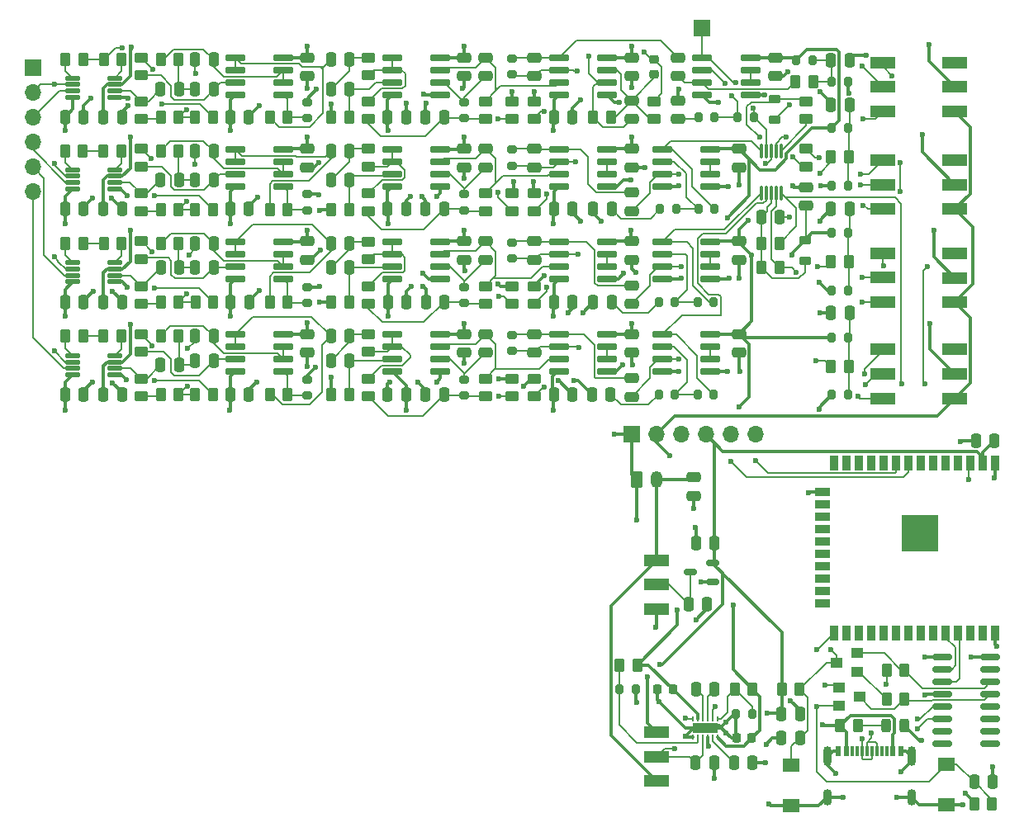
<source format=gbr>
%TF.GenerationSoftware,KiCad,Pcbnew,8.0.5*%
%TF.CreationDate,2025-03-07T14:34:27+01:00*%
%TF.ProjectId,eeg_4-channel_final,6565675f-342d-4636-9861-6e6e656c5f66,rev?*%
%TF.SameCoordinates,Original*%
%TF.FileFunction,Copper,L1,Top*%
%TF.FilePolarity,Positive*%
%FSLAX46Y46*%
G04 Gerber Fmt 4.6, Leading zero omitted, Abs format (unit mm)*
G04 Created by KiCad (PCBNEW 8.0.5) date 2025-03-07 14:34:27*
%MOMM*%
%LPD*%
G01*
G04 APERTURE LIST*
G04 Aperture macros list*
%AMRoundRect*
0 Rectangle with rounded corners*
0 $1 Rounding radius*
0 $2 $3 $4 $5 $6 $7 $8 $9 X,Y pos of 4 corners*
0 Add a 4 corners polygon primitive as box body*
4,1,4,$2,$3,$4,$5,$6,$7,$8,$9,$2,$3,0*
0 Add four circle primitives for the rounded corners*
1,1,$1+$1,$2,$3*
1,1,$1+$1,$4,$5*
1,1,$1+$1,$6,$7*
1,1,$1+$1,$8,$9*
0 Add four rect primitives between the rounded corners*
20,1,$1+$1,$2,$3,$4,$5,0*
20,1,$1+$1,$4,$5,$6,$7,0*
20,1,$1+$1,$6,$7,$8,$9,0*
20,1,$1+$1,$8,$9,$2,$3,0*%
G04 Aperture macros list end*
%TA.AperFunction,SMDPad,CuDef*%
%ADD10RoundRect,0.250000X-0.250000X-0.475000X0.250000X-0.475000X0.250000X0.475000X-0.250000X0.475000X0*%
%TD*%
%TA.AperFunction,SMDPad,CuDef*%
%ADD11RoundRect,0.250000X0.250000X0.475000X-0.250000X0.475000X-0.250000X-0.475000X0.250000X-0.475000X0*%
%TD*%
%TA.AperFunction,SMDPad,CuDef*%
%ADD12RoundRect,0.250000X0.450000X-0.262500X0.450000X0.262500X-0.450000X0.262500X-0.450000X-0.262500X0*%
%TD*%
%TA.AperFunction,SMDPad,CuDef*%
%ADD13RoundRect,0.075000X-0.910000X-0.225000X0.910000X-0.225000X0.910000X0.225000X-0.910000X0.225000X0*%
%TD*%
%TA.AperFunction,SMDPad,CuDef*%
%ADD14RoundRect,0.250000X0.475000X-0.250000X0.475000X0.250000X-0.475000X0.250000X-0.475000X-0.250000X0*%
%TD*%
%TA.AperFunction,SMDPad,CuDef*%
%ADD15RoundRect,0.250000X-0.450000X0.262500X-0.450000X-0.262500X0.450000X-0.262500X0.450000X0.262500X0*%
%TD*%
%TA.AperFunction,SMDPad,CuDef*%
%ADD16R,2.500000X1.200000*%
%TD*%
%TA.AperFunction,SMDPad,CuDef*%
%ADD17RoundRect,0.250000X-0.262500X-0.450000X0.262500X-0.450000X0.262500X0.450000X-0.262500X0.450000X0*%
%TD*%
%TA.AperFunction,SMDPad,CuDef*%
%ADD18RoundRect,0.250000X-0.475000X0.250000X-0.475000X-0.250000X0.475000X-0.250000X0.475000X0.250000X0*%
%TD*%
%TA.AperFunction,ComponentPad*%
%ADD19R,1.700000X1.700000*%
%TD*%
%TA.AperFunction,ComponentPad*%
%ADD20O,1.700000X1.700000*%
%TD*%
%TA.AperFunction,SMDPad,CuDef*%
%ADD21RoundRect,0.200000X-0.200000X-0.275000X0.200000X-0.275000X0.200000X0.275000X-0.200000X0.275000X0*%
%TD*%
%TA.AperFunction,SMDPad,CuDef*%
%ADD22RoundRect,0.200000X0.200000X0.275000X-0.200000X0.275000X-0.200000X-0.275000X0.200000X-0.275000X0*%
%TD*%
%TA.AperFunction,SMDPad,CuDef*%
%ADD23RoundRect,0.218750X0.381250X-0.218750X0.381250X0.218750X-0.381250X0.218750X-0.381250X-0.218750X0*%
%TD*%
%TA.AperFunction,SMDPad,CuDef*%
%ADD24R,0.249999X0.499999*%
%TD*%
%TA.AperFunction,SMDPad,CuDef*%
%ADD25R,2.650000X1.000000*%
%TD*%
%TA.AperFunction,ComponentPad*%
%ADD26C,0.499999*%
%TD*%
%TA.AperFunction,SMDPad,CuDef*%
%ADD27RoundRect,0.250000X0.262500X0.450000X-0.262500X0.450000X-0.262500X-0.450000X0.262500X-0.450000X0*%
%TD*%
%TA.AperFunction,SMDPad,CuDef*%
%ADD28RoundRect,0.200000X0.275000X-0.200000X0.275000X0.200000X-0.275000X0.200000X-0.275000X-0.200000X0*%
%TD*%
%TA.AperFunction,SMDPad,CuDef*%
%ADD29R,1.800000X1.350000*%
%TD*%
%TA.AperFunction,SMDPad,CuDef*%
%ADD30RoundRect,0.060000X-0.675000X-0.180000X0.675000X-0.180000X0.675000X0.180000X-0.675000X0.180000X0*%
%TD*%
%TA.AperFunction,SMDPad,CuDef*%
%ADD31RoundRect,0.218750X-0.381250X0.218750X-0.381250X-0.218750X0.381250X-0.218750X0.381250X0.218750X0*%
%TD*%
%TA.AperFunction,SMDPad,CuDef*%
%ADD32R,0.600000X1.140000*%
%TD*%
%TA.AperFunction,SMDPad,CuDef*%
%ADD33R,0.300000X1.140000*%
%TD*%
%TA.AperFunction,ComponentPad*%
%ADD34O,0.900000X2.000000*%
%TD*%
%TA.AperFunction,ComponentPad*%
%ADD35O,0.900000X1.700000*%
%TD*%
%TA.AperFunction,SMDPad,CuDef*%
%ADD36RoundRect,0.225000X0.225000X0.250000X-0.225000X0.250000X-0.225000X-0.250000X0.225000X-0.250000X0*%
%TD*%
%TA.AperFunction,SMDPad,CuDef*%
%ADD37R,1.200000X1.016000*%
%TD*%
%TA.AperFunction,SMDPad,CuDef*%
%ADD38RoundRect,0.243750X0.243750X0.456250X-0.243750X0.456250X-0.243750X-0.456250X0.243750X-0.456250X0*%
%TD*%
%TA.AperFunction,SMDPad,CuDef*%
%ADD39R,0.900000X1.500000*%
%TD*%
%TA.AperFunction,SMDPad,CuDef*%
%ADD40R,1.500000X0.900000*%
%TD*%
%TA.AperFunction,SMDPad,CuDef*%
%ADD41R,0.900000X0.900000*%
%TD*%
%TA.AperFunction,HeatsinkPad*%
%ADD42C,0.600000*%
%TD*%
%TA.AperFunction,SMDPad,CuDef*%
%ADD43R,3.800000X3.800000*%
%TD*%
%TA.AperFunction,SMDPad,CuDef*%
%ADD44RoundRect,0.035000X-0.105000X0.700000X-0.105000X-0.700000X0.105000X-0.700000X0.105000X0.700000X0*%
%TD*%
%TA.AperFunction,ComponentPad*%
%ADD45RoundRect,0.250000X-0.350000X-0.625000X0.350000X-0.625000X0.350000X0.625000X-0.350000X0.625000X0*%
%TD*%
%TA.AperFunction,ComponentPad*%
%ADD46O,1.200000X1.750000*%
%TD*%
%TA.AperFunction,SMDPad,CuDef*%
%ADD47RoundRect,0.225000X0.250000X-0.225000X0.250000X0.225000X-0.250000X0.225000X-0.250000X-0.225000X0*%
%TD*%
%TA.AperFunction,SMDPad,CuDef*%
%ADD48RoundRect,0.225000X-0.225000X-0.250000X0.225000X-0.250000X0.225000X0.250000X-0.225000X0.250000X0*%
%TD*%
%TA.AperFunction,SMDPad,CuDef*%
%ADD49RoundRect,0.150000X-0.825000X-0.150000X0.825000X-0.150000X0.825000X0.150000X-0.825000X0.150000X0*%
%TD*%
%TA.AperFunction,SMDPad,CuDef*%
%ADD50RoundRect,0.150000X0.512500X0.150000X-0.512500X0.150000X-0.512500X-0.150000X0.512500X-0.150000X0*%
%TD*%
%TA.AperFunction,ViaPad*%
%ADD51C,0.600000*%
%TD*%
%TA.AperFunction,Conductor*%
%ADD52C,0.200000*%
%TD*%
%TA.AperFunction,Conductor*%
%ADD53C,0.300000*%
%TD*%
G04 APERTURE END LIST*
D10*
%TO.P,C11,1*%
%TO.N,GND*%
X61185000Y-27032500D03*
%TO.P,C11,2*%
%TO.N,Net-(C11-Pad2)*%
X63085000Y-27032500D03*
%TD*%
D11*
%TO.P,C88,1*%
%TO.N,GND*%
X99550000Y-88250000D03*
%TO.P,C88,2*%
%TO.N,3.3V*%
X97650000Y-88250000D03*
%TD*%
D12*
%TO.P,R98,1*%
%TO.N,Net-(R30-Pad2)*%
X32000000Y-36712500D03*
%TO.P,R98,2*%
%TO.N,Net-(U8-VOUT)*%
X32000000Y-34887500D03*
%TD*%
D13*
%TO.P,U6,1,OUT_A*%
%TO.N,C1_0*%
X74850000Y-20980000D03*
%TO.P,U6,2,-IN_A*%
%TO.N,Net-(U6--IN_A)*%
X74850000Y-22250000D03*
%TO.P,U6,3,+IN_A*%
%TO.N,Net-(U5-OUT_B)*%
X74850000Y-23520000D03*
%TO.P,U6,4,V-*%
%TO.N,-2V*%
X74850000Y-24790000D03*
%TO.P,U6,5,+IN_B*%
%TO.N,GND*%
X79790000Y-24790000D03*
%TO.P,U6,6,-IN_B*%
%TO.N,DRL_1*%
X79790000Y-23520000D03*
%TO.P,U6,7,OUT_B*%
%TO.N,Net-(U6-OUT_B)*%
X79790000Y-22250000D03*
%TO.P,U6,8,V+*%
%TO.N,+2V*%
X79790000Y-20980000D03*
%TD*%
D14*
%TO.P,C21,1*%
%TO.N,GND*%
X82320000Y-22832500D03*
%TO.P,C21,2*%
%TO.N,+2V*%
X82320000Y-20932500D03*
%TD*%
D15*
%TO.P,R72,1*%
%TO.N,Net-(C77-Pad2)*%
X55335000Y-39817500D03*
%TO.P,R72,2*%
%TO.N,Net-(U21--IN_A)*%
X55335000Y-41642500D03*
%TD*%
%TO.P,R14,1*%
%TO.N,Net-(U5--IN_A)*%
X55320000Y-25420000D03*
%TO.P,R14,2*%
%TO.N,Net-(C11-Pad2)*%
X55320000Y-27245000D03*
%TD*%
D13*
%TO.P,U2,1,OUT_A*%
%TO.N,Net-(U2--IN_A)*%
X41645000Y-20980000D03*
%TO.P,U2,2,-IN_A*%
X41645000Y-22250000D03*
%TO.P,U2,3,+IN_A*%
%TO.N,Net-(U2-+IN_A)*%
X41645000Y-23520000D03*
%TO.P,U2,4,V-*%
%TO.N,-2V*%
X41645000Y-24790000D03*
%TO.P,U2,5,+IN_B*%
%TO.N,Net-(U2-+IN_B)*%
X46585000Y-24790000D03*
%TO.P,U2,6,-IN_B*%
%TO.N,Net-(U2--IN_B)*%
X46585000Y-23520000D03*
%TO.P,U2,7,OUT_B*%
X46585000Y-22250000D03*
%TO.P,U2,8,V+*%
%TO.N,+2V*%
X46585000Y-20980000D03*
%TD*%
D10*
%TO.P,C72,1*%
%TO.N,Net-(U19-VOUT)*%
X34017500Y-42500000D03*
%TO.P,C72,2*%
%TO.N,Net-(C72-Pad2)*%
X35917500Y-42500000D03*
%TD*%
D16*
%TO.P,S10,1*%
%TO.N,+2V*%
X115450000Y-36500000D03*
%TO.P,S10,2*%
X115450000Y-34000000D03*
%TO.P,S10,3*%
%TO.N,unconnected-(S10-Pad3)*%
X115450000Y-31500000D03*
%TD*%
%TO.P,S3,1*%
%TO.N,Net-(R62-Pad1)*%
X108050000Y-55891500D03*
%TO.P,S3,2*%
%TO.N,Net-(U18--IN_A)*%
X108050000Y-53391500D03*
%TO.P,S3,3*%
%TO.N,Net-(R61-Pad2)*%
X108050000Y-50891500D03*
%TD*%
D12*
%TO.P,R62,1*%
%TO.N,Net-(R62-Pad1)*%
X70020000Y-55712500D03*
%TO.P,R62,2*%
%TO.N,GND*%
X70020000Y-53887500D03*
%TD*%
D17*
%TO.P,R64,1*%
%TO.N,Net-(U19-RG1)*%
X24235000Y-40000000D03*
%TO.P,R64,2*%
%TO.N,Net-(R64-Pad2)*%
X26060000Y-40000000D03*
%TD*%
D10*
%TO.P,C54,1*%
%TO.N,Net-(C54-Pad1)*%
X37545000Y-49530000D03*
%TO.P,C54,2*%
%TO.N,Net-(U15--IN_B)*%
X39445000Y-49530000D03*
%TD*%
D14*
%TO.P,C39,1*%
%TO.N,Net-(U10--IN_B)*%
X67320000Y-32200000D03*
%TO.P,C39,2*%
%TO.N,Net-(U10-OUT_B)*%
X67320000Y-30300000D03*
%TD*%
D17*
%TO.P,R75,1*%
%TO.N,GND*%
X51517500Y-46030000D03*
%TO.P,R75,2*%
%TO.N,Net-(U21-+IN_A)*%
X53342500Y-46030000D03*
%TD*%
D18*
%TO.P,C17,1*%
%TO.N,GND*%
X87085000Y-25362500D03*
%TO.P,C17,2*%
%TO.N,Net-(C17-Pad2)*%
X87085000Y-27262500D03*
%TD*%
D13*
%TO.P,U14,1,OUT_A*%
%TO.N,ADC_3*%
X85460000Y-39847500D03*
%TO.P,U14,2,-IN_A*%
%TO.N,Net-(U14--IN_A)*%
X85460000Y-41117500D03*
%TO.P,U14,3,+IN_A*%
%TO.N,Net-(U14-+IN_A)*%
X85460000Y-42387500D03*
%TO.P,U14,4,V-*%
%TO.N,GND*%
X85460000Y-43657500D03*
%TO.P,U14,5,+IN_B*%
X90400000Y-43657500D03*
%TO.P,U14,6,-IN_B*%
%TO.N,Net-(U14--IN_B)*%
X90400000Y-42387500D03*
%TO.P,U14,7,OUT_B*%
X90400000Y-41117500D03*
%TO.P,U14,8,V+*%
%TO.N,3.3V*%
X90400000Y-39847500D03*
%TD*%
D14*
%TO.P,C83,1*%
%TO.N,Net-(U22--IN_A)*%
X72335000Y-41700000D03*
%TO.P,C83,2*%
%TO.N,C3_0*%
X72335000Y-39800000D03*
%TD*%
D19*
%TO.P,J2,1,Pin_1*%
%TO.N,DRL*%
X20897500Y-22000000D03*
D20*
%TO.P,J2,2,Pin_2*%
%TO.N,Channel_ref*%
X20897500Y-24540000D03*
%TO.P,J2,3,Pin_3*%
%TO.N,Channel1*%
X20897500Y-27080000D03*
%TO.P,J2,4,Pin_4*%
%TO.N,Channel2*%
X20897500Y-29620000D03*
%TO.P,J2,5,Pin_5*%
%TO.N,Channel3*%
X20897500Y-32160000D03*
%TO.P,J2,6,Pin_6*%
%TO.N,Channel4*%
X20897500Y-34700000D03*
%TD*%
D21*
%TO.P,R93,1*%
%TO.N,3.3V*%
X102844430Y-49700000D03*
%TO.P,R93,2*%
%TO.N,Net-(C95-Pad1)*%
X104494430Y-49700000D03*
%TD*%
D14*
%TO.P,C44,1*%
%TO.N,GND*%
X82285000Y-32200000D03*
%TO.P,C44,2*%
%TO.N,+2V*%
X82285000Y-30300000D03*
%TD*%
D10*
%TO.P,C79,1*%
%TO.N,Net-(C77-Pad2)*%
X51500000Y-42500000D03*
%TO.P,C79,2*%
%TO.N,Net-(U21-+IN_A)*%
X53400000Y-42500000D03*
%TD*%
D22*
%TO.P,R92,1*%
%TO.N,Net-(C94-Pad1)*%
X104494430Y-44850000D03*
%TO.P,R92,2*%
%TO.N,GND*%
X102844430Y-44850000D03*
%TD*%
D23*
%TO.P,L1,1*%
%TO.N,VDD*%
X100070000Y-41812500D03*
%TO.P,L1,2*%
%TO.N,3.3V*%
X100070000Y-39687500D03*
%TD*%
D11*
%TO.P,C28,1*%
%TO.N,GND_ADC*%
X97500000Y-37300000D03*
%TO.P,C28,2*%
%TO.N,VDD*%
X95600000Y-37300000D03*
%TD*%
D13*
%TO.P,U5,1,OUT_A*%
%TO.N,Net-(U5--IN_A)*%
X57750000Y-20980000D03*
%TO.P,U5,2,-IN_A*%
X57750000Y-22250000D03*
%TO.P,U5,3,+IN_A*%
%TO.N,Net-(U5-+IN_A)*%
X57750000Y-23520000D03*
%TO.P,U5,4,V-*%
%TO.N,-2V*%
X57750000Y-24790000D03*
%TO.P,U5,5,+IN_B*%
%TO.N,GND*%
X62690000Y-24790000D03*
%TO.P,U5,6,-IN_B*%
%TO.N,Net-(U5--IN_B)*%
X62690000Y-23520000D03*
%TO.P,U5,7,OUT_B*%
%TO.N,Net-(U5-OUT_B)*%
X62690000Y-22250000D03*
%TO.P,U5,8,V+*%
%TO.N,+2V*%
X62690000Y-20980000D03*
%TD*%
D21*
%TO.P,R53,1*%
%TO.N,Net-(U16--IN_A)*%
X89072500Y-55500000D03*
%TO.P,R53,2*%
%TO.N,ADC_4*%
X90722500Y-55500000D03*
%TD*%
D15*
%TO.P,R17,1*%
%TO.N,GND*%
X72290000Y-25420000D03*
%TO.P,R17,2*%
%TO.N,Net-(R17-Pad2)*%
X72290000Y-27245000D03*
%TD*%
D14*
%TO.P,C80,1*%
%TO.N,Net-(U21--IN_B)*%
X67335000Y-41700000D03*
%TO.P,C80,2*%
%TO.N,Net-(U21-OUT_B)*%
X67335000Y-39800000D03*
%TD*%
D17*
%TO.P,R13,1*%
%TO.N,GND*%
X51502500Y-27062500D03*
%TO.P,R13,2*%
%TO.N,Net-(U5-+IN_A)*%
X53327500Y-27062500D03*
%TD*%
D24*
%TO.P,U4,1,PGOOD*%
%TO.N,GND*%
X88584997Y-90649999D03*
%TO.P,U4,2,FB+*%
%TO.N,Net-(U4-FB+)*%
X89084999Y-90649999D03*
%TO.P,U4,3,VIN*%
%TO.N,Net-(U4-EN+)*%
X89584997Y-90649999D03*
%TO.P,U4,4,GND*%
%TO.N,GND*%
X90084997Y-90649999D03*
%TO.P,U4,5,CPOUT*%
%TO.N,Net-(U4-CPOUT)*%
X90584998Y-90649999D03*
%TO.P,U4,6,OUT-*%
%TO.N,-2V*%
X91084997Y-90649999D03*
%TO.P,U4,7,FB-*%
%TO.N,Net-(U4-FB-)*%
X91084997Y-88750000D03*
%TO.P,U4,8,EN-*%
%TO.N,Net-(U4-EN+)*%
X90584998Y-88750000D03*
%TO.P,U4,9,C1-*%
%TO.N,Net-(U4-C1-)*%
X90084997Y-88750000D03*
%TO.P,U4,10,C1+*%
%TO.N,Net-(U4-C1+)*%
X89584997Y-88750000D03*
%TO.P,U4,11,OUT+*%
%TO.N,+2V*%
X89084999Y-88750000D03*
%TO.P,U4,12,EN+*%
%TO.N,Net-(U4-EN+)*%
X88584997Y-88750000D03*
D25*
%TO.P,U4,13,PAD*%
%TO.N,GND*%
X89834997Y-89699998D03*
D26*
%TO.P,U4,V*%
%TO.N,N/C*%
X89834997Y-89700001D03*
%TD*%
D27*
%TO.P,R49,1*%
%TO.N,Net-(C54-Pad1)*%
X35845000Y-55530000D03*
%TO.P,R49,2*%
%TO.N,Net-(R102-Pad1)*%
X34020000Y-55530000D03*
%TD*%
D14*
%TO.P,C47,1*%
%TO.N,GND*%
X93300000Y-32200000D03*
%TO.P,C47,2*%
%TO.N,3.3V*%
X93300000Y-30300000D03*
%TD*%
D17*
%TO.P,R10,1*%
%TO.N,Net-(U2--IN_A)*%
X45197500Y-27062500D03*
%TO.P,R10,2*%
%TO.N,Net-(U2-+IN_B)*%
X47022500Y-27062500D03*
%TD*%
D16*
%TO.P,S5,1*%
%TO.N,3.3V*%
X84850000Y-90150000D03*
%TO.P,S5,2*%
%TO.N,Net-(U4-EN+)*%
X84850000Y-92650000D03*
%TO.P,S5,3*%
%TO.N,3.7V*%
X84850000Y-95150000D03*
%TD*%
D13*
%TO.P,U15,1,OUT_A*%
%TO.N,Net-(U15--IN_A)*%
X41645000Y-49347500D03*
%TO.P,U15,2,-IN_A*%
X41645000Y-50617500D03*
%TO.P,U15,3,+IN_A*%
%TO.N,Net-(U15-+IN_A)*%
X41645000Y-51887500D03*
%TO.P,U15,4,V-*%
%TO.N,-2V*%
X41645000Y-53157500D03*
%TO.P,U15,5,+IN_B*%
%TO.N,Net-(U15-+IN_B)*%
X46585000Y-53157500D03*
%TO.P,U15,6,-IN_B*%
%TO.N,Net-(U15--IN_B)*%
X46585000Y-51887500D03*
%TO.P,U15,7,OUT_B*%
X46585000Y-50617500D03*
%TO.P,U15,8,V+*%
%TO.N,+2V*%
X46585000Y-49347500D03*
%TD*%
D28*
%TO.P,R37,1*%
%TO.N,Net-(C37-Pad2)*%
X65090000Y-36625000D03*
%TO.P,R37,2*%
%TO.N,Net-(U10--IN_B)*%
X65090000Y-34975000D03*
%TD*%
D16*
%TO.P,S11,1*%
%TO.N,+2V*%
X115450000Y-46050000D03*
%TO.P,S11,2*%
X115450000Y-43550000D03*
%TO.P,S11,3*%
%TO.N,unconnected-(S11-Pad3)*%
X115450000Y-41050000D03*
%TD*%
D19*
%TO.P,J4,1,Pin_1*%
%TO.N,GND*%
X82300000Y-59600000D03*
D20*
%TO.P,J4,2,Pin_2*%
%TO.N,+2V*%
X84840000Y-59600000D03*
%TO.P,J4,3,Pin_3*%
%TO.N,-2V*%
X87380000Y-59600000D03*
%TO.P,J4,4,Pin_4*%
%TO.N,3.3V*%
X89920000Y-59600000D03*
%TO.P,J4,5,Pin_5*%
%TO.N,SCL*%
X92460000Y-59600000D03*
%TO.P,J4,6,Pin_6*%
%TO.N,SDA*%
X95000000Y-59600000D03*
%TD*%
D18*
%TO.P,C57,1*%
%TO.N,C4_0*%
X82285000Y-53830000D03*
%TO.P,C57,2*%
%TO.N,Net-(U16-+IN_A)*%
X82285000Y-55730000D03*
%TD*%
D29*
%TO.P,S7,1*%
%TO.N,EN*%
X98687500Y-93525000D03*
%TO.P,S7,2*%
%TO.N,GND*%
X98687500Y-97675000D03*
%TD*%
%TO.P,S8,1*%
%TO.N,IO0*%
X114600000Y-93425000D03*
%TO.P,S8,2*%
%TO.N,GND*%
X114600000Y-97575000D03*
%TD*%
D10*
%TO.P,C92,1*%
%TO.N,Net-(C92-Pad1)*%
X102739430Y-21200000D03*
%TO.P,C92,2*%
%TO.N,GND*%
X104639430Y-21200000D03*
%TD*%
D15*
%TO.P,R76,1*%
%TO.N,GND*%
X72305000Y-44387500D03*
%TO.P,R76,2*%
%TO.N,Net-(R76-Pad2)*%
X72305000Y-46212500D03*
%TD*%
D10*
%TO.P,C56,1*%
%TO.N,GND*%
X78250000Y-55500000D03*
%TO.P,C56,2*%
%TO.N,Net-(C56-Pad2)*%
X80150000Y-55500000D03*
%TD*%
D11*
%TO.P,C85,1*%
%TO.N,GND*%
X76250000Y-46000000D03*
%TO.P,C85,2*%
%TO.N,-2V*%
X74350000Y-46000000D03*
%TD*%
D30*
%TO.P,U19,1,RG1*%
%TO.N,Net-(U19-RG1)*%
X25012500Y-41991666D03*
%TO.P,U19,2,VIN-*%
%TO.N,Channel_ref*%
X25012500Y-42641666D03*
%TO.P,U19,3,VIN+*%
%TO.N,Channel3*%
X25012500Y-43291666D03*
%TO.P,U19,4,V-*%
%TO.N,-2V*%
X25012500Y-43941666D03*
%TO.P,U19,5,REF*%
%TO.N,GND*%
X29312500Y-43941666D03*
%TO.P,U19,6,VOUT*%
%TO.N,Net-(U19-VOUT)*%
X29312500Y-43291666D03*
%TO.P,U19,7,V+*%
%TO.N,+2V*%
X29312500Y-42641666D03*
%TO.P,U19,8,RG2*%
%TO.N,Net-(U19-RG2)*%
X29312500Y-41991666D03*
%TD*%
D31*
%TO.P,L2,1*%
%TO.N,GND_ADC*%
X97000000Y-25200000D03*
%TO.P,L2,2*%
%TO.N,GND*%
X97000000Y-27325000D03*
%TD*%
D21*
%TO.P,R87,1*%
%TO.N,3.3V*%
X102844430Y-28148500D03*
%TO.P,R87,2*%
%TO.N,Net-(C93-Pad1)*%
X104494430Y-28148500D03*
%TD*%
D27*
%TO.P,R8,1*%
%TO.N,Net-(R8-Pad1)*%
X39387500Y-27062500D03*
%TO.P,R8,2*%
%TO.N,Net-(C6-Pad1)*%
X37562500Y-27062500D03*
%TD*%
D28*
%TO.P,R43,1*%
%TO.N,Net-(U11--IN_A)*%
X70020000Y-32055000D03*
%TO.P,R43,2*%
%TO.N,C2_0*%
X70020000Y-30405000D03*
%TD*%
D11*
%TO.P,C35,1*%
%TO.N,GND*%
X43060000Y-36500000D03*
%TO.P,C35,2*%
%TO.N,-2V*%
X41160000Y-36500000D03*
%TD*%
D13*
%TO.P,U12,1,OUT_A*%
%TO.N,ADC_2*%
X85460000Y-30347500D03*
%TO.P,U12,2,-IN_A*%
%TO.N,Net-(U12--IN_A)*%
X85460000Y-31617500D03*
%TO.P,U12,3,+IN_A*%
%TO.N,Net-(U12-+IN_A)*%
X85460000Y-32887500D03*
%TO.P,U12,4,V-*%
%TO.N,GND*%
X85460000Y-34157500D03*
%TO.P,U12,5,+IN_B*%
X90400000Y-34157500D03*
%TO.P,U12,6,-IN_B*%
%TO.N,Net-(U12--IN_B)*%
X90400000Y-32887500D03*
%TO.P,U12,7,OUT_B*%
X90400000Y-31617500D03*
%TO.P,U12,8,V+*%
%TO.N,3.3V*%
X90400000Y-30347500D03*
%TD*%
D27*
%TO.P,R9,1*%
%TO.N,Net-(C7-Pad2)*%
X35845000Y-21132500D03*
%TO.P,R9,2*%
%TO.N,Net-(U2--IN_B)*%
X34020000Y-21132500D03*
%TD*%
D21*
%TO.P,R52,1*%
%TO.N,Net-(C56-Pad2)*%
X85072500Y-55500000D03*
%TO.P,R52,2*%
%TO.N,Net-(U16--IN_A)*%
X86722500Y-55500000D03*
%TD*%
D32*
%TO.P,J1,A1_B12,GND*%
%TO.N,GND*%
X103487500Y-92050000D03*
%TO.P,J1,A4_B9,VBUS*%
%TO.N,5V*%
X104287500Y-92050000D03*
D33*
%TO.P,J1,A5,CC1*%
%TO.N,unconnected-(J1-CC1-PadA5)*%
X105437500Y-92050000D03*
%TO.P,J1,A6,DP1*%
%TO.N,USB_D+*%
X106437500Y-92050000D03*
%TO.P,J1,A7,DN1*%
%TO.N,USB_D-*%
X106937500Y-92050000D03*
%TO.P,J1,A8,SBU1*%
%TO.N,unconnected-(J1-SBU1-PadA8)*%
X107937500Y-92050000D03*
D32*
%TO.P,J1,B1_A12,GND*%
%TO.N,GND*%
X109887500Y-92050000D03*
%TO.P,J1,B4_A9,VBUS*%
%TO.N,5V*%
X109087500Y-92050000D03*
D33*
%TO.P,J1,B5,CC2*%
%TO.N,unconnected-(J1-CC2-PadB5)*%
X108437500Y-92050000D03*
%TO.P,J1,B6,DP2*%
%TO.N,USB_D+*%
X107437500Y-92050000D03*
%TO.P,J1,B7,DN2*%
%TO.N,USB_D-*%
X105937500Y-92050000D03*
%TO.P,J1,B8,SBU2*%
%TO.N,unconnected-(J1-SBU2-PadB8)*%
X104937500Y-92050000D03*
D34*
%TO.P,J1,S1,SHIELD*%
%TO.N,GND*%
X102362500Y-92630000D03*
%TO.P,J1,S2,SHIELD*%
X111012500Y-92630000D03*
D35*
%TO.P,J1,S3,SHIELD*%
X102362500Y-96800000D03*
%TO.P,J1,S4,SHIELD*%
X111012500Y-96800000D03*
%TD*%
D11*
%TO.P,C22,1*%
%TO.N,GND*%
X26102500Y-27032500D03*
%TO.P,C22,2*%
%TO.N,-2V*%
X24202500Y-27032500D03*
%TD*%
D13*
%TO.P,U21,1,OUT_A*%
%TO.N,Net-(U21--IN_A)*%
X57765000Y-39847500D03*
%TO.P,U21,2,-IN_A*%
X57765000Y-41117500D03*
%TO.P,U21,3,+IN_A*%
%TO.N,Net-(U21-+IN_A)*%
X57765000Y-42387500D03*
%TO.P,U21,4,V-*%
%TO.N,-2V*%
X57765000Y-43657500D03*
%TO.P,U21,5,+IN_B*%
%TO.N,GND*%
X62705000Y-43657500D03*
%TO.P,U21,6,-IN_B*%
%TO.N,Net-(U21--IN_B)*%
X62705000Y-42387500D03*
%TO.P,U21,7,OUT_B*%
%TO.N,Net-(U21-OUT_B)*%
X62705000Y-41117500D03*
%TO.P,U21,8,V+*%
%TO.N,+2V*%
X62705000Y-39847500D03*
%TD*%
D10*
%TO.P,C31,1*%
%TO.N,Net-(U8-VOUT)*%
X34002500Y-33500000D03*
%TO.P,C31,2*%
%TO.N,Net-(C31-Pad2)*%
X35902500Y-33500000D03*
%TD*%
D11*
%TO.P,C30,1*%
%TO.N,GND*%
X26102500Y-36500000D03*
%TO.P,C30,2*%
%TO.N,-2V*%
X24202500Y-36500000D03*
%TD*%
D16*
%TO.P,S1,1*%
%TO.N,Net-(R23-Pad1)*%
X108050000Y-26438500D03*
%TO.P,S1,2*%
%TO.N,Net-(U6--IN_A)*%
X108050000Y-23938500D03*
%TO.P,S1,3*%
%TO.N,Net-(R17-Pad2)*%
X108050000Y-21438500D03*
%TD*%
D27*
%TO.P,R50,1*%
%TO.N,Net-(C53-Pad2)*%
X35845000Y-49500000D03*
%TO.P,R50,2*%
%TO.N,Net-(U15--IN_B)*%
X34020000Y-49500000D03*
%TD*%
D10*
%TO.P,C1,1*%
%TO.N,Net-(U4-EN+)*%
X88850000Y-93250000D03*
%TO.P,C1,2*%
%TO.N,GND*%
X90750000Y-93250000D03*
%TD*%
D18*
%TO.P,C49,1*%
%TO.N,C3_0*%
X82285000Y-44330000D03*
%TO.P,C49,2*%
%TO.N,Net-(U14-+IN_A)*%
X82285000Y-46230000D03*
%TD*%
D11*
%TO.P,C93,1*%
%TO.N,Net-(C93-Pad1)*%
X104639430Y-25800000D03*
%TO.P,C93,2*%
%TO.N,GND*%
X102739430Y-25800000D03*
%TD*%
D12*
%TO.P,R16,1*%
%TO.N,Net-(C11-Pad2)*%
X67290000Y-27245000D03*
%TO.P,R16,2*%
%TO.N,Net-(U5-OUT_B)*%
X67290000Y-25420000D03*
%TD*%
D17*
%TO.P,R25,1*%
%TO.N,VDD*%
X95632500Y-42500000D03*
%TO.P,R25,2*%
%TO.N,SDA*%
X97457500Y-42500000D03*
%TD*%
D30*
%TO.P,U13,1,RG1*%
%TO.N,Net-(U13-RG1)*%
X24997500Y-51525000D03*
%TO.P,U13,2,VIN-*%
%TO.N,Channel_ref*%
X24997500Y-52175000D03*
%TO.P,U13,3,VIN+*%
%TO.N,Channel4*%
X24997500Y-52825000D03*
%TO.P,U13,4,V-*%
%TO.N,-2V*%
X24997500Y-53475000D03*
%TO.P,U13,5,REF*%
%TO.N,GND*%
X29297500Y-53475000D03*
%TO.P,U13,6,VOUT*%
%TO.N,Net-(U13-VOUT)*%
X29297500Y-52825000D03*
%TO.P,U13,7,V+*%
%TO.N,+2V*%
X29297500Y-52175000D03*
%TO.P,U13,8,RG2*%
%TO.N,Net-(U13-RG2)*%
X29297500Y-51525000D03*
%TD*%
D16*
%TO.P,S12,1*%
%TO.N,+2V*%
X115450000Y-55891500D03*
%TO.P,S12,2*%
X115450000Y-53391500D03*
%TO.P,S12,3*%
%TO.N,unconnected-(S12-Pad3)*%
X115450000Y-50891500D03*
%TD*%
D17*
%TO.P,R60,1*%
%TO.N,GND*%
X51502500Y-55530000D03*
%TO.P,R60,2*%
%TO.N,Net-(U17-+IN_A)*%
X53327500Y-55530000D03*
%TD*%
D11*
%TO.P,C70,1*%
%TO.N,GND*%
X30065000Y-46000000D03*
%TO.P,C70,2*%
%TO.N,+2V*%
X28165000Y-46000000D03*
%TD*%
D14*
%TO.P,C26,1*%
%TO.N,GND*%
X97020000Y-22832500D03*
%TO.P,C26,2*%
%TO.N,3.3V*%
X97020000Y-20932500D03*
%TD*%
D15*
%TO.P,R57,1*%
%TO.N,Net-(C61-Pad2)*%
X55320000Y-49317500D03*
%TO.P,R57,2*%
%TO.N,Net-(U17--IN_A)*%
X55320000Y-51142500D03*
%TD*%
D14*
%TO.P,C96,1*%
%TO.N,GND*%
X88700000Y-65900000D03*
%TO.P,C96,2*%
%TO.N,3.7V*%
X88700000Y-64000000D03*
%TD*%
D17*
%TO.P,R69,1*%
%TO.N,Net-(U20--IN_A)*%
X45212500Y-46030000D03*
%TO.P,R69,2*%
%TO.N,Net-(U20-+IN_B)*%
X47037500Y-46030000D03*
%TD*%
D14*
%TO.P,C20,1*%
%TO.N,GND*%
X65120000Y-22832500D03*
%TO.P,C20,2*%
%TO.N,+2V*%
X65120000Y-20932500D03*
%TD*%
D16*
%TO.P,S6,1*%
%TO.N,3.7V*%
X84850000Y-72500000D03*
%TO.P,S6,2*%
%TO.N,Net-(U23-VI)*%
X84850000Y-75000000D03*
%TO.P,S6,3*%
%TO.N,5V*%
X84850000Y-77500000D03*
%TD*%
D15*
%TO.P,R56,1*%
%TO.N,Net-(U17--IN_A)*%
X55320000Y-53887500D03*
%TO.P,R56,2*%
%TO.N,Net-(C62-Pad2)*%
X55320000Y-55712500D03*
%TD*%
D27*
%TO.P,R29,1*%
%TO.N,Net-(U8-RG2)*%
X29992500Y-30500000D03*
%TO.P,R29,2*%
%TO.N,Net-(R28-Pad2)*%
X28167500Y-30500000D03*
%TD*%
D10*
%TO.P,C48,1*%
%TO.N,GND*%
X78350000Y-46000000D03*
%TO.P,C48,2*%
%TO.N,Net-(C48-Pad2)*%
X80250000Y-46000000D03*
%TD*%
D27*
%TO.P,R67,1*%
%TO.N,Net-(C72-Pad2)*%
X35860000Y-40000000D03*
%TO.P,R67,2*%
%TO.N,Net-(U20--IN_B)*%
X34035000Y-40000000D03*
%TD*%
%TO.P,R6,1*%
%TO.N,Net-(U1-RG2)*%
X30027500Y-21132500D03*
%TO.P,R6,2*%
%TO.N,DRL_1*%
X28202500Y-21132500D03*
%TD*%
D10*
%TO.P,C91,1*%
%TO.N,GND*%
X117600000Y-60250000D03*
%TO.P,C91,2*%
%TO.N,3.3V*%
X119500000Y-60250000D03*
%TD*%
D18*
%TO.P,C16,1*%
%TO.N,C1_0*%
X87020000Y-20932500D03*
%TO.P,C16,2*%
%TO.N,Net-(U7-+IN_A)*%
X87020000Y-22832500D03*
%TD*%
D15*
%TO.P,R61,1*%
%TO.N,GND*%
X72290000Y-53887500D03*
%TO.P,R61,2*%
%TO.N,Net-(R61-Pad2)*%
X72290000Y-55712500D03*
%TD*%
D10*
%TO.P,C7,1*%
%TO.N,Net-(U1-VOUT)*%
X34002500Y-24220000D03*
%TO.P,C7,2*%
%TO.N,Net-(C7-Pad2)*%
X35902500Y-24220000D03*
%TD*%
D28*
%TO.P,R63,1*%
%TO.N,Net-(U18--IN_A)*%
X70020000Y-51055000D03*
%TO.P,R63,2*%
%TO.N,C4_0*%
X70020000Y-49405000D03*
%TD*%
D11*
%TO.P,C18,1*%
%TO.N,GND*%
X30050000Y-27032500D03*
%TO.P,C18,2*%
%TO.N,+2V*%
X28150000Y-27032500D03*
%TD*%
%TO.P,C29,1*%
%TO.N,GND*%
X30050000Y-36500000D03*
%TO.P,C29,2*%
%TO.N,+2V*%
X28150000Y-36500000D03*
%TD*%
D10*
%TO.P,C87,1*%
%TO.N,Net-(U23-VI)*%
X88150000Y-77000000D03*
%TO.P,C87,2*%
%TO.N,GND*%
X90050000Y-77000000D03*
%TD*%
D11*
%TO.P,C45,1*%
%TO.N,GND*%
X76235000Y-36500000D03*
%TO.P,C45,2*%
%TO.N,-2V*%
X74335000Y-36500000D03*
%TD*%
D10*
%TO.P,C38,1*%
%TO.N,Net-(C36-Pad2)*%
X51485000Y-33500000D03*
%TO.P,C38,2*%
%TO.N,Net-(U10-+IN_A)*%
X53385000Y-33500000D03*
%TD*%
D11*
%TO.P,C25,1*%
%TO.N,GND*%
X76235000Y-27032500D03*
%TO.P,C25,2*%
%TO.N,-2V*%
X74335000Y-27032500D03*
%TD*%
D21*
%TO.P,R22,1*%
%TO.N,Net-(C17-Pad2)*%
X89160000Y-27062500D03*
%TO.P,R22,2*%
%TO.N,Net-(U7--IN_A)*%
X90810000Y-27062500D03*
%TD*%
D10*
%TO.P,C66,1*%
%TO.N,GND*%
X57285000Y-55500000D03*
%TO.P,C66,2*%
%TO.N,-2V*%
X59185000Y-55500000D03*
%TD*%
D12*
%TO.P,R41,1*%
%TO.N,Net-(R41-Pad1)*%
X70020000Y-36712500D03*
%TO.P,R41,2*%
%TO.N,GND*%
X70020000Y-34887500D03*
%TD*%
D17*
%TO.P,R33,1*%
%TO.N,Net-(U9--IN_A)*%
X45197500Y-36530000D03*
%TO.P,R33,2*%
%TO.N,Net-(U9-+IN_B)*%
X47022500Y-36530000D03*
%TD*%
D27*
%TO.P,R31,1*%
%TO.N,Net-(C31-Pad2)*%
X35845000Y-30500000D03*
%TO.P,R31,2*%
%TO.N,Net-(U9--IN_B)*%
X34020000Y-30500000D03*
%TD*%
D12*
%TO.P,R102,1*%
%TO.N,Net-(R102-Pad1)*%
X32000000Y-55712500D03*
%TO.P,R102,2*%
%TO.N,Net-(U13-VOUT)*%
X32000000Y-53887500D03*
%TD*%
D14*
%TO.P,C13,1*%
%TO.N,Net-(U6--IN_A)*%
X72320000Y-22832500D03*
%TO.P,C13,2*%
%TO.N,C1_0*%
X72320000Y-20932500D03*
%TD*%
%TO.P,C34,1*%
%TO.N,GND*%
X49040000Y-32200000D03*
%TO.P,C34,2*%
%TO.N,+2V*%
X49040000Y-30300000D03*
%TD*%
D21*
%TO.P,R42,1*%
%TO.N,Net-(C42-Pad2)*%
X85235000Y-36500000D03*
%TO.P,R42,2*%
%TO.N,Net-(U12--IN_A)*%
X86885000Y-36500000D03*
%TD*%
D14*
%TO.P,C84,1*%
%TO.N,GND*%
X82300000Y-41700000D03*
%TO.P,C84,2*%
%TO.N,+2V*%
X82300000Y-39800000D03*
%TD*%
D12*
%TO.P,R77,1*%
%TO.N,Net-(R77-Pad1)*%
X70035000Y-46212500D03*
%TO.P,R77,2*%
%TO.N,GND*%
X70035000Y-44387500D03*
%TD*%
D14*
%TO.P,C58,1*%
%TO.N,GND*%
X49040000Y-51200000D03*
%TO.P,C58,2*%
%TO.N,+2V*%
X49040000Y-49300000D03*
%TD*%
D18*
%TO.P,C46,1*%
%TO.N,C2_0*%
X82285000Y-34800000D03*
%TO.P,C46,2*%
%TO.N,Net-(U12-+IN_A)*%
X82285000Y-36700000D03*
%TD*%
D28*
%TO.P,R78,1*%
%TO.N,Net-(U22--IN_A)*%
X70035000Y-41555000D03*
%TO.P,R78,2*%
%TO.N,C3_0*%
X70035000Y-39905000D03*
%TD*%
D11*
%TO.P,C69,1*%
%TO.N,GND*%
X76235000Y-55500000D03*
%TO.P,C69,2*%
%TO.N,-2V*%
X74335000Y-55500000D03*
%TD*%
D12*
%TO.P,R99,1*%
%TO.N,Net-(U9-+IN_A)*%
X32000000Y-32142500D03*
%TO.P,R99,2*%
%TO.N,Net-(R32-Pad1)*%
X32000000Y-30317500D03*
%TD*%
D10*
%TO.P,C73,1*%
%TO.N,Net-(C73-Pad1)*%
X37560000Y-40030000D03*
%TO.P,C73,2*%
%TO.N,Net-(U20--IN_B)*%
X39460000Y-40030000D03*
%TD*%
D11*
%TO.P,C89,1*%
%TO.N,EN*%
X99550000Y-90750000D03*
%TO.P,C89,2*%
%TO.N,GND*%
X97650000Y-90750000D03*
%TD*%
D14*
%TO.P,C40,1*%
%TO.N,GND*%
X65120000Y-32200000D03*
%TO.P,C40,2*%
%TO.N,+2V*%
X65120000Y-30300000D03*
%TD*%
D15*
%TO.P,R71,1*%
%TO.N,Net-(U21--IN_A)*%
X55335000Y-44387500D03*
%TO.P,R71,2*%
%TO.N,Net-(C78-Pad2)*%
X55335000Y-46212500D03*
%TD*%
D28*
%TO.P,R70,1*%
%TO.N,Net-(U20-+IN_B)*%
X49025000Y-46125000D03*
%TO.P,R70,2*%
%TO.N,GND*%
X49025000Y-44475000D03*
%TD*%
D27*
%TO.P,R66,1*%
%TO.N,Net-(C73-Pad1)*%
X35860000Y-46030000D03*
%TO.P,R66,2*%
%TO.N,Net-(R100-Pad1)*%
X34035000Y-46030000D03*
%TD*%
D16*
%TO.P,S9,1*%
%TO.N,+2V*%
X115450000Y-26438500D03*
%TO.P,S9,2*%
X115450000Y-23938500D03*
%TO.P,S9,3*%
%TO.N,unconnected-(S9-Pad3)*%
X115450000Y-21438500D03*
%TD*%
D13*
%TO.P,U18,1,OUT_A*%
%TO.N,C4_0*%
X74850000Y-49347500D03*
%TO.P,U18,2,-IN_A*%
%TO.N,Net-(U18--IN_A)*%
X74850000Y-50617500D03*
%TO.P,U18,3,+IN_A*%
%TO.N,Net-(U17-OUT_B)*%
X74850000Y-51887500D03*
%TO.P,U18,4,V-*%
%TO.N,-2V*%
X74850000Y-53157500D03*
%TO.P,U18,5,+IN_B*%
%TO.N,GND*%
X79790000Y-53157500D03*
%TO.P,U18,6,-IN_B*%
%TO.N,Net-(U18--IN_B)*%
X79790000Y-51887500D03*
%TO.P,U18,7,OUT_B*%
X79790000Y-50617500D03*
%TO.P,U18,8,V+*%
%TO.N,+2V*%
X79790000Y-49347500D03*
%TD*%
D21*
%TO.P,R48,1*%
%TO.N,Net-(U14--IN_A)*%
X89087500Y-46000000D03*
%TO.P,R48,2*%
%TO.N,ADC_3*%
X90737500Y-46000000D03*
%TD*%
D15*
%TO.P,R35,1*%
%TO.N,Net-(U10--IN_A)*%
X55320000Y-34887500D03*
%TO.P,R35,2*%
%TO.N,Net-(C37-Pad2)*%
X55320000Y-36712500D03*
%TD*%
D11*
%TO.P,C50,1*%
%TO.N,GND*%
X30050000Y-55500000D03*
%TO.P,C50,2*%
%TO.N,+2V*%
X28150000Y-55500000D03*
%TD*%
%TO.P,C82,1*%
%TO.N,GND*%
X59200000Y-46000000D03*
%TO.P,C82,2*%
%TO.N,-2V*%
X57300000Y-46000000D03*
%TD*%
D10*
%TO.P,C62,1*%
%TO.N,GND*%
X61185000Y-55500000D03*
%TO.P,C62,2*%
%TO.N,Net-(C62-Pad2)*%
X63085000Y-55500000D03*
%TD*%
D17*
%TO.P,R79,1*%
%TO.N,5V*%
X103687500Y-89500000D03*
%TO.P,R79,2*%
%TO.N,Net-(D1-A)*%
X105512500Y-89500000D03*
%TD*%
D28*
%TO.P,R18,1*%
%TO.N,Net-(U6--IN_A)*%
X70020000Y-22687500D03*
%TO.P,R18,2*%
%TO.N,C1_0*%
X70020000Y-21037500D03*
%TD*%
D36*
%TO.P,C4,1*%
%TO.N,+2V*%
X86525000Y-85750000D03*
%TO.P,C4,2*%
%TO.N,GND*%
X84975000Y-85750000D03*
%TD*%
D11*
%TO.P,C41,1*%
%TO.N,GND*%
X59185000Y-36500000D03*
%TO.P,C41,2*%
%TO.N,-2V*%
X57285000Y-36500000D03*
%TD*%
D13*
%TO.P,U20,1,OUT_A*%
%TO.N,Net-(U20--IN_A)*%
X41660000Y-39847500D03*
%TO.P,U20,2,-IN_A*%
X41660000Y-41117500D03*
%TO.P,U20,3,+IN_A*%
%TO.N,Net-(U20-+IN_A)*%
X41660000Y-42387500D03*
%TO.P,U20,4,V-*%
%TO.N,-2V*%
X41660000Y-43657500D03*
%TO.P,U20,5,+IN_B*%
%TO.N,Net-(U20-+IN_B)*%
X46600000Y-43657500D03*
%TO.P,U20,6,-IN_B*%
%TO.N,Net-(U20--IN_B)*%
X46600000Y-42387500D03*
%TO.P,U20,7,OUT_B*%
X46600000Y-41117500D03*
%TO.P,U20,8,V+*%
%TO.N,+2V*%
X46600000Y-39847500D03*
%TD*%
D11*
%TO.P,C94,1*%
%TO.N,Net-(C94-Pad1)*%
X104639430Y-36500000D03*
%TO.P,C94,2*%
%TO.N,GND*%
X102739430Y-36500000D03*
%TD*%
D13*
%TO.P,U22,1,OUT_A*%
%TO.N,C3_0*%
X74865000Y-39847500D03*
%TO.P,U22,2,-IN_A*%
%TO.N,Net-(U22--IN_A)*%
X74865000Y-41117500D03*
%TO.P,U22,3,+IN_A*%
%TO.N,Net-(U21-OUT_B)*%
X74865000Y-42387500D03*
%TO.P,U22,4,V-*%
%TO.N,-2V*%
X74865000Y-43657500D03*
%TO.P,U22,5,+IN_B*%
%TO.N,GND*%
X79805000Y-43657500D03*
%TO.P,U22,6,-IN_B*%
%TO.N,Net-(U22--IN_B)*%
X79805000Y-42387500D03*
%TO.P,U22,7,OUT_B*%
X79805000Y-41117500D03*
%TO.P,U22,8,V+*%
%TO.N,+2V*%
X79805000Y-39847500D03*
%TD*%
D12*
%TO.P,R100,1*%
%TO.N,Net-(R100-Pad1)*%
X32000000Y-46212500D03*
%TO.P,R100,2*%
%TO.N,Net-(U19-VOUT)*%
X32000000Y-44387500D03*
%TD*%
D22*
%TO.P,R95,1*%
%TO.N,Net-(C95-Pad1)*%
X104494430Y-55500000D03*
%TO.P,R95,2*%
%TO.N,GND*%
X102844430Y-55500000D03*
%TD*%
D37*
%TO.P,Q1,1,B*%
%TO.N,Net-(Q1-B)*%
X105410000Y-83950000D03*
%TO.P,Q1,2,E*%
%TO.N,RTS*%
X105410000Y-82050000D03*
%TO.P,Q1,3,C*%
%TO.N,EN*%
X103290000Y-83000000D03*
%TD*%
D27*
%TO.P,R81,1*%
%TO.N,RTS*%
X110262500Y-83750000D03*
%TO.P,R81,2*%
%TO.N,Net-(Q2-B)*%
X108437500Y-83750000D03*
%TD*%
D11*
%TO.P,C24,1*%
%TO.N,GND*%
X59185000Y-27032500D03*
%TO.P,C24,2*%
%TO.N,-2V*%
X57285000Y-27032500D03*
%TD*%
D27*
%TO.P,R46,1*%
%TO.N,Net-(U13-RG2)*%
X29992500Y-49500000D03*
%TO.P,R46,2*%
%TO.N,Net-(R45-Pad2)*%
X28167500Y-49500000D03*
%TD*%
D38*
%TO.P,D1,1,K*%
%TO.N,GND*%
X110287500Y-89500000D03*
%TO.P,D1,2,A*%
%TO.N,Net-(D1-A)*%
X108412500Y-89500000D03*
%TD*%
D27*
%TO.P,R65,1*%
%TO.N,Net-(U19-RG2)*%
X30007500Y-40000000D03*
%TO.P,R65,2*%
%TO.N,Net-(R64-Pad2)*%
X28182500Y-40000000D03*
%TD*%
D28*
%TO.P,R34,1*%
%TO.N,Net-(U9-+IN_B)*%
X49010000Y-36625000D03*
%TO.P,R34,2*%
%TO.N,GND*%
X49010000Y-34975000D03*
%TD*%
D10*
%TO.P,C9,1*%
%TO.N,Net-(U2--IN_A)*%
X51485000Y-21162500D03*
%TO.P,C9,2*%
%TO.N,Net-(C10-Pad1)*%
X53385000Y-21162500D03*
%TD*%
D17*
%TO.P,R1,1*%
%TO.N,Net-(U4-FB+)*%
X81062500Y-83250000D03*
%TO.P,R1,2*%
%TO.N,+2V*%
X82887500Y-83250000D03*
%TD*%
D27*
%TO.P,R7,1*%
%TO.N,Net-(C6-Pad1)*%
X35845000Y-27062500D03*
%TO.P,R7,2*%
%TO.N,Net-(R7-Pad2)*%
X34020000Y-27062500D03*
%TD*%
D30*
%TO.P,U1,1,RG1*%
%TO.N,Net-(U1-RG1)*%
X24997500Y-23057500D03*
%TO.P,U1,2,VIN-*%
%TO.N,Channel_ref*%
X24997500Y-23707500D03*
%TO.P,U1,3,VIN+*%
%TO.N,Channel1*%
X24997500Y-24357500D03*
%TO.P,U1,4,V-*%
%TO.N,-2V*%
X24997500Y-25007500D03*
%TO.P,U1,5,REF*%
%TO.N,GND*%
X29297500Y-25007500D03*
%TO.P,U1,6,VOUT*%
%TO.N,Net-(U1-VOUT)*%
X29297500Y-24357500D03*
%TO.P,U1,7,V+*%
%TO.N,+2V*%
X29297500Y-23707500D03*
%TO.P,U1,8,RG2*%
%TO.N,Net-(U1-RG2)*%
X29297500Y-23057500D03*
%TD*%
D10*
%TO.P,C78,1*%
%TO.N,GND*%
X61200000Y-46000000D03*
%TO.P,C78,2*%
%TO.N,Net-(C78-Pad2)*%
X63100000Y-46000000D03*
%TD*%
D11*
%TO.P,C76,1*%
%TO.N,GND*%
X43075000Y-46000000D03*
%TO.P,C76,2*%
%TO.N,-2V*%
X41175000Y-46000000D03*
%TD*%
D39*
%TO.P,U24,1,GND*%
%TO.N,GND*%
X119600000Y-62500000D03*
%TO.P,U24,2,VDD*%
%TO.N,3.3V*%
X118330000Y-62500000D03*
%TO.P,U24,3,EN*%
%TO.N,EN*%
X117060000Y-62500000D03*
%TO.P,U24,4,SENSOR_VP*%
%TO.N,VP*%
X115790000Y-62500000D03*
%TO.P,U24,5,SENSOR_VN*%
%TO.N,VN*%
X114520000Y-62500000D03*
%TO.P,U24,6,IO34*%
%TO.N,unconnected-(U24-IO34-Pad6)*%
X113250000Y-62500000D03*
%TO.P,U24,7,IO35*%
%TO.N,unconnected-(U24-IO35-Pad7)*%
X111980000Y-62500000D03*
%TO.P,U24,8,IO32*%
%TO.N,SCL*%
X110710000Y-62500000D03*
%TO.P,U24,9,IO33*%
%TO.N,SDA*%
X109440000Y-62500000D03*
%TO.P,U24,10,IO25*%
%TO.N,unconnected-(U24-IO25-Pad10)*%
X108170000Y-62500000D03*
%TO.P,U24,11,IO26*%
%TO.N,unconnected-(U24-IO26-Pad11)*%
X106900000Y-62500000D03*
%TO.P,U24,12,IO27*%
%TO.N,unconnected-(U24-IO27-Pad12)*%
X105630000Y-62500000D03*
%TO.P,U24,13,IO14*%
%TO.N,unconnected-(U24-IO14-Pad13)*%
X104360000Y-62500000D03*
%TO.P,U24,14,IO12*%
%TO.N,unconnected-(U24-IO12-Pad14)*%
X103090000Y-62500000D03*
D40*
%TO.P,U24,15,GND*%
%TO.N,GND*%
X101840000Y-65540000D03*
%TO.P,U24,16,IO13*%
%TO.N,unconnected-(U24-IO13-Pad16)*%
X101840000Y-66810000D03*
%TO.P,U24,17,SHD/SD2*%
%TO.N,unconnected-(U24-SHD{slash}SD2-Pad17)*%
X101840000Y-68080000D03*
%TO.P,U24,18,SWP/SD3*%
%TO.N,unconnected-(U24-SWP{slash}SD3-Pad18)*%
X101840000Y-69350000D03*
%TO.P,U24,19,SCS/CMD*%
%TO.N,unconnected-(U24-SCS{slash}CMD-Pad19)*%
X101840000Y-70620000D03*
%TO.P,U24,20,SCK/CLK*%
%TO.N,unconnected-(U24-SCK{slash}CLK-Pad20)*%
X101840000Y-71890000D03*
%TO.P,U24,21,SDO/SD0*%
%TO.N,unconnected-(U24-SDO{slash}SD0-Pad21)*%
X101840000Y-73160000D03*
%TO.P,U24,22,SDI/SD1*%
%TO.N,unconnected-(U24-SDI{slash}SD1-Pad22)*%
X101840000Y-74430000D03*
%TO.P,U24,23,IO15*%
%TO.N,unconnected-(U24-IO15-Pad23)*%
X101840000Y-75700000D03*
%TO.P,U24,24,IO2*%
%TO.N,unconnected-(U24-IO2-Pad24)*%
X101840000Y-76970000D03*
D39*
%TO.P,U24,25,IO0*%
%TO.N,IO0*%
X103090000Y-80000000D03*
%TO.P,U24,26,IO4*%
%TO.N,unconnected-(U24-IO4-Pad26)*%
X104360000Y-80000000D03*
%TO.P,U24,27,IO16*%
%TO.N,unconnected-(U24-IO16-Pad27)*%
X105630000Y-80000000D03*
%TO.P,U24,28,IO17*%
%TO.N,unconnected-(U24-IO17-Pad28)*%
X106900000Y-80000000D03*
%TO.P,U24,29,IO5*%
%TO.N,unconnected-(U24-IO5-Pad29)*%
X108170000Y-80000000D03*
%TO.P,U24,30,IO18*%
%TO.N,unconnected-(U24-IO18-Pad30)*%
X109440000Y-80000000D03*
%TO.P,U24,31,IO19*%
%TO.N,unconnected-(U24-IO19-Pad31)*%
X110710000Y-80000000D03*
%TO.P,U24,32,NC*%
%TO.N,unconnected-(U24-NC-Pad32)*%
X111980000Y-80000000D03*
%TO.P,U24,33,IO21*%
%TO.N,unconnected-(U24-IO21-Pad33)*%
X113250000Y-80000000D03*
%TO.P,U24,34,RXD0/IO3*%
%TO.N,CH340_TX*%
X114520000Y-80000000D03*
%TO.P,U24,35,TXD0/IO1*%
%TO.N,CH340_RX*%
X115790000Y-80000000D03*
%TO.P,U24,36,IO22*%
%TO.N,unconnected-(U24-IO22-Pad36)*%
X117060000Y-80000000D03*
%TO.P,U24,37,IO23*%
%TO.N,unconnected-(U24-IO23-Pad37)*%
X118330000Y-80000000D03*
%TO.P,U24,38,GND*%
%TO.N,GND*%
X119600000Y-80000000D03*
D41*
%TO.P,U24,39,GND*%
X113280000Y-68350000D03*
D42*
X112580000Y-68350000D03*
D41*
X111880000Y-68350000D03*
D42*
X111180000Y-68350000D03*
D41*
X110480000Y-68350000D03*
D42*
X113280000Y-69050000D03*
X111880000Y-69050000D03*
X110480000Y-69050000D03*
X112580000Y-69725000D03*
X111180000Y-69725000D03*
D41*
X113280000Y-69750000D03*
X111880000Y-69750000D03*
D43*
X111880000Y-69750000D03*
D41*
X110480000Y-69750000D03*
D42*
X113280000Y-70450000D03*
X111880000Y-70450000D03*
X110480000Y-70450000D03*
D41*
X113280000Y-71150000D03*
D42*
X112580000Y-71150000D03*
D41*
X111880000Y-71150000D03*
D42*
X111180000Y-71150000D03*
D41*
X110480000Y-71150000D03*
%TD*%
D13*
%TO.P,U7,1,OUT_A*%
%TO.N,ADC_1*%
X89550000Y-20980000D03*
%TO.P,U7,2,-IN_A*%
%TO.N,Net-(U7--IN_A)*%
X89550000Y-22250000D03*
%TO.P,U7,3,+IN_A*%
%TO.N,Net-(U7-+IN_A)*%
X89550000Y-23520000D03*
%TO.P,U7,4,V-*%
%TO.N,GND*%
X89550000Y-24790000D03*
%TO.P,U7,5,+IN_B*%
X94490000Y-24790000D03*
%TO.P,U7,6,-IN_B*%
%TO.N,Net-(U7--IN_B)*%
X94490000Y-23520000D03*
%TO.P,U7,7,OUT_B*%
X94490000Y-22250000D03*
%TO.P,U7,8,V+*%
%TO.N,3.3V*%
X94490000Y-20980000D03*
%TD*%
D27*
%TO.P,R51,1*%
%TO.N,Net-(R103-Pad2)*%
X39387500Y-55530000D03*
%TO.P,R51,2*%
%TO.N,Net-(C54-Pad1)*%
X37562500Y-55530000D03*
%TD*%
D16*
%TO.P,S4,1*%
%TO.N,Net-(R77-Pad1)*%
X108050000Y-46000000D03*
%TO.P,S4,2*%
%TO.N,Net-(U22--IN_A)*%
X108050000Y-43500000D03*
%TO.P,S4,3*%
%TO.N,Net-(R76-Pad2)*%
X108050000Y-41000000D03*
%TD*%
D13*
%TO.P,U17,1,OUT_A*%
%TO.N,Net-(U17--IN_A)*%
X57750000Y-49347500D03*
%TO.P,U17,2,-IN_A*%
X57750000Y-50617500D03*
%TO.P,U17,3,+IN_A*%
%TO.N,Net-(U17-+IN_A)*%
X57750000Y-51887500D03*
%TO.P,U17,4,V-*%
%TO.N,-2V*%
X57750000Y-53157500D03*
%TO.P,U17,5,+IN_B*%
%TO.N,GND*%
X62690000Y-53157500D03*
%TO.P,U17,6,-IN_B*%
%TO.N,Net-(U17--IN_B)*%
X62690000Y-51887500D03*
%TO.P,U17,7,OUT_B*%
%TO.N,Net-(U17-OUT_B)*%
X62690000Y-50617500D03*
%TO.P,U17,8,V+*%
%TO.N,+2V*%
X62690000Y-49347500D03*
%TD*%
D17*
%TO.P,R24,1*%
%TO.N,VDD*%
X95632500Y-40000000D03*
%TO.P,R24,2*%
%TO.N,SCL*%
X97457500Y-40000000D03*
%TD*%
D12*
%TO.P,R97,1*%
%TO.N,Net-(U2-+IN_A)*%
X32000000Y-22775000D03*
%TO.P,R97,2*%
%TO.N,Net-(R8-Pad1)*%
X32000000Y-20950000D03*
%TD*%
%TO.P,R27,1*%
%TO.N,Net-(U3-ALERT{slash}RDY)*%
X100170000Y-32125000D03*
%TO.P,R27,2*%
%TO.N,GND_ADC*%
X100170000Y-30300000D03*
%TD*%
D44*
%TO.P,U3,1,ADDR*%
%TO.N,Net-(U3-ADDR)*%
X97600000Y-30520000D03*
%TO.P,U3,2,ALERT/RDY*%
%TO.N,Net-(U3-ALERT{slash}RDY)*%
X97100000Y-30520000D03*
%TO.P,U3,3,GND*%
%TO.N,GND_ADC*%
X96600000Y-30520000D03*
%TO.P,U3,4,AIN0*%
%TO.N,ADC_1*%
X96100000Y-30520000D03*
%TO.P,U3,5,AIN1*%
%TO.N,ADC_2*%
X95600000Y-30520000D03*
%TO.P,U3,6,AIN2*%
%TO.N,ADC_3*%
X95600000Y-34820000D03*
%TO.P,U3,7,AIN3*%
%TO.N,ADC_4*%
X96100000Y-34820000D03*
%TO.P,U3,8,VDD*%
%TO.N,VDD*%
X96600000Y-34820000D03*
%TO.P,U3,9,SDA*%
%TO.N,SDA*%
X97100000Y-34820000D03*
%TO.P,U3,10,SCL*%
%TO.N,SCL*%
X97600000Y-34820000D03*
%TD*%
D21*
%TO.P,R44,1*%
%TO.N,Net-(U12--IN_A)*%
X89147500Y-36500000D03*
%TO.P,R44,2*%
%TO.N,ADC_2*%
X90797500Y-36500000D03*
%TD*%
D10*
%TO.P,C61,1*%
%TO.N,Net-(U15--IN_A)*%
X51485000Y-49530000D03*
%TO.P,C61,2*%
%TO.N,Net-(C61-Pad2)*%
X53385000Y-49530000D03*
%TD*%
D45*
%TO.P,J3,1,Pin_1*%
%TO.N,GND*%
X82850000Y-64250000D03*
D46*
%TO.P,J3,2,Pin_2*%
%TO.N,3.7V*%
X84850000Y-64250000D03*
%TD*%
D28*
%TO.P,R55,1*%
%TO.N,Net-(U15-+IN_B)*%
X49010000Y-55625000D03*
%TO.P,R55,2*%
%TO.N,GND*%
X49010000Y-53975000D03*
%TD*%
D21*
%TO.P,R47,1*%
%TO.N,Net-(C48-Pad2)*%
X85087500Y-46000000D03*
%TO.P,R47,2*%
%TO.N,Net-(U14--IN_A)*%
X86737500Y-46000000D03*
%TD*%
D11*
%TO.P,C2,1*%
%TO.N,Net-(U4-C1-)*%
X90800000Y-85750000D03*
%TO.P,C2,2*%
%TO.N,Net-(U4-C1+)*%
X88900000Y-85750000D03*
%TD*%
D10*
%TO.P,C63,1*%
%TO.N,Net-(C61-Pad2)*%
X51485000Y-52000000D03*
%TO.P,C63,2*%
%TO.N,Net-(U17-+IN_A)*%
X53385000Y-52000000D03*
%TD*%
D14*
%TO.P,C19,1*%
%TO.N,GND*%
X49040000Y-22832500D03*
%TO.P,C19,2*%
%TO.N,+2V*%
X49040000Y-20932500D03*
%TD*%
D10*
%TO.P,C53,1*%
%TO.N,Net-(U13-VOUT)*%
X34002500Y-52500000D03*
%TO.P,C53,2*%
%TO.N,Net-(C53-Pad2)*%
X35902500Y-52500000D03*
%TD*%
D17*
%TO.P,R91,1*%
%TO.N,Net-(U14-+IN_A)*%
X102756930Y-41900000D03*
%TO.P,R91,2*%
%TO.N,Net-(C94-Pad1)*%
X104581930Y-41900000D03*
%TD*%
D13*
%TO.P,U11,1,OUT_A*%
%TO.N,C2_0*%
X74850000Y-30347500D03*
%TO.P,U11,2,-IN_A*%
%TO.N,Net-(U11--IN_A)*%
X74850000Y-31617500D03*
%TO.P,U11,3,+IN_A*%
%TO.N,Net-(U10-OUT_B)*%
X74850000Y-32887500D03*
%TO.P,U11,4,V-*%
%TO.N,-2V*%
X74850000Y-34157500D03*
%TO.P,U11,5,+IN_B*%
%TO.N,GND*%
X79790000Y-34157500D03*
%TO.P,U11,6,-IN_B*%
%TO.N,Net-(U11--IN_B)*%
X79790000Y-32887500D03*
%TO.P,U11,7,OUT_B*%
X79790000Y-31617500D03*
%TO.P,U11,8,V+*%
%TO.N,+2V*%
X79790000Y-30347500D03*
%TD*%
D12*
%TO.P,R26,1*%
%TO.N,Net-(U3-ADDR)*%
X100170000Y-27245000D03*
%TO.P,R26,2*%
%TO.N,GND_ADC*%
X100170000Y-25420000D03*
%TD*%
D10*
%TO.P,C77,1*%
%TO.N,Net-(U20--IN_A)*%
X51500000Y-40030000D03*
%TO.P,C77,2*%
%TO.N,Net-(C77-Pad2)*%
X53400000Y-40030000D03*
%TD*%
%TO.P,C55,1*%
%TO.N,Net-(C53-Pad2)*%
X37545000Y-52000000D03*
%TO.P,C55,2*%
%TO.N,Net-(U15-+IN_A)*%
X39445000Y-52000000D03*
%TD*%
D27*
%TO.P,R68,1*%
%TO.N,Net-(R101-Pad2)*%
X39402500Y-46030000D03*
%TO.P,R68,2*%
%TO.N,Net-(C73-Pad1)*%
X37577500Y-46030000D03*
%TD*%
D17*
%TO.P,R88,1*%
%TO.N,Net-(U12-+IN_A)*%
X102756930Y-31098500D03*
%TO.P,R88,2*%
%TO.N,Net-(C93-Pad1)*%
X104581930Y-31098500D03*
%TD*%
D10*
%TO.P,C33,1*%
%TO.N,Net-(C31-Pad2)*%
X37545000Y-33500000D03*
%TO.P,C33,2*%
%TO.N,Net-(U9-+IN_A)*%
X39445000Y-33500000D03*
%TD*%
D14*
%TO.P,C27,1*%
%TO.N,3.3V*%
X100200000Y-36150000D03*
%TO.P,C27,2*%
%TO.N,GND*%
X100200000Y-34250000D03*
%TD*%
D17*
%TO.P,R19,1*%
%TO.N,DRL_1*%
X78372500Y-27062500D03*
%TO.P,R19,2*%
%TO.N,Net-(U6-OUT_B)*%
X80197500Y-27062500D03*
%TD*%
%TO.P,R28,1*%
%TO.N,Net-(U8-RG1)*%
X24220000Y-30500000D03*
%TO.P,R28,2*%
%TO.N,Net-(R28-Pad2)*%
X26045000Y-30500000D03*
%TD*%
D27*
%TO.P,R32,1*%
%TO.N,Net-(R32-Pad1)*%
X39387500Y-36530000D03*
%TO.P,R32,2*%
%TO.N,Net-(C32-Pad1)*%
X37562500Y-36530000D03*
%TD*%
D17*
%TO.P,R82,1*%
%TO.N,3.3V*%
X97687500Y-85750000D03*
%TO.P,R82,2*%
%TO.N,EN*%
X99512500Y-85750000D03*
%TD*%
D27*
%TO.P,R80,1*%
%TO.N,DTR*%
X110262500Y-86750000D03*
%TO.P,R80,2*%
%TO.N,Net-(Q1-B)*%
X108437500Y-86750000D03*
%TD*%
D21*
%TO.P,R86,1*%
%TO.N,Net-(C92-Pad1)*%
X102844430Y-23400000D03*
%TO.P,R86,2*%
%TO.N,GND*%
X104494430Y-23400000D03*
%TD*%
D27*
%TO.P,R4,1*%
%TO.N,-2V*%
X94712500Y-85750000D03*
%TO.P,R4,2*%
%TO.N,Net-(U4-FB-)*%
X92887500Y-85750000D03*
%TD*%
D47*
%TO.P,C15,1*%
%TO.N,Net-(U6-OUT_B)*%
X84620000Y-22657500D03*
%TO.P,C15,2*%
%TO.N,DRL*%
X84620000Y-21107500D03*
%TD*%
D21*
%TO.P,R84,1*%
%TO.N,3.3V*%
X99187500Y-21200000D03*
%TO.P,R84,2*%
%TO.N,Net-(C92-Pad1)*%
X100837500Y-21200000D03*
%TD*%
D11*
%TO.P,C59,1*%
%TO.N,GND*%
X43060000Y-55500000D03*
%TO.P,C59,2*%
%TO.N,-2V*%
X41160000Y-55500000D03*
%TD*%
D12*
%TO.P,R101,1*%
%TO.N,Net-(U20-+IN_A)*%
X32000000Y-41625000D03*
%TO.P,R101,2*%
%TO.N,Net-(R101-Pad2)*%
X32000000Y-39800000D03*
%TD*%
D22*
%TO.P,R3,1*%
%TO.N,Net-(U4-FB-)*%
X94675000Y-88250000D03*
%TO.P,R3,2*%
%TO.N,GND*%
X93025000Y-88250000D03*
%TD*%
D10*
%TO.P,C90,1*%
%TO.N,IO0*%
X117450000Y-95250000D03*
%TO.P,C90,2*%
%TO.N,GND*%
X119350000Y-95250000D03*
%TD*%
%TO.P,C8,1*%
%TO.N,Net-(C7-Pad2)*%
X37545000Y-24220000D03*
%TO.P,C8,2*%
%TO.N,Net-(U2-+IN_A)*%
X39445000Y-24220000D03*
%TD*%
D14*
%TO.P,C12,1*%
%TO.N,Net-(U5--IN_B)*%
X67320000Y-22832500D03*
%TO.P,C12,2*%
%TO.N,Net-(U5-OUT_B)*%
X67320000Y-20932500D03*
%TD*%
D16*
%TO.P,S2,1*%
%TO.N,Net-(R41-Pad1)*%
X108050000Y-36500000D03*
%TO.P,S2,2*%
%TO.N,Net-(U11--IN_A)*%
X108050000Y-34000000D03*
%TO.P,S2,3*%
%TO.N,Net-(R40-Pad2)*%
X108050000Y-31500000D03*
%TD*%
D10*
%TO.P,C3,1*%
%TO.N,Net-(U4-CPOUT)*%
X92800000Y-93250000D03*
%TO.P,C3,2*%
%TO.N,GND*%
X94700000Y-93250000D03*
%TD*%
D17*
%TO.P,R39,1*%
%TO.N,GND*%
X51502500Y-36530000D03*
%TO.P,R39,2*%
%TO.N,Net-(U10-+IN_A)*%
X53327500Y-36530000D03*
%TD*%
D11*
%TO.P,C51,1*%
%TO.N,GND*%
X26102500Y-55500000D03*
%TO.P,C51,2*%
%TO.N,-2V*%
X24202500Y-55500000D03*
%TD*%
D30*
%TO.P,U8,1,RG1*%
%TO.N,Net-(U8-RG1)*%
X24997500Y-32458333D03*
%TO.P,U8,2,VIN-*%
%TO.N,Channel_ref*%
X24997500Y-33108333D03*
%TO.P,U8,3,VIN+*%
%TO.N,Channel2*%
X24997500Y-33758333D03*
%TO.P,U8,4,V-*%
%TO.N,-2V*%
X24997500Y-34408333D03*
%TO.P,U8,5,REF*%
%TO.N,GND*%
X29297500Y-34408333D03*
%TO.P,U8,6,VOUT*%
%TO.N,Net-(U8-VOUT)*%
X29297500Y-33758333D03*
%TO.P,U8,7,V+*%
%TO.N,+2V*%
X29297500Y-33108333D03*
%TO.P,U8,8,RG2*%
%TO.N,Net-(U8-RG2)*%
X29297500Y-32458333D03*
%TD*%
D12*
%TO.P,R103,1*%
%TO.N,Net-(U15-+IN_A)*%
X32000000Y-51142500D03*
%TO.P,R103,2*%
%TO.N,Net-(R103-Pad2)*%
X32000000Y-49317500D03*
%TD*%
D14*
%TO.P,C65,1*%
%TO.N,GND*%
X65120000Y-51200000D03*
%TO.P,C65,2*%
%TO.N,+2V*%
X65120000Y-49300000D03*
%TD*%
D13*
%TO.P,U9,1,OUT_A*%
%TO.N,Net-(U9--IN_A)*%
X41645000Y-30347500D03*
%TO.P,U9,2,-IN_A*%
X41645000Y-31617500D03*
%TO.P,U9,3,+IN_A*%
%TO.N,Net-(U9-+IN_A)*%
X41645000Y-32887500D03*
%TO.P,U9,4,V-*%
%TO.N,-2V*%
X41645000Y-34157500D03*
%TO.P,U9,5,+IN_B*%
%TO.N,Net-(U9-+IN_B)*%
X46585000Y-34157500D03*
%TO.P,U9,6,-IN_B*%
%TO.N,Net-(U9--IN_B)*%
X46585000Y-32887500D03*
%TO.P,U9,7,OUT_B*%
X46585000Y-31617500D03*
%TO.P,U9,8,V+*%
%TO.N,+2V*%
X46585000Y-30347500D03*
%TD*%
D10*
%TO.P,C32,1*%
%TO.N,Net-(C32-Pad1)*%
X37545000Y-30530000D03*
%TO.P,C32,2*%
%TO.N,Net-(U9--IN_B)*%
X39445000Y-30530000D03*
%TD*%
D22*
%TO.P,R89,1*%
%TO.N,Net-(C93-Pad1)*%
X104494430Y-34048500D03*
%TO.P,R89,2*%
%TO.N,GND*%
X102844430Y-34048500D03*
%TD*%
D28*
%TO.P,R15,1*%
%TO.N,Net-(C11-Pad2)*%
X65090000Y-27157500D03*
%TO.P,R15,2*%
%TO.N,Net-(U5--IN_B)*%
X65090000Y-25507500D03*
%TD*%
D13*
%TO.P,U16,1,OUT_A*%
%TO.N,ADC_4*%
X85460000Y-49347500D03*
%TO.P,U16,2,-IN_A*%
%TO.N,Net-(U16--IN_A)*%
X85460000Y-50617500D03*
%TO.P,U16,3,+IN_A*%
%TO.N,Net-(U16-+IN_A)*%
X85460000Y-51887500D03*
%TO.P,U16,4,V-*%
%TO.N,GND*%
X85460000Y-53157500D03*
%TO.P,U16,5,+IN_B*%
X90400000Y-53157500D03*
%TO.P,U16,6,-IN_B*%
%TO.N,Net-(U16--IN_B)*%
X90400000Y-51887500D03*
%TO.P,U16,7,OUT_B*%
X90400000Y-50617500D03*
%TO.P,U16,8,V+*%
%TO.N,3.3V*%
X90400000Y-49347500D03*
%TD*%
D19*
%TO.P,J5,1,Pin_1*%
%TO.N,ADC_1*%
X89500000Y-17900000D03*
%TD*%
D14*
%TO.P,C43,1*%
%TO.N,Net-(U11--IN_A)*%
X72320000Y-32200000D03*
%TO.P,C43,2*%
%TO.N,C2_0*%
X72320000Y-30300000D03*
%TD*%
%TO.P,C14,1*%
%TO.N,DRL_1*%
X82285000Y-27262500D03*
%TO.P,C14,2*%
%TO.N,Net-(U6-OUT_B)*%
X82285000Y-25362500D03*
%TD*%
D10*
%TO.P,C36,1*%
%TO.N,Net-(U9--IN_A)*%
X51485000Y-30530000D03*
%TO.P,C36,2*%
%TO.N,Net-(C36-Pad2)*%
X53385000Y-30530000D03*
%TD*%
D48*
%TO.P,C5,1*%
%TO.N,GND*%
X93075000Y-90750000D03*
%TO.P,C5,2*%
%TO.N,-2V*%
X94625000Y-90750000D03*
%TD*%
D14*
%TO.P,C60,1*%
%TO.N,GND*%
X93300000Y-51200000D03*
%TO.P,C60,2*%
%TO.N,3.3V*%
X93300000Y-49300000D03*
%TD*%
D37*
%TO.P,Q2,1,B*%
%TO.N,Net-(Q2-B)*%
X103540000Y-85550000D03*
%TO.P,Q2,2,E*%
%TO.N,IO0*%
X103540000Y-87450000D03*
%TO.P,Q2,3,C*%
%TO.N,DTR*%
X105660000Y-86500000D03*
%TD*%
D14*
%TO.P,C52,1*%
%TO.N,GND*%
X93300000Y-41700000D03*
%TO.P,C52,2*%
%TO.N,3.3V*%
X93300000Y-39800000D03*
%TD*%
D17*
%TO.P,R5,1*%
%TO.N,Net-(U1-RG1)*%
X24255000Y-21132500D03*
%TO.P,R5,2*%
%TO.N,DRL_1*%
X26080000Y-21132500D03*
%TD*%
D12*
%TO.P,R23,1*%
%TO.N,Net-(R23-Pad1)*%
X70020000Y-27245000D03*
%TO.P,R23,2*%
%TO.N,GND*%
X70020000Y-25420000D03*
%TD*%
D49*
%TO.P,U25,1,GND*%
%TO.N,GND*%
X114150000Y-82400000D03*
%TO.P,U25,2,TXD*%
%TO.N,CH340_TX*%
X114150000Y-83670000D03*
%TO.P,U25,3,RXD*%
%TO.N,CH340_RX*%
X114150000Y-84940000D03*
%TO.P,U25,4,V3*%
%TO.N,3.3V*%
X114150000Y-86210000D03*
%TO.P,U25,5,UD+*%
%TO.N,USB_D+*%
X114150000Y-87480000D03*
%TO.P,U25,6,UD-*%
%TO.N,USB_D-*%
X114150000Y-88750000D03*
%TO.P,U25,7,NC*%
%TO.N,unconnected-(U25-NC-Pad7)*%
X114150000Y-90020000D03*
%TO.P,U25,8,NC*%
%TO.N,unconnected-(U25-NC-Pad8)*%
X114150000Y-91290000D03*
%TO.P,U25,9,~{CTS}*%
%TO.N,unconnected-(U25-~{CTS}-Pad9)*%
X119100000Y-91290000D03*
%TO.P,U25,10,~{DSR}*%
%TO.N,unconnected-(U25-~{DSR}-Pad10)*%
X119100000Y-90020000D03*
%TO.P,U25,11,~{RI}*%
%TO.N,unconnected-(U25-~{RI}-Pad11)*%
X119100000Y-88750000D03*
%TO.P,U25,12,~{DCD}*%
%TO.N,unconnected-(U25-~{DCD}-Pad12)*%
X119100000Y-87480000D03*
%TO.P,U25,13,~{DTR}*%
%TO.N,DTR*%
X119100000Y-86210000D03*
%TO.P,U25,14,~{RTS}*%
%TO.N,RTS*%
X119100000Y-84940000D03*
%TO.P,U25,15,R232*%
%TO.N,unconnected-(U25-R232-Pad15)*%
X119100000Y-83670000D03*
%TO.P,U25,16,VCC*%
%TO.N,3.3V*%
X119100000Y-82400000D03*
%TD*%
D21*
%TO.P,R90,1*%
%TO.N,3.3V*%
X102844430Y-38950000D03*
%TO.P,R90,2*%
%TO.N,Net-(C94-Pad1)*%
X104494430Y-38950000D03*
%TD*%
D28*
%TO.P,R73,1*%
%TO.N,Net-(C78-Pad2)*%
X65105000Y-46125000D03*
%TO.P,R73,2*%
%TO.N,Net-(U21--IN_B)*%
X65105000Y-44475000D03*
%TD*%
D15*
%TO.P,R36,1*%
%TO.N,Net-(C36-Pad2)*%
X55320000Y-30317500D03*
%TO.P,R36,2*%
%TO.N,Net-(U10--IN_A)*%
X55320000Y-32142500D03*
%TD*%
D10*
%TO.P,C6,1*%
%TO.N,Net-(C6-Pad1)*%
X37545000Y-21162500D03*
%TO.P,C6,2*%
%TO.N,Net-(U2--IN_B)*%
X39445000Y-21162500D03*
%TD*%
D14*
%TO.P,C81,1*%
%TO.N,GND*%
X65135000Y-41700000D03*
%TO.P,C81,2*%
%TO.N,+2V*%
X65135000Y-39800000D03*
%TD*%
D17*
%TO.P,R54,1*%
%TO.N,Net-(U15--IN_A)*%
X45197500Y-55530000D03*
%TO.P,R54,2*%
%TO.N,Net-(U15-+IN_B)*%
X47022500Y-55530000D03*
%TD*%
D10*
%TO.P,C42,1*%
%TO.N,GND*%
X78350000Y-36500000D03*
%TO.P,C42,2*%
%TO.N,Net-(C42-Pad2)*%
X80250000Y-36500000D03*
%TD*%
D17*
%TO.P,R45,1*%
%TO.N,Net-(U13-RG1)*%
X24255000Y-49500000D03*
%TO.P,R45,2*%
%TO.N,Net-(R45-Pad2)*%
X26080000Y-49500000D03*
%TD*%
%TO.P,R94,1*%
%TO.N,Net-(U16-+IN_A)*%
X102756930Y-52650000D03*
%TO.P,R94,2*%
%TO.N,Net-(C95-Pad1)*%
X104581930Y-52650000D03*
%TD*%
D14*
%TO.P,C68,1*%
%TO.N,GND*%
X82285000Y-51200000D03*
%TO.P,C68,2*%
%TO.N,+2V*%
X82285000Y-49300000D03*
%TD*%
D15*
%TO.P,R40,1*%
%TO.N,GND*%
X72290000Y-34887500D03*
%TO.P,R40,2*%
%TO.N,Net-(R40-Pad2)*%
X72290000Y-36712500D03*
%TD*%
D17*
%TO.P,R85,1*%
%TO.N,Net-(U7-+IN_A)*%
X99112500Y-23400000D03*
%TO.P,R85,2*%
%TO.N,Net-(C92-Pad1)*%
X100937500Y-23400000D03*
%TD*%
D10*
%TO.P,C74,1*%
%TO.N,Net-(C72-Pad2)*%
X37560000Y-42500000D03*
%TO.P,C74,2*%
%TO.N,Net-(U20-+IN_A)*%
X39460000Y-42500000D03*
%TD*%
D14*
%TO.P,C67,1*%
%TO.N,Net-(U18--IN_A)*%
X72320000Y-51200000D03*
%TO.P,C67,2*%
%TO.N,C4_0*%
X72320000Y-49300000D03*
%TD*%
D13*
%TO.P,U10,1,OUT_A*%
%TO.N,Net-(U10--IN_A)*%
X57750000Y-30347500D03*
%TO.P,U10,2,-IN_A*%
X57750000Y-31617500D03*
%TO.P,U10,3,+IN_A*%
%TO.N,Net-(U10-+IN_A)*%
X57750000Y-32887500D03*
%TO.P,U10,4,V-*%
%TO.N,-2V*%
X57750000Y-34157500D03*
%TO.P,U10,5,+IN_B*%
%TO.N,GND*%
X62690000Y-34157500D03*
%TO.P,U10,6,-IN_B*%
%TO.N,Net-(U10--IN_B)*%
X62690000Y-32887500D03*
%TO.P,U10,7,OUT_B*%
%TO.N,Net-(U10-OUT_B)*%
X62690000Y-31617500D03*
%TO.P,U10,8,V+*%
%TO.N,+2V*%
X62690000Y-30347500D03*
%TD*%
D28*
%TO.P,R58,1*%
%TO.N,Net-(C62-Pad2)*%
X65090000Y-55625000D03*
%TO.P,R58,2*%
%TO.N,Net-(U17--IN_B)*%
X65090000Y-53975000D03*
%TD*%
D22*
%TO.P,R2,1*%
%TO.N,GND*%
X82712500Y-85750000D03*
%TO.P,R2,2*%
%TO.N,Net-(U4-FB+)*%
X81062500Y-85750000D03*
%TD*%
D11*
%TO.P,C71,1*%
%TO.N,GND*%
X26117500Y-46000000D03*
%TO.P,C71,2*%
%TO.N,-2V*%
X24217500Y-46000000D03*
%TD*%
D12*
%TO.P,R96,1*%
%TO.N,Net-(R7-Pad2)*%
X32000000Y-27245000D03*
%TO.P,R96,2*%
%TO.N,Net-(U1-VOUT)*%
X32000000Y-25420000D03*
%TD*%
D27*
%TO.P,R30,1*%
%TO.N,Net-(C32-Pad1)*%
X35845000Y-36530000D03*
%TO.P,R30,2*%
%TO.N,Net-(R30-Pad2)*%
X34020000Y-36530000D03*
%TD*%
D14*
%TO.P,C75,1*%
%TO.N,GND*%
X49055000Y-41700000D03*
%TO.P,C75,2*%
%TO.N,+2V*%
X49055000Y-39800000D03*
%TD*%
D11*
%TO.P,C95,1*%
%TO.N,Net-(C95-Pad1)*%
X104639430Y-47100000D03*
%TO.P,C95,2*%
%TO.N,GND*%
X102739430Y-47100000D03*
%TD*%
D12*
%TO.P,R38,1*%
%TO.N,Net-(C37-Pad2)*%
X67290000Y-36712500D03*
%TO.P,R38,2*%
%TO.N,Net-(U10-OUT_B)*%
X67290000Y-34887500D03*
%TD*%
%TO.P,R59,1*%
%TO.N,Net-(C62-Pad2)*%
X67290000Y-55712500D03*
%TO.P,R59,2*%
%TO.N,Net-(U17-OUT_B)*%
X67290000Y-53887500D03*
%TD*%
D50*
%TO.P,U23,1,GND*%
%TO.N,GND*%
X90575000Y-74700000D03*
%TO.P,U23,2,VO*%
%TO.N,3.3V*%
X90575000Y-72800000D03*
%TO.P,U23,3,VI*%
%TO.N,Net-(U23-VI)*%
X88300000Y-73750000D03*
%TD*%
D21*
%TO.P,R21,1*%
%TO.N,Net-(U7--IN_A)*%
X93160000Y-27062500D03*
%TO.P,R21,2*%
%TO.N,ADC_1*%
X94810000Y-27062500D03*
%TD*%
D11*
%TO.P,C86,1*%
%TO.N,3.3V*%
X90800000Y-70750000D03*
%TO.P,C86,2*%
%TO.N,GND*%
X88900000Y-70750000D03*
%TD*%
D17*
%TO.P,R83,1*%
%TO.N,3.3V*%
X117437500Y-97500000D03*
%TO.P,R83,2*%
%TO.N,IO0*%
X119262500Y-97500000D03*
%TD*%
D14*
%TO.P,C64,1*%
%TO.N,Net-(U17--IN_B)*%
X67320000Y-51200000D03*
%TO.P,C64,2*%
%TO.N,Net-(U17-OUT_B)*%
X67320000Y-49300000D03*
%TD*%
D12*
%TO.P,R20,1*%
%TO.N,Net-(U6-OUT_B)*%
X84585000Y-27245000D03*
%TO.P,R20,2*%
%TO.N,DRL*%
X84585000Y-25420000D03*
%TD*%
D10*
%TO.P,C37,1*%
%TO.N,GND*%
X61185000Y-36500000D03*
%TO.P,C37,2*%
%TO.N,Net-(C37-Pad2)*%
X63085000Y-36500000D03*
%TD*%
D15*
%TO.P,R12,1*%
%TO.N,Net-(C10-Pad1)*%
X55320000Y-20950000D03*
%TO.P,R12,2*%
%TO.N,Net-(U5--IN_A)*%
X55320000Y-22775000D03*
%TD*%
D10*
%TO.P,C10,1*%
%TO.N,Net-(C10-Pad1)*%
X51485000Y-24197500D03*
%TO.P,C10,2*%
%TO.N,Net-(U5-+IN_A)*%
X53385000Y-24197500D03*
%TD*%
D11*
%TO.P,C23,1*%
%TO.N,GND*%
X43060000Y-27032500D03*
%TO.P,C23,2*%
%TO.N,-2V*%
X41160000Y-27032500D03*
%TD*%
D28*
%TO.P,R11,1*%
%TO.N,Net-(U2-+IN_B)*%
X49010000Y-27157500D03*
%TO.P,R11,2*%
%TO.N,GND*%
X49010000Y-25507500D03*
%TD*%
D12*
%TO.P,R74,1*%
%TO.N,Net-(C78-Pad2)*%
X67305000Y-46212500D03*
%TO.P,R74,2*%
%TO.N,Net-(U21-OUT_B)*%
X67305000Y-44387500D03*
%TD*%
D51*
%TO.N,Net-(U4-EN+)*%
X87800000Y-88700000D03*
X90900000Y-87500000D03*
X86700000Y-91799998D03*
%TO.N,GND*%
X44100000Y-25900000D03*
X82700000Y-43000000D03*
X106327520Y-20674904D03*
X82800000Y-87100000D03*
X60400000Y-54200000D03*
X109500000Y-96800000D03*
X119300000Y-93700000D03*
X51500000Y-25700000D03*
X88700000Y-67200000D03*
X112400000Y-82400000D03*
X27100000Y-44900000D03*
X43900000Y-54200000D03*
X65000000Y-24100000D03*
X62300000Y-54200000D03*
X96000000Y-93300000D03*
X71200000Y-54700000D03*
X87100000Y-24200000D03*
X50300000Y-44400000D03*
X89400000Y-74700000D03*
X50400000Y-40700000D03*
X29000000Y-35400000D03*
X100400000Y-65600000D03*
X82800000Y-68400000D03*
X83700000Y-32200000D03*
X68600000Y-44175000D03*
X98500000Y-25800000D03*
X75800000Y-47100000D03*
X57500000Y-54200000D03*
X49900000Y-52700000D03*
X87100000Y-34100000D03*
X59200000Y-25600000D03*
X50000000Y-24200000D03*
X93300000Y-43600000D03*
X77100000Y-25300000D03*
X49000000Y-24100000D03*
X59700000Y-44400000D03*
X88800000Y-69100000D03*
X30700000Y-25100000D03*
X81400000Y-52500000D03*
X30500000Y-54000000D03*
X109900000Y-94200000D03*
X70200000Y-33700000D03*
X104000000Y-96800000D03*
X98300000Y-22400000D03*
X88900000Y-78600000D03*
X82300000Y-24000000D03*
X44100000Y-44800000D03*
X44000000Y-35300000D03*
X68700000Y-53900000D03*
X92200000Y-34200000D03*
X101700000Y-34100000D03*
X70000000Y-24420000D03*
X101500000Y-44000000D03*
X50300000Y-36600000D03*
X90184997Y-91600000D03*
X50300000Y-46000000D03*
X82400000Y-52500000D03*
X77300000Y-47100000D03*
X93300000Y-34000000D03*
X65200000Y-42800000D03*
X27000000Y-35400000D03*
X60900000Y-43100000D03*
X96100000Y-91400000D03*
X101632877Y-24462778D03*
X92300000Y-43600000D03*
X73300000Y-43300000D03*
X116000000Y-60300000D03*
X119500000Y-64100000D03*
X82200000Y-33500000D03*
X60800000Y-35200000D03*
X72300000Y-24420000D03*
X101600000Y-47100000D03*
X65100000Y-33300000D03*
X92000000Y-89100000D03*
X60900000Y-44400000D03*
X98600000Y-86900000D03*
X87100000Y-53100000D03*
X92100000Y-53100000D03*
X49000000Y-52600000D03*
X29100000Y-54300000D03*
X92000000Y-90200000D03*
X81060000Y-25559886D03*
X85100000Y-87000000D03*
X72200000Y-33700000D03*
X101600000Y-37700000D03*
X96400000Y-97500000D03*
X93400000Y-53100000D03*
X26900000Y-25100000D03*
X59600000Y-35200000D03*
X61000000Y-24700000D03*
X116300000Y-97600000D03*
X101500000Y-57041500D03*
X95924035Y-24790000D03*
X80500000Y-59600000D03*
X81500000Y-43100000D03*
X30700000Y-25900000D03*
X30600000Y-44500000D03*
X65100000Y-52300000D03*
X87800000Y-90599998D03*
X87400000Y-43600000D03*
X74800000Y-54100000D03*
X90800000Y-94900000D03*
X79200000Y-37700000D03*
X91200000Y-25500000D03*
X119700000Y-81300000D03*
X112000000Y-91000000D03*
X51500000Y-53700000D03*
X76400000Y-54100000D03*
X61200000Y-25600000D03*
X104543027Y-24575000D03*
X103200000Y-94400000D03*
X77100000Y-37700000D03*
X50251473Y-31700000D03*
X50200000Y-35000000D03*
X30600000Y-35100000D03*
X98800000Y-34100000D03*
X29100000Y-44900000D03*
X62300000Y-35200000D03*
X27000000Y-54200000D03*
%TO.N,+2V*%
X49000000Y-29100000D03*
X65100000Y-48200000D03*
X113300000Y-38700000D03*
X65100000Y-29100000D03*
X30900000Y-38700000D03*
X30900000Y-48300000D03*
X65100000Y-38700000D03*
X49000000Y-38650000D03*
X49000000Y-19800000D03*
X82200000Y-38700000D03*
X82300000Y-48200000D03*
X87000000Y-77600000D03*
X112900000Y-48200000D03*
X65100000Y-19800000D03*
X82300000Y-19800000D03*
X31000000Y-19900000D03*
X30900000Y-29100000D03*
X112100000Y-28800000D03*
X86200000Y-61800000D03*
X82300000Y-29100000D03*
X112800000Y-19600000D03*
X49000000Y-48150000D03*
%TO.N,-2V*%
X92700000Y-77100000D03*
X24200000Y-28400000D03*
X41100000Y-57100000D03*
X74300000Y-28400000D03*
X57300000Y-38000000D03*
X41200000Y-38000000D03*
X41200000Y-28400000D03*
X59200000Y-57100000D03*
X57300000Y-28400000D03*
X74300000Y-38000000D03*
X57300000Y-47500000D03*
X24200000Y-57100000D03*
X41200000Y-47500000D03*
X74300000Y-47500000D03*
X74300000Y-57100000D03*
X24200000Y-38000000D03*
X24200000Y-47500000D03*
%TO.N,Net-(C6-Pad1)*%
X37600000Y-22600000D03*
X36700000Y-26300000D03*
%TO.N,Net-(U6--IN_A)*%
X76700000Y-22300000D03*
X105900000Y-21788500D03*
%TO.N,DRL_1*%
X77900000Y-20800000D03*
X30100000Y-19932500D03*
%TO.N,DRL*%
X83600000Y-20400000D03*
%TO.N,3.3V*%
X98700000Y-41200000D03*
X92100000Y-37400000D03*
X94600000Y-41200000D03*
X112400000Y-86300000D03*
X83900000Y-84500000D03*
X96200000Y-88200000D03*
X116500000Y-96400000D03*
X85200000Y-83200000D03*
X93300000Y-56800000D03*
X117100000Y-82400000D03*
X94217108Y-37617108D03*
%TO.N,Net-(U11--IN_A)*%
X105800000Y-34000000D03*
X76600000Y-31600000D03*
%TO.N,Net-(U18--IN_A)*%
X76900000Y-50700000D03*
X106300000Y-54500000D03*
%TO.N,Net-(U22--IN_A)*%
X105900000Y-43500000D03*
X76800000Y-41100000D03*
%TO.N,EN*%
X116900000Y-64200000D03*
X102700000Y-81700000D03*
%TO.N,IO0*%
X101300000Y-87500000D03*
X101300000Y-81700000D03*
%TO.N,5V*%
X84800000Y-79400000D03*
X101900000Y-89400000D03*
%TO.N,USB_D-*%
X105900000Y-90800000D03*
X111600000Y-89800000D03*
%TO.N,USB_D+*%
X111600000Y-88800000D03*
X106900000Y-90200000D03*
%TO.N,Channel_ref*%
X23100000Y-23707500D03*
X23100000Y-41400000D03*
X23126349Y-31773651D03*
X23100000Y-51000000D03*
%TO.N,SCL*%
X92500000Y-62400000D03*
X110000000Y-54400000D03*
%TO.N,SDA*%
X112600000Y-42400000D03*
X95000000Y-62300000D03*
X112400000Y-54400000D03*
X99200000Y-43000000D03*
%TO.N,Net-(Q2-B)*%
X108400000Y-85200000D03*
X102100000Y-85300000D03*
%TO.N,Net-(R17-Pad2)*%
X109000000Y-22800000D03*
X73336421Y-26495195D03*
%TO.N,ADC_1*%
X94800000Y-26100000D03*
X93000000Y-23500000D03*
%TO.N,Net-(U7--IN_A)*%
X91900000Y-23590000D03*
X92600000Y-24900000D03*
%TO.N,Net-(R23-Pad1)*%
X68600000Y-27200000D03*
X106000000Y-27200000D03*
%TO.N,Net-(U3-ALERT{slash}RDY)*%
X98135735Y-29135735D03*
X98800000Y-31100000D03*
%TO.N,Net-(C32-Pad1)*%
X37500000Y-31900000D03*
X36700000Y-35700000D03*
%TO.N,Net-(R40-Pad2)*%
X105800000Y-32900000D03*
X73600000Y-34900000D03*
%TO.N,Net-(R41-Pad1)*%
X106000000Y-36100000D03*
X68600000Y-34800000D03*
%TO.N,Net-(C54-Pad1)*%
X36800000Y-54700000D03*
X36800000Y-50800000D03*
%TO.N,Net-(R61-Pad2)*%
X106200000Y-53400000D03*
X73369390Y-54787849D03*
%TO.N,Net-(R62-Pad1)*%
X105500000Y-55700000D03*
X68700000Y-55700000D03*
%TO.N,Net-(C73-Pad1)*%
X36900000Y-41200000D03*
X36700000Y-45200000D03*
%TO.N,Net-(R76-Pad2)*%
X73600000Y-44500000D03*
X108100000Y-42300000D03*
%TO.N,Net-(R77-Pad1)*%
X68700000Y-45400000D03*
X105900000Y-46000000D03*
%TO.N,Net-(U12-+IN_A)*%
X87100000Y-32900000D03*
X101600000Y-32800000D03*
%TO.N,Net-(U14-+IN_A)*%
X101400000Y-42400000D03*
X87400000Y-42400000D03*
%TO.N,Net-(U16-+IN_A)*%
X87100000Y-51900000D03*
X101200000Y-52000000D03*
%TO.N,Net-(R8-Pad1)*%
X33168973Y-22175000D03*
X34100000Y-25700000D03*
%TO.N,Net-(R32-Pad1)*%
X33400000Y-35100000D03*
X33000000Y-31300000D03*
%TO.N,Net-(R103-Pad2)*%
X33400000Y-54100000D03*
X33100000Y-50500000D03*
%TO.N,Net-(R101-Pad2)*%
X33125408Y-40831523D03*
X33400000Y-44600000D03*
%TO.N,GND_ADC*%
X109800000Y-31700000D03*
X101500000Y-31200000D03*
X96000000Y-31800000D03*
X109800000Y-34700000D03*
X98500000Y-37300000D03*
X95400000Y-29100000D03*
%TD*%
D52*
%TO.N,Net-(U4-EN+)*%
X86700000Y-91799998D02*
X85700002Y-91799998D01*
X89584997Y-92515003D02*
X88850000Y-93250000D01*
X89584997Y-90649999D02*
X89584997Y-92515003D01*
X85700002Y-91799998D02*
X84850000Y-92650000D01*
X88584997Y-88750000D02*
X87850000Y-88750000D01*
X90584998Y-87815002D02*
X90584998Y-88750000D01*
X90900000Y-87500000D02*
X90584998Y-87815002D01*
X88250000Y-92650000D02*
X88850000Y-93250000D01*
X84850000Y-92650000D02*
X88250000Y-92650000D01*
X87850000Y-88750000D02*
X87800000Y-88700000D01*
D53*
%TO.N,GND*%
X82300000Y-42600000D02*
X82700000Y-43000000D01*
X90084997Y-90649999D02*
X90084997Y-91500000D01*
X82285000Y-51200000D02*
X82285000Y-52385000D01*
X26102500Y-55097500D02*
X27000000Y-54200000D01*
X103487500Y-92050000D02*
X102942500Y-92050000D01*
X97867500Y-22832500D02*
X97020000Y-22832500D01*
X87799998Y-89699998D02*
X88700000Y-89699998D01*
X119600000Y-80000000D02*
X119600000Y-81200000D01*
X65135000Y-41700000D02*
X65135000Y-42735000D01*
X96575000Y-97675000D02*
X96400000Y-97500000D01*
X29908333Y-34408333D02*
X30600000Y-35100000D01*
X59185000Y-25615000D02*
X59200000Y-25600000D01*
X79805000Y-43657500D02*
X80942500Y-43657500D01*
X62705000Y-43657500D02*
X61457500Y-43657500D01*
X85460000Y-34157500D02*
X87042500Y-34157500D01*
X88700000Y-65900000D02*
X88700000Y-67200000D01*
X99550000Y-88250000D02*
X99550000Y-87850000D01*
X78350000Y-46050000D02*
X78350000Y-46000000D01*
X104494430Y-24526403D02*
X104543027Y-24575000D01*
X88900000Y-69200000D02*
X88800000Y-69100000D01*
X102739430Y-25569331D02*
X101632877Y-24462778D01*
X61185000Y-25615000D02*
X61200000Y-25600000D01*
X43060000Y-26940000D02*
X44100000Y-25900000D01*
X65120000Y-23980000D02*
X65000000Y-24100000D01*
X51502500Y-25702500D02*
X51500000Y-25700000D01*
X68700000Y-53900000D02*
X68712500Y-53887500D01*
X49010000Y-53590000D02*
X49900000Y-52700000D01*
X76235000Y-36835000D02*
X76235000Y-36500000D01*
X93025000Y-90700000D02*
X93075000Y-90750000D01*
X50175000Y-34975000D02*
X50200000Y-35000000D01*
X90400000Y-53157500D02*
X92042500Y-53157500D01*
X43075000Y-45825000D02*
X44100000Y-44800000D01*
X59200000Y-46000000D02*
X59200000Y-44900000D01*
X62690000Y-53157500D02*
X62690000Y-53810000D01*
X84975000Y-85750000D02*
X84975000Y-86875000D01*
X88900000Y-70750000D02*
X88900000Y-69200000D01*
X57285000Y-54415000D02*
X57500000Y-54200000D01*
X92242500Y-43657500D02*
X92300000Y-43600000D01*
X51502500Y-36530000D02*
X50370000Y-36530000D01*
X94700000Y-93250000D02*
X95950000Y-93250000D01*
X91251473Y-89451473D02*
X90434996Y-89451473D01*
X87085000Y-24215000D02*
X87100000Y-24200000D01*
X88584997Y-90649999D02*
X87850001Y-90649999D01*
X68812500Y-44387500D02*
X70035000Y-44387500D01*
X76400000Y-54100000D02*
X76850000Y-54100000D01*
X62690000Y-24790000D02*
X61090000Y-24790000D01*
X102942500Y-92050000D02*
X102362500Y-92630000D01*
X62690000Y-34157500D02*
X62690000Y-34810000D01*
X81432499Y-33500000D02*
X82200000Y-33500000D01*
X65120000Y-22832500D02*
X65120000Y-23980000D01*
X98687500Y-97675000D02*
X96575000Y-97675000D01*
X72012500Y-53887500D02*
X71200000Y-54700000D01*
X30065000Y-45865000D02*
X29100000Y-44900000D01*
X51502500Y-27062500D02*
X51502500Y-25702500D01*
X104494430Y-23400000D02*
X104494430Y-24526403D01*
X80942500Y-43657500D02*
X81500000Y-43100000D01*
X29312500Y-43941666D02*
X30041666Y-43941666D01*
X110432500Y-92050000D02*
X111012500Y-92630000D01*
X65120000Y-52280000D02*
X65100000Y-52300000D01*
X87085000Y-25362500D02*
X87085000Y-24215000D01*
X68600000Y-44175000D02*
X68812500Y-44387500D01*
X51502500Y-55530000D02*
X51502500Y-53702500D01*
X43060000Y-55040000D02*
X43900000Y-54200000D01*
X49010000Y-25190000D02*
X50000000Y-24200000D01*
X101500000Y-57041500D02*
X101500000Y-56844430D01*
X88700000Y-89699998D02*
X87800000Y-90599998D01*
X92000000Y-90200000D02*
X91251473Y-89451473D01*
X61200000Y-46000000D02*
X61200000Y-44700000D01*
X50330000Y-46030000D02*
X50300000Y-46000000D01*
X101751500Y-34048500D02*
X101700000Y-34100000D01*
X82300000Y-41700000D02*
X82300000Y-42600000D01*
X65120000Y-33280000D02*
X65100000Y-33300000D01*
X59185000Y-27032500D02*
X59185000Y-25615000D01*
X95924035Y-24790000D02*
X94490000Y-24790000D01*
X26102500Y-36297500D02*
X27000000Y-35400000D01*
X90750000Y-94850000D02*
X90800000Y-94900000D01*
X50225000Y-44475000D02*
X50300000Y-44400000D01*
X96100000Y-91400000D02*
X96750000Y-90750000D01*
X119350000Y-93750000D02*
X119300000Y-93700000D01*
X61200000Y-44700000D02*
X60900000Y-44400000D01*
X92042500Y-53157500D02*
X92100000Y-53100000D01*
X26102500Y-36500000D02*
X26102500Y-36297500D01*
X79790000Y-34157500D02*
X80774999Y-34157500D01*
X114600000Y-97575000D02*
X116275000Y-97575000D01*
X72305000Y-44295000D02*
X73300000Y-43300000D01*
X82850000Y-68350000D02*
X82800000Y-68400000D01*
X30050000Y-26550000D02*
X30700000Y-25900000D01*
X117600000Y-60250000D02*
X116050000Y-60250000D01*
X30607500Y-25007500D02*
X30700000Y-25100000D01*
X80559886Y-25559886D02*
X79790000Y-24790000D01*
X119600000Y-81200000D02*
X119700000Y-81300000D01*
X111787500Y-91000000D02*
X110287500Y-89500000D01*
X87042500Y-53157500D02*
X87100000Y-53100000D01*
X61185000Y-54985000D02*
X60400000Y-54200000D01*
X30041666Y-43941666D02*
X30600000Y-44500000D01*
X43060000Y-55500000D02*
X43060000Y-55040000D01*
X111012500Y-92630000D02*
X111012500Y-93087500D01*
X62690000Y-53810000D02*
X62300000Y-54200000D01*
X49040000Y-52560000D02*
X49000000Y-52600000D01*
X102362500Y-93562500D02*
X103200000Y-94400000D01*
X111787500Y-97575000D02*
X111012500Y-96800000D01*
D52*
X96845869Y-27479131D02*
X97000000Y-27325000D01*
D53*
X30050000Y-55500000D02*
X30050000Y-55250000D01*
X78350000Y-36850000D02*
X78350000Y-36500000D01*
X93075000Y-90750000D02*
X92550000Y-90750000D01*
X82300000Y-59600000D02*
X80500000Y-59600000D01*
X29975000Y-53475000D02*
X30500000Y-54000000D01*
X30050000Y-36500000D02*
X30050000Y-36450000D01*
X82285000Y-32200000D02*
X83700000Y-32200000D01*
X96750000Y-90750000D02*
X97650000Y-90750000D01*
X43060000Y-36500000D02*
X43060000Y-36240000D01*
X92550000Y-90750000D02*
X92000000Y-90200000D01*
X59185000Y-35615000D02*
X59600000Y-35200000D01*
X98687500Y-97675000D02*
X101487500Y-97675000D01*
X98950000Y-34250000D02*
X98800000Y-34100000D01*
X92850000Y-88250000D02*
X93025000Y-88250000D01*
X50370000Y-36530000D02*
X50300000Y-36600000D01*
X90400000Y-34157500D02*
X92157500Y-34157500D01*
X49040000Y-22832500D02*
X49040000Y-24060000D01*
X90050000Y-77450000D02*
X88900000Y-78600000D01*
X84975000Y-86875000D02*
X85100000Y-87000000D01*
X104000000Y-96800000D02*
X102362500Y-96800000D01*
X93300000Y-51200000D02*
X93300000Y-53000000D01*
X99550000Y-87850000D02*
X98600000Y-86900000D01*
X119350000Y-95250000D02*
X119350000Y-93750000D01*
X43060000Y-36240000D02*
X44000000Y-35300000D01*
X90575000Y-74700000D02*
X89400000Y-74700000D01*
X101600000Y-37639430D02*
X102739430Y-36500000D01*
X93300000Y-32200000D02*
X93300000Y-34000000D01*
X102739430Y-25800000D02*
X102739430Y-25569331D01*
X72290000Y-24430000D02*
X72300000Y-24420000D01*
X91400002Y-89699998D02*
X90434996Y-89699998D01*
X72290000Y-53887500D02*
X72012500Y-53887500D01*
X26117500Y-45882500D02*
X27100000Y-44900000D01*
X111012500Y-93087500D02*
X109900000Y-94200000D01*
X102739430Y-47100000D02*
X101600000Y-47100000D01*
X91200000Y-25500000D02*
X90260000Y-25500000D01*
X72200000Y-34797500D02*
X72290000Y-34887500D01*
X85460000Y-43657500D02*
X87342500Y-43657500D01*
X72200000Y-33700000D02*
X72200000Y-34797500D01*
X30065000Y-46000000D02*
X30065000Y-45865000D01*
X116275000Y-97575000D02*
X116300000Y-97600000D01*
X97020000Y-22820000D02*
X97000000Y-22800000D01*
X99550000Y-88250000D02*
X99550000Y-88750000D01*
X92157500Y-34157500D02*
X92200000Y-34200000D01*
X85100000Y-87000000D02*
X87799998Y-89699998D01*
X29297500Y-53475000D02*
X29975000Y-53475000D01*
X30050000Y-27032500D02*
X30050000Y-26550000D01*
X101500000Y-56844430D02*
X102844430Y-55500000D01*
X82300000Y-63700000D02*
X82850000Y-64250000D01*
X49010000Y-34975000D02*
X50175000Y-34975000D01*
X82712500Y-87012500D02*
X82800000Y-87100000D01*
X93025000Y-88250000D02*
X93025000Y-90700000D01*
X85460000Y-53157500D02*
X87042500Y-53157500D01*
X102844430Y-34048500D02*
X101751500Y-34048500D01*
X61185000Y-55500000D02*
X61185000Y-54985000D01*
X106327520Y-20674904D02*
X105164526Y-20674904D01*
X70020000Y-25420000D02*
X70020000Y-24440000D01*
X102362500Y-92630000D02*
X102362500Y-93562500D01*
X68712500Y-53887500D02*
X70020000Y-53887500D01*
X90750000Y-93250000D02*
X90750000Y-94850000D01*
X90260000Y-25500000D02*
X89550000Y-24790000D01*
X92000000Y-89100000D02*
X91400002Y-89699998D01*
X87850001Y-90649999D02*
X87800000Y-90599998D01*
X98300000Y-22400000D02*
X97867500Y-22832500D01*
X62690000Y-34810000D02*
X62300000Y-35200000D01*
X101840000Y-65540000D02*
X100460000Y-65540000D01*
X70200000Y-33700000D02*
X70200000Y-34707500D01*
X95950000Y-93250000D02*
X96000000Y-93300000D01*
X30050000Y-36450000D02*
X29000000Y-35400000D01*
X43075000Y-46000000D02*
X43075000Y-45825000D01*
X65120000Y-32200000D02*
X65120000Y-33280000D01*
X82850000Y-64250000D02*
X82850000Y-68350000D01*
X61457500Y-43657500D02*
X60900000Y-43100000D01*
X49025000Y-44475000D02*
X50225000Y-44475000D01*
X100200000Y-34250000D02*
X98950000Y-34250000D01*
X49010000Y-53975000D02*
X49010000Y-53590000D01*
X109500000Y-96800000D02*
X111012500Y-96800000D01*
X93300000Y-53000000D02*
X93400000Y-53100000D01*
X57285000Y-55500000D02*
X57285000Y-54415000D01*
X65120000Y-51200000D02*
X65120000Y-52280000D01*
X114150000Y-82400000D02*
X112400000Y-82400000D01*
X49040000Y-32200000D02*
X49751473Y-32200000D01*
X76850000Y-54100000D02*
X78250000Y-55500000D01*
X61185000Y-35585000D02*
X60800000Y-35200000D01*
X49055000Y-41700000D02*
X49400000Y-41700000D01*
X80774999Y-34157500D02*
X81432499Y-33500000D01*
X82320000Y-22832500D02*
X82320000Y-23980000D01*
X26102500Y-25897500D02*
X26900000Y-25100000D01*
X75800000Y-47100000D02*
X76250000Y-46650000D01*
X51502500Y-53702500D02*
X51500000Y-53700000D01*
X49010000Y-25507500D02*
X49010000Y-25190000D01*
X79790000Y-53157500D02*
X80742500Y-53157500D01*
X116050000Y-60250000D02*
X116000000Y-60300000D01*
X119600000Y-62500000D02*
X119600000Y-64000000D01*
X49751473Y-32200000D02*
X50251473Y-31700000D01*
X59185000Y-36500000D02*
X59185000Y-35615000D01*
X61090000Y-24790000D02*
X61000000Y-24700000D01*
X81060000Y-25559886D02*
X80559886Y-25559886D01*
X101487500Y-97675000D02*
X102362500Y-96800000D01*
X74800000Y-54100000D02*
X74835000Y-54100000D01*
X30050000Y-55250000D02*
X29100000Y-54300000D01*
X70200000Y-34707500D02*
X70020000Y-34887500D01*
X72290000Y-25420000D02*
X72290000Y-24430000D01*
X119600000Y-64000000D02*
X119500000Y-64100000D01*
X61185000Y-36500000D02*
X61185000Y-35585000D01*
X79200000Y-37700000D02*
X78350000Y-36850000D01*
X59200000Y-44900000D02*
X59700000Y-44400000D01*
X82320000Y-23980000D02*
X82300000Y-24000000D01*
X87342500Y-43657500D02*
X87400000Y-43600000D01*
X109887500Y-92050000D02*
X110432500Y-92050000D01*
X101600000Y-37700000D02*
X101600000Y-37639430D01*
X26102500Y-55500000D02*
X26102500Y-55097500D01*
X82300000Y-59600000D02*
X82300000Y-63700000D01*
X65135000Y-42735000D02*
X65200000Y-42800000D01*
X105164526Y-20674904D02*
X104639430Y-21200000D01*
X101500000Y-44000000D02*
X102350000Y-44850000D01*
X82712500Y-85750000D02*
X82712500Y-87012500D01*
X26117500Y-46000000D02*
X26117500Y-45882500D01*
X90400000Y-43657500D02*
X92242500Y-43657500D01*
X77100000Y-25300000D02*
X76235000Y-26165000D01*
X49400000Y-41700000D02*
X50400000Y-40700000D01*
X90084997Y-91500000D02*
X90184997Y-91600000D01*
X77100000Y-37700000D02*
X76235000Y-36835000D01*
X80742500Y-53157500D02*
X81400000Y-52500000D01*
X51517500Y-46030000D02*
X50330000Y-46030000D01*
X43060000Y-27032500D02*
X43060000Y-26940000D01*
X87042500Y-34157500D02*
X87100000Y-34100000D01*
X74835000Y-54100000D02*
X76235000Y-55500000D01*
X82285000Y-52385000D02*
X82400000Y-52500000D01*
X70020000Y-24440000D02*
X70000000Y-24420000D01*
X114600000Y-97575000D02*
X111787500Y-97575000D01*
D52*
X97000000Y-27300000D02*
X98500000Y-25800000D01*
D53*
X97020000Y-22832500D02*
X97020000Y-22820000D01*
X76250000Y-46650000D02*
X76250000Y-46000000D01*
X49040000Y-24060000D02*
X49000000Y-24100000D01*
X76235000Y-26165000D02*
X76235000Y-27032500D01*
X93300000Y-41700000D02*
X93300000Y-43600000D01*
X100460000Y-65540000D02*
X100400000Y-65600000D01*
D52*
X97000000Y-27325000D02*
X97000000Y-27300000D01*
D53*
X72305000Y-44387500D02*
X72305000Y-44295000D01*
X49040000Y-51200000D02*
X49040000Y-52560000D01*
X29297500Y-25007500D02*
X30607500Y-25007500D01*
X29297500Y-34408333D02*
X29908333Y-34408333D01*
X77300000Y-47100000D02*
X78350000Y-46050000D01*
X102350000Y-44850000D02*
X102844430Y-44850000D01*
X26102500Y-27032500D02*
X26102500Y-25897500D01*
X90050000Y-77000000D02*
X90050000Y-77450000D01*
X112000000Y-91000000D02*
X111787500Y-91000000D01*
X61185000Y-27032500D02*
X61185000Y-25615000D01*
X92000000Y-89100000D02*
X92850000Y-88250000D01*
D52*
%TO.N,Net-(U4-C1-)*%
X90084997Y-86465003D02*
X90800000Y-85750000D01*
X90084997Y-88750000D02*
X90084997Y-86465003D01*
%TO.N,Net-(U4-C1+)*%
X89584997Y-88750000D02*
X89584997Y-86434997D01*
X89584997Y-86434997D02*
X88900000Y-85750000D01*
%TO.N,Net-(U4-CPOUT)*%
X90584998Y-91034998D02*
X90584998Y-90649999D01*
X92800000Y-93250000D02*
X90584998Y-91034998D01*
D53*
%TO.N,+2V*%
X86748500Y-57691500D02*
X84840000Y-59600000D01*
X112100000Y-30650000D02*
X115450000Y-34000000D01*
X30900000Y-32292323D02*
X30900000Y-29100000D01*
X82320000Y-20932500D02*
X82320000Y-19820000D01*
X84840000Y-60440000D02*
X86200000Y-61800000D01*
X49040000Y-19840000D02*
X49000000Y-19800000D01*
X62690000Y-49347500D02*
X65072500Y-49347500D01*
X84840000Y-59600000D02*
X84840000Y-60440000D01*
X28526010Y-42641666D02*
X28165000Y-43002676D01*
X62752500Y-39800000D02*
X62705000Y-39847500D01*
X82200000Y-39700000D02*
X82300000Y-39800000D01*
X113300000Y-41400000D02*
X115450000Y-43550000D01*
X46600000Y-39847500D02*
X49007500Y-39847500D01*
X62737500Y-20932500D02*
X62690000Y-20980000D01*
X115450000Y-36500000D02*
X117300000Y-38350000D01*
X49040000Y-20932500D02*
X46632500Y-20932500D01*
X117300000Y-44200000D02*
X115450000Y-46050000D01*
X65100000Y-48200000D02*
X65100000Y-49280000D01*
X82320000Y-20932500D02*
X79837500Y-20932500D01*
X112800000Y-19600000D02*
X112800000Y-21288500D01*
X113650000Y-57691500D02*
X86748500Y-57691500D01*
X115450000Y-26438500D02*
X117050000Y-28038500D01*
X30950000Y-22841490D02*
X30083990Y-23707500D01*
X112900000Y-50841500D02*
X115450000Y-53391500D01*
X65100000Y-49280000D02*
X65120000Y-49300000D01*
X82285000Y-49300000D02*
X79837500Y-49300000D01*
X49007500Y-39847500D02*
X49055000Y-39800000D01*
X82300000Y-30285000D02*
X82285000Y-30300000D01*
X49040000Y-49300000D02*
X46632500Y-49300000D01*
X30900000Y-51358990D02*
X30083990Y-52175000D01*
X82300000Y-29100000D02*
X82300000Y-30285000D01*
X65100000Y-39765000D02*
X65135000Y-39800000D01*
X115450000Y-55891500D02*
X113650000Y-57691500D01*
X89084999Y-88309999D02*
X86525000Y-85750000D01*
X46632500Y-30300000D02*
X46585000Y-30347500D01*
X65072500Y-30347500D02*
X65120000Y-30300000D01*
X112800000Y-21288500D02*
X115450000Y-23938500D01*
X84025000Y-83250000D02*
X86525000Y-85750000D01*
X87000000Y-79137500D02*
X82887500Y-83250000D01*
X65100000Y-38700000D02*
X65100000Y-39765000D01*
X112900000Y-48200000D02*
X112900000Y-50841500D01*
X29297500Y-33108333D02*
X30083990Y-33108333D01*
X49040000Y-29140000D02*
X49000000Y-29100000D01*
X30083990Y-33108333D02*
X30900000Y-32292323D01*
X28165000Y-43002676D02*
X28165000Y-46000000D01*
X28150000Y-33469343D02*
X28150000Y-36500000D01*
X46632500Y-49300000D02*
X46585000Y-49347500D01*
X30098990Y-42641666D02*
X29312500Y-42641666D01*
X82887500Y-83250000D02*
X84025000Y-83250000D01*
X31000000Y-19900000D02*
X31000000Y-20100000D01*
X49040000Y-20932500D02*
X49040000Y-19840000D01*
X30083990Y-52175000D02*
X29297500Y-52175000D01*
X65135000Y-39800000D02*
X62752500Y-39800000D01*
X30900000Y-48300000D02*
X30900000Y-51358990D01*
X82300000Y-49285000D02*
X82285000Y-49300000D01*
X65120000Y-20932500D02*
X65120000Y-19820000D01*
X79852500Y-39800000D02*
X79805000Y-39847500D01*
X29297500Y-33108333D02*
X28511010Y-33108333D01*
X49040000Y-48190000D02*
X49000000Y-48150000D01*
X30900000Y-38700000D02*
X30900000Y-41840656D01*
X49040000Y-30300000D02*
X49040000Y-29140000D01*
X89084999Y-88750000D02*
X89084999Y-88309999D01*
X28150000Y-24068510D02*
X28150000Y-27032500D01*
X46632500Y-20932500D02*
X46585000Y-20980000D01*
X82200000Y-38700000D02*
X82200000Y-39700000D01*
X65120000Y-30300000D02*
X65120000Y-29120000D01*
X82320000Y-19820000D02*
X82300000Y-19800000D01*
X82285000Y-30300000D02*
X79837500Y-30300000D01*
X113300000Y-38700000D02*
X113300000Y-41400000D01*
X49040000Y-30300000D02*
X46632500Y-30300000D01*
X29312500Y-42641666D02*
X28526010Y-42641666D01*
X117050000Y-54291500D02*
X115450000Y-55891500D01*
X115450000Y-46050000D02*
X117050000Y-47650000D01*
X49055000Y-39800000D02*
X49055000Y-38705000D01*
X62690000Y-30347500D02*
X65072500Y-30347500D01*
X82300000Y-39800000D02*
X79852500Y-39800000D01*
X29297500Y-52175000D02*
X28511010Y-52175000D01*
X65120000Y-29120000D02*
X65100000Y-29100000D01*
X31000000Y-20100000D02*
X30950000Y-20150000D01*
X79837500Y-20932500D02*
X79790000Y-20980000D01*
X30900000Y-41840656D02*
X30098990Y-42641666D01*
X49040000Y-49300000D02*
X49040000Y-48190000D01*
X117050000Y-34900000D02*
X115450000Y-36500000D01*
X30083990Y-23707500D02*
X29297500Y-23707500D01*
X79837500Y-49300000D02*
X79790000Y-49347500D01*
X117050000Y-47650000D02*
X117050000Y-54291500D01*
X29297500Y-23707500D02*
X28511010Y-23707500D01*
X65072500Y-49347500D02*
X65120000Y-49300000D01*
X65120000Y-20932500D02*
X62737500Y-20932500D01*
X117300000Y-38350000D02*
X117300000Y-44200000D01*
X49055000Y-38705000D02*
X49000000Y-38650000D01*
X79837500Y-30300000D02*
X79790000Y-30347500D01*
X82300000Y-48200000D02*
X82300000Y-49285000D01*
X28150000Y-52536010D02*
X28150000Y-55500000D01*
X28511010Y-23707500D02*
X28150000Y-24068510D01*
X117050000Y-28038500D02*
X117050000Y-34900000D01*
X65120000Y-19820000D02*
X65100000Y-19800000D01*
X28511010Y-33108333D02*
X28150000Y-33469343D01*
X30950000Y-20150000D02*
X30950000Y-22841490D01*
X87000000Y-77600000D02*
X87000000Y-79137500D01*
X28511010Y-52175000D02*
X28150000Y-52536010D01*
X112100000Y-28800000D02*
X112100000Y-30650000D01*
%TO.N,-2V*%
X57285000Y-36500000D02*
X57285000Y-34622500D01*
X24202500Y-57097500D02*
X24200000Y-57100000D01*
X24202500Y-36500000D02*
X24202500Y-37997500D01*
X24997500Y-25007500D02*
X24997500Y-26237500D01*
X93800000Y-91575000D02*
X94625000Y-90750000D01*
X74300000Y-46050000D02*
X74350000Y-46000000D01*
X57300000Y-38000000D02*
X57300000Y-36515000D01*
X74335000Y-55500000D02*
X74335000Y-55335000D01*
X74335000Y-25305000D02*
X74850000Y-24790000D01*
X74335000Y-27032500D02*
X74335000Y-25305000D01*
X41160000Y-55500000D02*
X41160000Y-57040000D01*
X41160000Y-34642500D02*
X41645000Y-34157500D01*
X74335000Y-34672500D02*
X74850000Y-34157500D01*
X59185000Y-55500000D02*
X59185000Y-57085000D01*
X41160000Y-55500000D02*
X41160000Y-53642500D01*
X57285000Y-27032500D02*
X57285000Y-25255000D01*
X24217500Y-46000000D02*
X24217500Y-44736666D01*
X74335000Y-55335000D02*
X74150000Y-55150000D01*
X74335000Y-36500000D02*
X74335000Y-34672500D01*
X59185000Y-55500000D02*
X59185000Y-54592500D01*
X41175000Y-44142500D02*
X41660000Y-43657500D01*
X41200000Y-46025000D02*
X41175000Y-46000000D01*
X57300000Y-46000000D02*
X57300000Y-44122500D01*
X59185000Y-57085000D02*
X59200000Y-57100000D01*
X24202500Y-27032500D02*
X24202500Y-28397500D01*
X41160000Y-28360000D02*
X41200000Y-28400000D01*
X41160000Y-53642500D02*
X41645000Y-53157500D01*
X24202500Y-54270000D02*
X24997500Y-53475000D01*
X24202500Y-55500000D02*
X24202500Y-54270000D01*
X57285000Y-34622500D02*
X57750000Y-34157500D01*
X41160000Y-36500000D02*
X41160000Y-34642500D01*
X74300000Y-28400000D02*
X74300000Y-27067500D01*
X24217500Y-47482500D02*
X24200000Y-47500000D01*
X24202500Y-35203333D02*
X24997500Y-34408333D01*
X59185000Y-54592500D02*
X57750000Y-53157500D01*
X57300000Y-47500000D02*
X57300000Y-46000000D01*
X41160000Y-27032500D02*
X41160000Y-28360000D01*
X74300000Y-27067500D02*
X74335000Y-27032500D01*
X94712500Y-85750000D02*
X95425000Y-86462500D01*
X24202500Y-37997500D02*
X24200000Y-38000000D01*
X57300000Y-36515000D02*
X57285000Y-36500000D01*
X74350000Y-46000000D02*
X74350000Y-44172500D01*
X74300000Y-55535000D02*
X74335000Y-55500000D01*
X41200000Y-36540000D02*
X41160000Y-36500000D01*
X24202500Y-55500000D02*
X24202500Y-57097500D01*
X41160000Y-57040000D02*
X41100000Y-57100000D01*
X41200000Y-47500000D02*
X41200000Y-46025000D01*
X24202500Y-36500000D02*
X24202500Y-35203333D01*
X57285000Y-27032500D02*
X57285000Y-28385000D01*
X74150000Y-55150000D02*
X74150000Y-53650000D01*
X57285000Y-25255000D02*
X57750000Y-24790000D01*
X74300000Y-36535000D02*
X74335000Y-36500000D01*
X95425000Y-86462500D02*
X95425000Y-89950000D01*
X92700000Y-77100000D02*
X92700000Y-83737500D01*
X74300000Y-57100000D02*
X74300000Y-55535000D01*
X92009998Y-91575000D02*
X93800000Y-91575000D01*
X57285000Y-28385000D02*
X57300000Y-28400000D01*
X95425000Y-89950000D02*
X94625000Y-90750000D01*
X41160000Y-27032500D02*
X41160000Y-25275000D01*
X24217500Y-44736666D02*
X25012500Y-43941666D01*
X92700000Y-83737500D02*
X94712500Y-85750000D01*
X24997500Y-26237500D02*
X24202500Y-27032500D01*
X41200000Y-38000000D02*
X41200000Y-36540000D01*
X24202500Y-28397500D02*
X24200000Y-28400000D01*
X24217500Y-46000000D02*
X24217500Y-47482500D01*
X74150000Y-53650000D02*
X74642500Y-53157500D01*
X41175000Y-46000000D02*
X41175000Y-44142500D01*
X74300000Y-38000000D02*
X74300000Y-36535000D01*
X74350000Y-44172500D02*
X74865000Y-43657500D01*
X74642500Y-53157500D02*
X74850000Y-53157500D01*
X57300000Y-44122500D02*
X57765000Y-43657500D01*
X91084997Y-90649999D02*
X92009998Y-91575000D01*
X74300000Y-47500000D02*
X74300000Y-46050000D01*
X41160000Y-25275000D02*
X41645000Y-24790000D01*
D52*
%TO.N,Net-(C6-Pad1)*%
X37515000Y-21132500D02*
X37545000Y-21162500D01*
X35845000Y-27062500D02*
X37562500Y-27062500D01*
X36700000Y-26300000D02*
X36607500Y-26300000D01*
X36607500Y-26300000D02*
X35845000Y-27062500D01*
X37545000Y-21162500D02*
X37545000Y-22545000D01*
X37545000Y-22545000D02*
X37600000Y-22600000D01*
%TO.N,Net-(U2--IN_B)*%
X39445000Y-21887500D02*
X40457500Y-22900000D01*
X34347756Y-21132500D02*
X35347756Y-20132500D01*
X38415000Y-20132500D02*
X39445000Y-21162500D01*
X35347756Y-20132500D02*
X38415000Y-20132500D01*
X34020000Y-21132500D02*
X34347756Y-21132500D01*
X46585000Y-22250000D02*
X46585000Y-23520000D01*
X45935000Y-22900000D02*
X46585000Y-22250000D01*
X39445000Y-21162500D02*
X39445000Y-21887500D01*
X40457500Y-22900000D02*
X45935000Y-22900000D01*
%TO.N,Net-(U1-VOUT)*%
X32000000Y-25420000D02*
X30937500Y-24357500D01*
X32802500Y-25420000D02*
X34002500Y-24220000D01*
X32000000Y-25420000D02*
X32802500Y-25420000D01*
X30937500Y-24357500D02*
X29297500Y-24357500D01*
%TO.N,Net-(U2-+IN_A)*%
X40145000Y-23520000D02*
X39445000Y-24220000D01*
X35417756Y-25245000D02*
X38420000Y-25245000D01*
X35102500Y-23810256D02*
X35102500Y-24929744D01*
X35102500Y-24929744D02*
X35417756Y-25245000D01*
X41645000Y-23520000D02*
X40145000Y-23520000D01*
X34067244Y-22775000D02*
X35102500Y-23810256D01*
X38420000Y-25245000D02*
X39445000Y-24220000D01*
X32000000Y-22775000D02*
X34067244Y-22775000D01*
%TO.N,Net-(C10-Pad1)*%
X53385000Y-22297500D02*
X51485000Y-24197500D01*
X55320000Y-20950000D02*
X53597500Y-20950000D01*
X53597500Y-20950000D02*
X53385000Y-21162500D01*
X53385000Y-21162500D02*
X53385000Y-22297500D01*
%TO.N,Net-(U2--IN_A)*%
X42265000Y-21600000D02*
X48197756Y-21600000D01*
X50400000Y-21900000D02*
X50747500Y-21900000D01*
X41645000Y-20980000D02*
X41645000Y-22250000D01*
X50685000Y-26670148D02*
X50685000Y-22200000D01*
X48497756Y-21900000D02*
X50400000Y-21900000D01*
X48197756Y-21600000D02*
X48497756Y-21900000D01*
X50747500Y-21900000D02*
X51485000Y-21162500D01*
X41645000Y-20980000D02*
X42265000Y-21600000D01*
X50685000Y-21962500D02*
X51485000Y-21162500D01*
X50685000Y-22200000D02*
X50685000Y-21962500D01*
X50685000Y-22200000D02*
X50685000Y-22185000D01*
X50685000Y-22185000D02*
X50400000Y-21900000D01*
X45197500Y-27062500D02*
X46197500Y-28062500D01*
X49292648Y-28062500D02*
X50685000Y-26670148D01*
X46197500Y-28062500D02*
X49292648Y-28062500D01*
%TO.N,Net-(U5-+IN_A)*%
X55394744Y-24197500D02*
X53385000Y-24197500D01*
X56072244Y-23520000D02*
X55394744Y-24197500D01*
X53385000Y-24197500D02*
X53385000Y-27005000D01*
X53385000Y-27005000D02*
X53327500Y-27062500D01*
X57750000Y-23520000D02*
X56072244Y-23520000D01*
%TO.N,Net-(C11-Pad2)*%
X63132500Y-27032500D02*
X63257500Y-27157500D01*
X55320000Y-27757500D02*
X56562500Y-29000000D01*
X61117500Y-29000000D02*
X63085000Y-27032500D01*
X56562500Y-29000000D02*
X61117500Y-29000000D01*
X55320000Y-27245000D02*
X55320000Y-27757500D01*
X63257500Y-27157500D02*
X65090000Y-27157500D01*
X65177500Y-27245000D02*
X65090000Y-27157500D01*
X67290000Y-27245000D02*
X65177500Y-27245000D01*
X63085000Y-27032500D02*
X63132500Y-27032500D01*
%TO.N,Net-(U5--IN_B)*%
X65090000Y-25062500D02*
X67320000Y-22832500D01*
X65090000Y-25507500D02*
X65090000Y-25062500D01*
X63102500Y-23520000D02*
X62690000Y-23520000D01*
X65090000Y-25507500D02*
X63102500Y-23520000D01*
%TO.N,Net-(U5-OUT_B)*%
X68345000Y-24100000D02*
X68345000Y-24365000D01*
X68655000Y-24055000D02*
X68890000Y-23820000D01*
X66302500Y-21950000D02*
X67320000Y-20932500D01*
X68345000Y-24100000D02*
X68610000Y-24100000D01*
X67290000Y-25420000D02*
X68655000Y-24055000D01*
X67320000Y-20932500D02*
X68345000Y-21957500D01*
X74550000Y-23820000D02*
X74850000Y-23520000D01*
X62690000Y-22250000D02*
X62990000Y-21950000D01*
X68345000Y-24365000D02*
X67290000Y-25420000D01*
X62990000Y-21950000D02*
X66302500Y-21950000D01*
X68345000Y-21957500D02*
X68345000Y-24100000D01*
X68610000Y-24100000D02*
X68655000Y-24055000D01*
X68890000Y-23820000D02*
X74550000Y-23820000D01*
%TO.N,Net-(U6--IN_A)*%
X76400000Y-22300000D02*
X76350000Y-22250000D01*
X76350000Y-22250000D02*
X74850000Y-22250000D01*
X72320000Y-22832500D02*
X72432500Y-22832500D01*
X73015000Y-22250000D02*
X74850000Y-22250000D01*
X72320000Y-22832500D02*
X70165000Y-22832500D01*
X105900000Y-21788500D02*
X108050000Y-23938500D01*
X72432500Y-22832500D02*
X73015000Y-22250000D01*
X70165000Y-22832500D02*
X70020000Y-22687500D01*
X76700000Y-22300000D02*
X76400000Y-22300000D01*
%TO.N,C1_0*%
X85287500Y-19200000D02*
X76630000Y-19200000D01*
X70125000Y-20932500D02*
X70020000Y-21037500D01*
X76630000Y-19200000D02*
X74850000Y-20980000D01*
X87020000Y-20932500D02*
X85287500Y-19200000D01*
X74850000Y-20980000D02*
X72367500Y-20980000D01*
X72367500Y-20980000D02*
X72320000Y-20932500D01*
X72320000Y-20932500D02*
X70125000Y-20932500D01*
%TO.N,Net-(U6-OUT_B)*%
X80585000Y-27062500D02*
X82285000Y-25362500D01*
X81200000Y-24277500D02*
X82285000Y-25362500D01*
X80197500Y-27062500D02*
X80585000Y-27062500D01*
X84167500Y-27245000D02*
X82285000Y-25362500D01*
X80774999Y-22250000D02*
X81200000Y-22675001D01*
X84620000Y-23027500D02*
X82285000Y-25362500D01*
X79790000Y-22250000D02*
X80774999Y-22250000D01*
X84585000Y-27245000D02*
X84167500Y-27245000D01*
X81200000Y-22675001D02*
X81200000Y-24277500D01*
X84620000Y-22657500D02*
X84620000Y-23027500D01*
%TO.N,DRL_1*%
X30100000Y-19932500D02*
X29402500Y-19932500D01*
X78372500Y-23952501D02*
X78372500Y-27062500D01*
X29402500Y-19932500D02*
X28202500Y-21132500D01*
X77900000Y-22614999D02*
X77900000Y-20800000D01*
X78805001Y-23520000D02*
X78372500Y-23952501D01*
X78805001Y-23520000D02*
X77900000Y-22614999D01*
X81485000Y-28062500D02*
X82285000Y-27262500D01*
X79790000Y-23520000D02*
X78805001Y-23520000D01*
X79372500Y-28062500D02*
X81485000Y-28062500D01*
X78372500Y-27062500D02*
X79372500Y-28062500D01*
X26080000Y-21132500D02*
X28202500Y-21132500D01*
%TO.N,DRL*%
X84585000Y-25420000D02*
X85395000Y-24610000D01*
X84307500Y-21107500D02*
X83600000Y-20400000D01*
X84620000Y-21107500D02*
X84307500Y-21107500D01*
X85395000Y-24610000D02*
X85395000Y-21882500D01*
X85395000Y-21882500D02*
X84620000Y-21107500D01*
%TO.N,Net-(C17-Pad2)*%
X87085000Y-27262500D02*
X88960000Y-27262500D01*
X88960000Y-27262500D02*
X89160000Y-27062500D01*
D53*
%TO.N,3.3V*%
X97687500Y-88212500D02*
X97650000Y-88250000D01*
X93300000Y-39800000D02*
X90447500Y-39800000D01*
X83900000Y-89200000D02*
X83900000Y-84500000D01*
X92100000Y-37400000D02*
X94375000Y-35125000D01*
X118330000Y-61930000D02*
X118330000Y-62500000D01*
D52*
X100200000Y-36150000D02*
X100200000Y-39557500D01*
D53*
X94375000Y-31375000D02*
X93300000Y-30300000D01*
X94537500Y-20932500D02*
X94490000Y-20980000D01*
X98700000Y-41200000D02*
X98700000Y-41057500D01*
X97020000Y-20932500D02*
X98920000Y-20932500D01*
X89920000Y-59600000D02*
X91645000Y-61325000D01*
X90447500Y-49300000D02*
X90400000Y-49347500D01*
X93300000Y-39900000D02*
X94600000Y-41200000D01*
X117437500Y-97337500D02*
X116500000Y-96400000D01*
X119500000Y-60250000D02*
X118330000Y-61420000D01*
X91587500Y-73812500D02*
X90987500Y-73212500D01*
X89920000Y-59600000D02*
X90800000Y-60480000D01*
X84850000Y-90150000D02*
X83900000Y-89200000D01*
X91645000Y-61325000D02*
X117725000Y-61325000D01*
X102844430Y-49700000D02*
X93700000Y-49700000D01*
X94375000Y-55725000D02*
X94375000Y-50375000D01*
X93700000Y-49700000D02*
X93300000Y-49300000D01*
D52*
X100200000Y-39557500D02*
X100070000Y-39687500D01*
D53*
X98150000Y-30752044D02*
X98150000Y-31320444D01*
X117725000Y-61325000D02*
X118330000Y-61930000D01*
X94600000Y-48000000D02*
X94600000Y-41200000D01*
X103594430Y-27398500D02*
X102844430Y-28148500D01*
X99187500Y-21200000D02*
X100262500Y-20125000D01*
X97600000Y-88200000D02*
X97650000Y-88250000D01*
X95450000Y-32450000D02*
X93300000Y-30300000D01*
X90800000Y-60480000D02*
X90800000Y-70750000D01*
X100262500Y-20125000D02*
X103325000Y-20125000D01*
X94375000Y-50375000D02*
X93300000Y-49300000D01*
X102844430Y-38950000D02*
X100807500Y-38950000D01*
X97020444Y-32450000D02*
X95450000Y-32450000D01*
X94375000Y-35125000D02*
X94375000Y-31375000D01*
X103325000Y-20125000D02*
X103594430Y-20394430D01*
X97687500Y-79912500D02*
X97687500Y-85750000D01*
X85200000Y-83200000D02*
X85430456Y-83200000D01*
X96200000Y-88200000D02*
X97600000Y-88200000D01*
X93300000Y-39800000D02*
X93300000Y-39900000D01*
X97020000Y-20932500D02*
X94537500Y-20932500D01*
X90447500Y-30300000D02*
X90400000Y-30347500D01*
X93300000Y-49300000D02*
X94600000Y-48000000D01*
X114150000Y-86210000D02*
X112490000Y-86210000D01*
X93300000Y-49300000D02*
X90447500Y-49300000D01*
X117437500Y-97500000D02*
X117437500Y-97337500D01*
X102844430Y-28148500D02*
X100753544Y-28148500D01*
X93300000Y-39800000D02*
X93300000Y-38534216D01*
X98700000Y-41057500D02*
X100070000Y-39687500D01*
X103594430Y-20394430D02*
X103594430Y-27398500D01*
X90575000Y-72800000D02*
X90987500Y-73212500D01*
X102844430Y-38950000D02*
X102794430Y-38900000D01*
X119100000Y-82400000D02*
X117100000Y-82400000D01*
X98150000Y-31320444D02*
X97020444Y-32450000D01*
X90800000Y-72575000D02*
X90575000Y-72800000D01*
X93500000Y-40000000D02*
X93300000Y-39800000D01*
X85430456Y-83200000D02*
X91587500Y-77042956D01*
X98920000Y-20932500D02*
X99187500Y-21200000D01*
X91587500Y-77042956D02*
X91587500Y-73812500D01*
X90447500Y-39800000D02*
X90400000Y-39847500D01*
X97687500Y-85750000D02*
X97687500Y-88212500D01*
X93300000Y-30300000D02*
X90447500Y-30300000D01*
X100807500Y-38950000D02*
X100070000Y-39687500D01*
X118330000Y-61420000D02*
X118330000Y-62500000D01*
X93300000Y-56800000D02*
X94375000Y-55725000D01*
X93300000Y-38534216D02*
X94217108Y-37617108D01*
X112490000Y-86210000D02*
X112400000Y-86300000D01*
X100753544Y-28148500D02*
X98150000Y-30752044D01*
X90987500Y-73212500D02*
X97687500Y-79912500D01*
X90800000Y-70750000D02*
X90800000Y-72575000D01*
D52*
%TO.N,Net-(U8-VOUT)*%
X29297500Y-33758333D02*
X30870833Y-33758333D01*
X32000000Y-34887500D02*
X32615000Y-34887500D01*
X32615000Y-34887500D02*
X34002500Y-33500000D01*
X30870833Y-33758333D02*
X32000000Y-34887500D01*
%TO.N,Net-(C31-Pad2)*%
X37545000Y-33500000D02*
X35902500Y-33500000D01*
X35845000Y-30500000D02*
X35845000Y-33442500D01*
X35845000Y-33442500D02*
X35902500Y-33500000D01*
%TO.N,Net-(U9--IN_B)*%
X39445000Y-31255000D02*
X40477500Y-32287500D01*
X40477500Y-32287500D02*
X45985000Y-32287500D01*
X35020000Y-29500000D02*
X38415000Y-29500000D01*
X45985000Y-32287500D02*
X46585000Y-32887500D01*
X46585000Y-31617500D02*
X46585000Y-32887500D01*
X34020000Y-30500000D02*
X35020000Y-29500000D01*
X38415000Y-29500000D02*
X39445000Y-30530000D01*
X39445000Y-30530000D02*
X39445000Y-31255000D01*
%TO.N,Net-(U9-+IN_A)*%
X38420000Y-34525000D02*
X39445000Y-33500000D01*
X34154744Y-32142500D02*
X35102500Y-33090256D01*
X35102500Y-33090256D02*
X35102500Y-34209744D01*
X35102500Y-34209744D02*
X35417756Y-34525000D01*
X32000000Y-32142500D02*
X34154744Y-32142500D01*
X35417756Y-34525000D02*
X38420000Y-34525000D01*
X40057500Y-32887500D02*
X39445000Y-33500000D01*
X41645000Y-32887500D02*
X40057500Y-32887500D01*
%TO.N,Net-(C36-Pad2)*%
X53385000Y-30530000D02*
X53385000Y-31600000D01*
X53597500Y-30317500D02*
X53385000Y-30530000D01*
X55320000Y-30317500D02*
X53597500Y-30317500D01*
X53385000Y-31600000D02*
X51485000Y-33500000D01*
%TO.N,Net-(U9--IN_A)*%
X45197500Y-36530000D02*
X45197500Y-33877590D01*
X49242500Y-33557500D02*
X51485000Y-31315000D01*
X51485000Y-31315000D02*
X51485000Y-30530000D01*
X45197500Y-33877590D02*
X45517590Y-33557500D01*
X47900000Y-31100000D02*
X50915000Y-31100000D01*
X42315000Y-31017500D02*
X47817500Y-31017500D01*
X50915000Y-31100000D02*
X51485000Y-30530000D01*
X47817500Y-31017500D02*
X47900000Y-31100000D01*
X41645000Y-30347500D02*
X41645000Y-31617500D01*
X45517590Y-33557500D02*
X49242500Y-33557500D01*
X41645000Y-30347500D02*
X42315000Y-31017500D01*
%TO.N,Net-(C37-Pad2)*%
X55320000Y-37225000D02*
X56695000Y-38600000D01*
X55320000Y-36712500D02*
X55320000Y-37225000D01*
X60985000Y-38600000D02*
X63085000Y-36500000D01*
X64965000Y-36500000D02*
X65090000Y-36625000D01*
X63085000Y-36500000D02*
X64965000Y-36500000D01*
X65177500Y-36712500D02*
X65090000Y-36625000D01*
X67290000Y-36712500D02*
X65177500Y-36712500D01*
X56695000Y-38600000D02*
X60985000Y-38600000D01*
%TO.N,Net-(U10-+IN_A)*%
X57750000Y-32887500D02*
X57537500Y-33100000D01*
X53385000Y-33500000D02*
X53385000Y-36472500D01*
X53785000Y-33100000D02*
X53385000Y-33500000D01*
X57537500Y-33100000D02*
X53785000Y-33100000D01*
X53385000Y-36472500D02*
X53327500Y-36530000D01*
%TO.N,Net-(U10--IN_B)*%
X65090000Y-34302501D02*
X65090000Y-34975000D01*
X67320000Y-32200000D02*
X65090000Y-34430000D01*
X65090000Y-34430000D02*
X65090000Y-34975000D01*
X63674999Y-32887500D02*
X65090000Y-34302501D01*
X62690000Y-32887500D02*
X63674999Y-32887500D01*
%TO.N,Net-(U10-OUT_B)*%
X69077500Y-33100000D02*
X67290000Y-34887500D01*
X67320000Y-30300000D02*
X68345000Y-31325000D01*
X73865001Y-32887500D02*
X73652501Y-33100000D01*
X66302500Y-31317500D02*
X67320000Y-30300000D01*
X73652501Y-33100000D02*
X69077500Y-33100000D01*
X62990000Y-31317500D02*
X66302500Y-31317500D01*
X68345000Y-33832500D02*
X67290000Y-34887500D01*
X62690000Y-31617500D02*
X62990000Y-31317500D01*
X74850000Y-32887500D02*
X73865001Y-32887500D01*
X68345000Y-31325000D02*
X68345000Y-33832500D01*
%TO.N,Net-(C42-Pad2)*%
X84235000Y-37500000D02*
X85235000Y-36500000D01*
X81250000Y-37500000D02*
X84235000Y-37500000D01*
X80250000Y-36500000D02*
X81250000Y-37500000D01*
%TO.N,Net-(U11--IN_A)*%
X72320000Y-32200000D02*
X74267500Y-32200000D01*
X72175000Y-32055000D02*
X72320000Y-32200000D01*
X76582500Y-31617500D02*
X76600000Y-31600000D01*
X74850000Y-31617500D02*
X76582500Y-31617500D01*
X70020000Y-32055000D02*
X72175000Y-32055000D01*
X105800000Y-34000000D02*
X108050000Y-34000000D01*
X74267500Y-32200000D02*
X74850000Y-31617500D01*
%TO.N,C2_0*%
X77800000Y-33900000D02*
X77800000Y-31100000D01*
X77047500Y-30347500D02*
X74850000Y-30347500D01*
X72367500Y-30347500D02*
X72320000Y-30300000D01*
X74850000Y-30347500D02*
X72367500Y-30347500D01*
X82285000Y-34800000D02*
X78700000Y-34800000D01*
X70125000Y-30300000D02*
X70020000Y-30405000D01*
X72320000Y-30300000D02*
X70125000Y-30300000D01*
X77800000Y-31100000D02*
X77047500Y-30347500D01*
X78700000Y-34800000D02*
X77800000Y-33900000D01*
%TO.N,Net-(C48-Pad2)*%
X80250000Y-46000000D02*
X81350000Y-47100000D01*
X81350000Y-47100000D02*
X83987500Y-47100000D01*
X83987500Y-47100000D02*
X85087500Y-46000000D01*
%TO.N,C3_0*%
X72335000Y-39800000D02*
X72500000Y-39800000D01*
X72335000Y-39800000D02*
X70140000Y-39800000D01*
X78810090Y-44330000D02*
X82285000Y-44330000D01*
X74865000Y-39847500D02*
X77647500Y-39847500D01*
X78520000Y-40720000D02*
X78520000Y-44039910D01*
X70140000Y-39800000D02*
X70035000Y-39905000D01*
X78520000Y-44039910D02*
X78810090Y-44330000D01*
X72500000Y-39800000D02*
X72547500Y-39847500D01*
X72547500Y-39847500D02*
X74865000Y-39847500D01*
X77647500Y-39847500D02*
X78520000Y-40720000D01*
%TO.N,Net-(U13-VOUT)*%
X29297500Y-52825000D02*
X30937500Y-52825000D01*
X32000000Y-53887500D02*
X32615000Y-53887500D01*
X30937500Y-52825000D02*
X32000000Y-53887500D01*
X32615000Y-53887500D02*
X34002500Y-52500000D01*
%TO.N,Net-(C53-Pad2)*%
X35845000Y-49555000D02*
X35902500Y-49612500D01*
X35902500Y-52500000D02*
X37045000Y-52500000D01*
X35875000Y-49530000D02*
X35845000Y-49500000D01*
X35845000Y-49500000D02*
X35845000Y-49555000D01*
X37045000Y-52500000D02*
X37545000Y-52000000D01*
X35902500Y-49612500D02*
X35902500Y-52500000D01*
%TO.N,Net-(U15--IN_B)*%
X46585000Y-50617500D02*
X46585000Y-51887500D01*
X39445000Y-50255000D02*
X40477500Y-51287500D01*
X39445000Y-49530000D02*
X39445000Y-50255000D01*
X45985000Y-51287500D02*
X46585000Y-51887500D01*
X40477500Y-51287500D02*
X45985000Y-51287500D01*
X38415000Y-48500000D02*
X39445000Y-49530000D01*
X34020000Y-49500000D02*
X35020000Y-48500000D01*
X35020000Y-48500000D02*
X38415000Y-48500000D01*
%TO.N,Net-(U15-+IN_A)*%
X35102500Y-51902500D02*
X35102500Y-53209744D01*
X39557500Y-51887500D02*
X39445000Y-52000000D01*
X35102500Y-53209744D02*
X35417756Y-53525000D01*
X37920000Y-53525000D02*
X39445000Y-52000000D01*
X41645000Y-51887500D02*
X39557500Y-51887500D01*
X34342500Y-51142500D02*
X35102500Y-51902500D01*
X35417756Y-53525000D02*
X37920000Y-53525000D01*
X32000000Y-51142500D02*
X34342500Y-51142500D01*
%TO.N,Net-(C56-Pad2)*%
X84042500Y-56530000D02*
X85072500Y-55500000D01*
X80150000Y-55500000D02*
X81180000Y-56530000D01*
X81180000Y-56530000D02*
X84042500Y-56530000D01*
%TO.N,C4_0*%
X78630000Y-53830000D02*
X82285000Y-53830000D01*
X78505000Y-50405000D02*
X78505000Y-53705000D01*
X78505000Y-53705000D02*
X78630000Y-53830000D01*
X77447500Y-49347500D02*
X78505000Y-50405000D01*
X74547500Y-49347500D02*
X74500000Y-49300000D01*
X72320000Y-49300000D02*
X70125000Y-49300000D01*
X74500000Y-49300000D02*
X72320000Y-49300000D01*
X74850000Y-49347500D02*
X77447500Y-49347500D01*
X74850000Y-49347500D02*
X74547500Y-49347500D01*
X70125000Y-49300000D02*
X70020000Y-49405000D01*
%TO.N,Net-(C61-Pad2)*%
X53385000Y-50100000D02*
X53385000Y-49530000D01*
X53597500Y-49317500D02*
X53385000Y-49530000D01*
X55320000Y-49317500D02*
X53597500Y-49317500D01*
X51485000Y-52000000D02*
X53385000Y-50100000D01*
%TO.N,Net-(U15--IN_A)*%
X45197500Y-55530000D02*
X45525256Y-55530000D01*
X49292648Y-56530000D02*
X50600000Y-55222648D01*
X50600000Y-50415000D02*
X51485000Y-49530000D01*
X43442500Y-47550000D02*
X49505000Y-47550000D01*
X41645000Y-49347500D02*
X43442500Y-47550000D01*
X46525256Y-56530000D02*
X49292648Y-56530000D01*
X41645000Y-50617500D02*
X41645000Y-49347500D01*
X45525256Y-55530000D02*
X46525256Y-56530000D01*
X50600000Y-55222648D02*
X50600000Y-50415000D01*
X49505000Y-47550000D02*
X51485000Y-49530000D01*
%TO.N,Net-(C62-Pad2)*%
X60885000Y-57700000D02*
X63085000Y-55500000D01*
X65090000Y-55625000D02*
X63210000Y-55625000D01*
X65177500Y-55712500D02*
X65090000Y-55625000D01*
X63210000Y-55625000D02*
X63085000Y-55500000D01*
X57307500Y-57700000D02*
X60885000Y-57700000D01*
X55320000Y-55712500D02*
X57307500Y-57700000D01*
X67290000Y-55712500D02*
X65177500Y-55712500D01*
%TO.N,Net-(U17-+IN_A)*%
X57750000Y-51887500D02*
X57637500Y-52000000D01*
X53385000Y-55472500D02*
X53327500Y-55530000D01*
X53385000Y-52000000D02*
X53385000Y-55472500D01*
X57637500Y-52000000D02*
X53385000Y-52000000D01*
%TO.N,Net-(U17--IN_B)*%
X62690000Y-51887500D02*
X63674999Y-51887500D01*
X67320000Y-51200000D02*
X65090000Y-53430000D01*
X65090000Y-53302501D02*
X65090000Y-53975000D01*
X63674999Y-51887500D02*
X65090000Y-53302501D01*
X65090000Y-53430000D02*
X65090000Y-53975000D01*
%TO.N,Net-(U17-OUT_B)*%
X66302500Y-50317500D02*
X67320000Y-49300000D01*
X68345000Y-50325000D02*
X67320000Y-49300000D01*
X68277500Y-52900000D02*
X67290000Y-53887500D01*
X62990000Y-50317500D02*
X66302500Y-50317500D01*
X72852501Y-52900000D02*
X68277500Y-52900000D01*
X68345000Y-52832500D02*
X68345000Y-50325000D01*
X73865001Y-51887500D02*
X72852501Y-52900000D01*
X62690000Y-50617500D02*
X62990000Y-50317500D01*
X74850000Y-51887500D02*
X73865001Y-51887500D01*
X67290000Y-53887500D02*
X68345000Y-52832500D01*
%TO.N,Net-(U18--IN_A)*%
X107408500Y-53391500D02*
X108050000Y-53391500D01*
X74850000Y-50617500D02*
X72902500Y-50617500D01*
X72175000Y-51055000D02*
X72320000Y-51200000D01*
X72902500Y-50617500D02*
X72320000Y-51200000D01*
X76817500Y-50617500D02*
X74850000Y-50617500D01*
X70020000Y-51055000D02*
X72175000Y-51055000D01*
X76900000Y-50700000D02*
X76817500Y-50617500D01*
X106300000Y-54500000D02*
X107408500Y-53391500D01*
%TO.N,Net-(U19-VOUT)*%
X32130000Y-44387500D02*
X32000000Y-44387500D01*
X30904166Y-43291666D02*
X32000000Y-44387500D01*
X34017500Y-42500000D02*
X32130000Y-44387500D01*
X29312500Y-43291666D02*
X30904166Y-43291666D01*
%TO.N,Net-(C72-Pad2)*%
X35917500Y-42500000D02*
X37560000Y-42500000D01*
X35860000Y-42442500D02*
X35917500Y-42500000D01*
X35860000Y-40000000D02*
X35860000Y-42442500D01*
X35890000Y-40030000D02*
X35860000Y-40000000D01*
%TO.N,Net-(U20--IN_B)*%
X35035000Y-39000000D02*
X38430000Y-39000000D01*
X40492500Y-41787500D02*
X46000000Y-41787500D01*
X34035000Y-40000000D02*
X35035000Y-39000000D01*
X46600000Y-42387500D02*
X46600000Y-41117500D01*
X39460000Y-40755000D02*
X40492500Y-41787500D01*
X38430000Y-39000000D02*
X39460000Y-40030000D01*
X39460000Y-40030000D02*
X39460000Y-40755000D01*
X46000000Y-41787500D02*
X46600000Y-42387500D01*
%TO.N,Net-(U20-+IN_A)*%
X35507756Y-43600000D02*
X38360000Y-43600000D01*
X39460000Y-42500000D02*
X41547500Y-42500000D01*
X32150000Y-41475000D02*
X34802244Y-41475000D01*
X41547500Y-42500000D02*
X41660000Y-42387500D01*
X32000000Y-41625000D02*
X32150000Y-41475000D01*
X38360000Y-43600000D02*
X39460000Y-42500000D01*
X34802244Y-41475000D02*
X35100000Y-41772756D01*
X35100000Y-41772756D02*
X35100000Y-43192244D01*
X35100000Y-43192244D02*
X35507756Y-43600000D01*
%TO.N,Net-(C77-Pad2)*%
X53400000Y-40600000D02*
X53400000Y-40030000D01*
X53612500Y-39817500D02*
X53400000Y-40030000D01*
X51500000Y-42500000D02*
X53400000Y-40600000D01*
X55335000Y-39817500D02*
X53612500Y-39817500D01*
%TO.N,Net-(U20--IN_A)*%
X41660000Y-39847500D02*
X41660000Y-41117500D01*
X45212500Y-46030000D02*
X45212500Y-43377590D01*
X49312500Y-42987500D02*
X51500000Y-40800000D01*
X45602590Y-42987500D02*
X49312500Y-42987500D01*
X51500000Y-40800000D02*
X51500000Y-40030000D01*
X45212500Y-43377590D02*
X45602590Y-42987500D01*
X41660000Y-39847500D02*
X43457500Y-38050000D01*
X43457500Y-38050000D02*
X49520000Y-38050000D01*
X49520000Y-38050000D02*
X51500000Y-40030000D01*
%TO.N,Net-(C78-Pad2)*%
X67305000Y-46212500D02*
X65192500Y-46212500D01*
X56710000Y-48100000D02*
X61000000Y-48100000D01*
X55335000Y-46212500D02*
X55335000Y-46725000D01*
X65192500Y-46212500D02*
X65105000Y-46125000D01*
X63100000Y-46000000D02*
X64980000Y-46000000D01*
X55335000Y-46725000D02*
X56710000Y-48100000D01*
X64980000Y-46000000D02*
X65105000Y-46125000D01*
X61000000Y-48100000D02*
X63100000Y-46000000D01*
%TO.N,Net-(U21-+IN_A)*%
X53342500Y-42557500D02*
X53400000Y-42500000D01*
X53342500Y-46030000D02*
X53342500Y-42557500D01*
X57765000Y-42387500D02*
X57652500Y-42500000D01*
X57652500Y-42500000D02*
X53400000Y-42500000D01*
%TO.N,Net-(U21-OUT_B)*%
X68360000Y-43332500D02*
X67305000Y-44387500D01*
X66317500Y-40817500D02*
X67335000Y-39800000D01*
X68360000Y-40825000D02*
X68360000Y-43332500D01*
X63005000Y-40817500D02*
X66317500Y-40817500D01*
X67335000Y-39800000D02*
X68360000Y-40825000D01*
X68117500Y-43575000D02*
X67305000Y-44387500D01*
X62705000Y-41117500D02*
X63005000Y-40817500D01*
X71969744Y-43575000D02*
X68117500Y-43575000D01*
X73157244Y-42387500D02*
X71969744Y-43575000D01*
X74865000Y-42387500D02*
X73157244Y-42387500D01*
%TO.N,Net-(U21--IN_B)*%
X65105000Y-43930000D02*
X65105000Y-44475000D01*
X67335000Y-41700000D02*
X65105000Y-43930000D01*
X65105000Y-43802501D02*
X65105000Y-44475000D01*
X62705000Y-42387500D02*
X63689999Y-42387500D01*
X63689999Y-42387500D02*
X65105000Y-43802501D01*
%TO.N,Net-(U22--IN_A)*%
X108050000Y-43500000D02*
X105900000Y-43500000D01*
X74865000Y-41117500D02*
X72917500Y-41117500D01*
X76800000Y-41100000D02*
X75279910Y-41100000D01*
X75262410Y-41117500D02*
X74865000Y-41117500D01*
X75279910Y-41100000D02*
X75262410Y-41117500D01*
X70035000Y-41555000D02*
X72190000Y-41555000D01*
X72190000Y-41555000D02*
X72335000Y-41700000D01*
X72917500Y-41117500D02*
X72335000Y-41700000D01*
%TO.N,Net-(U23-VI)*%
X84850000Y-75000000D02*
X86150000Y-75000000D01*
X88300000Y-73750000D02*
X88300000Y-76850000D01*
X88300000Y-76850000D02*
X88150000Y-77000000D01*
X86150000Y-75000000D02*
X88150000Y-77000000D01*
%TO.N,EN*%
X100350000Y-89950000D02*
X100350000Y-86587500D01*
X103290000Y-83000000D02*
X103290000Y-82290000D01*
X98687500Y-93525000D02*
X98687500Y-91612500D01*
X102262500Y-83000000D02*
X99512500Y-85750000D01*
X103290000Y-82290000D02*
X102700000Y-81700000D01*
X98687500Y-91612500D02*
X99550000Y-90750000D01*
X116900000Y-62660000D02*
X117060000Y-62500000D01*
X100350000Y-86587500D02*
X99512500Y-85750000D01*
X99550000Y-90750000D02*
X100350000Y-89950000D01*
X103290000Y-83000000D02*
X102262500Y-83000000D01*
X116900000Y-64200000D02*
X116900000Y-62660000D01*
%TO.N,IO0*%
X101300000Y-81700000D02*
X101390000Y-81700000D01*
X119262500Y-97062500D02*
X117450000Y-95250000D01*
X101300000Y-94200000D02*
X102300000Y-95200000D01*
X112825000Y-95200000D02*
X114600000Y-93425000D01*
X115625000Y-93425000D02*
X114600000Y-93425000D01*
X102300000Y-95200000D02*
X112825000Y-95200000D01*
X103540000Y-87450000D02*
X101350000Y-87450000D01*
X117450000Y-95250000D02*
X115625000Y-93425000D01*
X119262500Y-97500000D02*
X119262500Y-97062500D01*
X101350000Y-87450000D02*
X101300000Y-87500000D01*
X101390000Y-81700000D02*
X103090000Y-80000000D01*
X101300000Y-87500000D02*
X101300000Y-94200000D01*
%TO.N,Net-(C92-Pad1)*%
X102844430Y-21305000D02*
X102739430Y-21200000D01*
X102844430Y-23400000D02*
X102844430Y-21305000D01*
X102844430Y-23400000D02*
X100937500Y-23400000D01*
X100837500Y-21200000D02*
X102739430Y-21200000D01*
%TO.N,Net-(D1-A)*%
X105512500Y-89500000D02*
X108412500Y-89500000D01*
D53*
%TO.N,5V*%
X102000000Y-89500000D02*
X103687500Y-89500000D01*
X109087500Y-92050000D02*
X109087500Y-90371444D01*
X104737500Y-88450000D02*
X103687500Y-89500000D01*
X101900000Y-89400000D02*
X102000000Y-89500000D01*
X109250000Y-88791056D02*
X108908944Y-88450000D01*
X104287500Y-90100000D02*
X103687500Y-89500000D01*
X109250000Y-90208944D02*
X109250000Y-88791056D01*
X104287500Y-92050000D02*
X104287500Y-90100000D01*
X108908944Y-88450000D02*
X104737500Y-88450000D01*
X84850000Y-79350000D02*
X84800000Y-79400000D01*
X109087500Y-90371444D02*
X109250000Y-90208944D01*
X84850000Y-77500000D02*
X84850000Y-79350000D01*
D52*
%TO.N,USB_D-*%
X106937500Y-92870000D02*
X106887500Y-92920000D01*
X105900000Y-90800000D02*
X105900000Y-92012500D01*
X105900000Y-92012500D02*
X105937500Y-92050000D01*
X106887500Y-92920000D02*
X105987500Y-92920000D01*
X114150000Y-88750000D02*
X112650000Y-88750000D01*
X112650000Y-88750000D02*
X111600000Y-89800000D01*
X106937500Y-92050000D02*
X106937500Y-92870000D01*
X105937500Y-92870000D02*
X105937500Y-92050000D01*
X105987500Y-92920000D02*
X105937500Y-92870000D01*
%TO.N,USB_D+*%
X106437500Y-92050000D02*
X106437500Y-91230000D01*
X106437500Y-91230000D02*
X106487500Y-91180000D01*
X106900000Y-90767500D02*
X106900000Y-90200000D01*
X107437500Y-91337500D02*
X107437500Y-92050000D01*
X113220000Y-87480000D02*
X114150000Y-87480000D01*
X111900000Y-88800000D02*
X113220000Y-87480000D01*
X106437500Y-91230000D02*
X106900000Y-90767500D01*
X106487500Y-91180000D02*
X107280000Y-91180000D01*
X111600000Y-88800000D02*
X111900000Y-88800000D01*
X107280000Y-91180000D02*
X107437500Y-91337500D01*
%TO.N,Channel3*%
X24143137Y-43291666D02*
X22047500Y-41196029D01*
X22047500Y-33310000D02*
X20897500Y-32160000D01*
X25012500Y-43291666D02*
X24143137Y-43291666D01*
X22047500Y-41196029D02*
X22047500Y-33310000D01*
%TO.N,Channel1*%
X23620000Y-24357500D02*
X20897500Y-27080000D01*
X24997500Y-24357500D02*
X23620000Y-24357500D01*
%TO.N,Channel_ref*%
X24997500Y-23707500D02*
X23100000Y-23707500D01*
X24275000Y-52175000D02*
X24997500Y-52175000D01*
X23100000Y-23707500D02*
X21730000Y-23707500D01*
X23500000Y-41864165D02*
X24277501Y-42641666D01*
X21730000Y-23707500D02*
X20897500Y-24540000D01*
X24262501Y-33108333D02*
X23126349Y-31972181D01*
X23500000Y-41800000D02*
X23500000Y-41864165D01*
X24277501Y-42641666D02*
X25012500Y-42641666D01*
X24997500Y-33108333D02*
X24262501Y-33108333D01*
X23100000Y-51000000D02*
X24275000Y-52175000D01*
X23100000Y-41400000D02*
X23500000Y-41800000D01*
X23126349Y-31972181D02*
X23126349Y-31773651D01*
%TO.N,Channel2*%
X20897500Y-30393332D02*
X20897500Y-29620000D01*
X24997500Y-33758333D02*
X24262501Y-33758333D01*
X24262501Y-33758333D02*
X20897500Y-30393332D01*
%TO.N,Channel4*%
X24076471Y-52825000D02*
X20897500Y-49646029D01*
X24997500Y-52825000D02*
X24076471Y-52825000D01*
X20897500Y-49646029D02*
X20897500Y-34700000D01*
D53*
%TO.N,3.7V*%
X84850000Y-95150000D02*
X80200000Y-90500000D01*
X84850000Y-64250000D02*
X88450000Y-64250000D01*
X88450000Y-64250000D02*
X88700000Y-64000000D01*
X80200000Y-90500000D02*
X80200000Y-77150000D01*
X80200000Y-77150000D02*
X84850000Y-72500000D01*
X84850000Y-72500000D02*
X84850000Y-64250000D01*
D52*
%TO.N,SCL*%
X109300000Y-35300000D02*
X109950000Y-35950000D01*
X110710000Y-63450000D02*
X110210000Y-63950000D01*
X99175000Y-36395000D02*
X97600000Y-34820000D01*
X98080000Y-35300000D02*
X109300000Y-35300000D01*
X99200000Y-36659744D02*
X99175000Y-36634744D01*
X109950000Y-35950000D02*
X109950000Y-54350000D01*
X110710000Y-62500000D02*
X110710000Y-63450000D01*
X99200000Y-38257500D02*
X99200000Y-36659744D01*
X99175000Y-36634744D02*
X99175000Y-36395000D01*
X110210000Y-63950000D02*
X94050000Y-63950000D01*
X97600000Y-34820000D02*
X98080000Y-35300000D01*
X94050000Y-63950000D02*
X92500000Y-62400000D01*
X97457500Y-40000000D02*
X99200000Y-38257500D01*
X109950000Y-54350000D02*
X110000000Y-54400000D01*
%TO.N,SDA*%
X96600000Y-36690256D02*
X96600000Y-41642500D01*
X112200000Y-42800000D02*
X112200000Y-54200000D01*
X96250000Y-63550000D02*
X95000000Y-62300000D01*
X109340000Y-63550000D02*
X96250000Y-63550000D01*
X99200000Y-43000000D02*
X98700000Y-42500000D01*
X112600000Y-42400000D02*
X112200000Y-42800000D01*
X109440000Y-62500000D02*
X109440000Y-63450000D01*
X96600000Y-41642500D02*
X97457500Y-42500000D01*
X112200000Y-54200000D02*
X112400000Y-54400000D01*
X97100000Y-34820000D02*
X97100000Y-36190256D01*
X109440000Y-63450000D02*
X109340000Y-63550000D01*
X97100000Y-36190256D02*
X96600000Y-36690256D01*
X98700000Y-42500000D02*
X97457500Y-42500000D01*
%TO.N,RTS*%
X110262500Y-83750000D02*
X112122500Y-85610000D01*
X112122500Y-85610000D02*
X118430000Y-85610000D01*
X118430000Y-85610000D02*
X119100000Y-84940000D01*
X108234744Y-82050000D02*
X105410000Y-82050000D01*
X110262500Y-83750000D02*
X109934744Y-83750000D01*
X109934744Y-83750000D02*
X108234744Y-82050000D01*
%TO.N,Net-(Q1-B)*%
X105410000Y-83950000D02*
X105637500Y-83950000D01*
X105637500Y-83950000D02*
X108437500Y-86750000D01*
%TO.N,Net-(Q2-B)*%
X102100000Y-85300000D02*
X103290000Y-85300000D01*
X108437500Y-83750000D02*
X108437500Y-85162500D01*
X108437500Y-85162500D02*
X108400000Y-85200000D01*
X103290000Y-85300000D02*
X103540000Y-85550000D01*
%TO.N,DTR*%
X118500000Y-86810000D02*
X113134448Y-86810000D01*
X110262500Y-86750000D02*
X109262500Y-87750000D01*
X113134448Y-86810000D02*
X113044448Y-86900000D01*
X110412500Y-86900000D02*
X110262500Y-86750000D01*
X119100000Y-86210000D02*
X118500000Y-86810000D01*
X113044448Y-86900000D02*
X110412500Y-86900000D01*
X109262500Y-87750000D02*
X106910000Y-87750000D01*
X106910000Y-87750000D02*
X105660000Y-86500000D01*
%TO.N,Net-(U4-FB+)*%
X81062500Y-85750000D02*
X81062500Y-89414582D01*
X89084999Y-91124995D02*
X89084999Y-90649999D01*
X81062500Y-83250000D02*
X81062500Y-85750000D01*
X82847916Y-91199998D02*
X89009996Y-91199998D01*
X89009996Y-91199998D02*
X89084999Y-91124995D01*
X81062500Y-89414582D02*
X82847916Y-91199998D01*
%TO.N,Net-(U4-FB-)*%
X92100000Y-88100000D02*
X92100000Y-86537500D01*
X91084997Y-88750000D02*
X91450000Y-88750000D01*
X94675000Y-88250000D02*
X94675000Y-87537500D01*
X91450000Y-88750000D02*
X92100000Y-88100000D01*
X94675000Y-87537500D02*
X92887500Y-85750000D01*
X92100000Y-86537500D02*
X92887500Y-85750000D01*
%TO.N,Net-(U1-RG1)*%
X24255000Y-21132500D02*
X24255000Y-22315000D01*
X24255000Y-22315000D02*
X24997500Y-23057500D01*
%TO.N,Net-(U1-RG2)*%
X30027500Y-22327500D02*
X29297500Y-23057500D01*
X30027500Y-21132500D02*
X30027500Y-22327500D01*
%TO.N,Net-(C7-Pad2)*%
X37545000Y-24220000D02*
X35902500Y-24220000D01*
X35845000Y-24162500D02*
X35902500Y-24220000D01*
X35845000Y-21132500D02*
X35845000Y-24162500D01*
%TO.N,Net-(U2-+IN_B)*%
X48915000Y-27062500D02*
X49010000Y-27157500D01*
X46585000Y-24790000D02*
X47022500Y-25227500D01*
X47022500Y-27062500D02*
X48915000Y-27062500D01*
X47022500Y-25227500D02*
X47022500Y-27062500D01*
%TO.N,Net-(U5--IN_A)*%
X57750000Y-20980000D02*
X57750000Y-22250000D01*
X58734999Y-22250000D02*
X57750000Y-22250000D01*
X55845000Y-22250000D02*
X55320000Y-22775000D01*
X58817410Y-24120000D02*
X59100000Y-23837410D01*
X55320000Y-25420000D02*
X56620000Y-24120000D01*
X59100000Y-23837410D02*
X59100000Y-22615001D01*
X56620000Y-24120000D02*
X58817410Y-24120000D01*
X57750000Y-22250000D02*
X55845000Y-22250000D01*
X59100000Y-22615001D02*
X58734999Y-22250000D01*
%TO.N,Net-(R17-Pad2)*%
X109000000Y-22800000D02*
X108050000Y-21850000D01*
X108050000Y-21850000D02*
X108050000Y-21438500D01*
X73039805Y-26495195D02*
X72290000Y-27245000D01*
X73336421Y-26495195D02*
X73039805Y-26495195D01*
%TO.N,ADC_1*%
X93000000Y-23500000D02*
X92700000Y-23500000D01*
X90180000Y-20980000D02*
X89550000Y-20980000D01*
X94810000Y-26110000D02*
X94810000Y-27062500D01*
X94800000Y-26100000D02*
X94810000Y-26110000D01*
X89500000Y-20930000D02*
X89550000Y-20980000D01*
X92700000Y-23500000D02*
X90180000Y-20980000D01*
X94810000Y-27062500D02*
X96100000Y-28352500D01*
X96100000Y-28352500D02*
X96100000Y-30520000D01*
X89500000Y-17900000D02*
X89500000Y-20930000D01*
%TO.N,Net-(U7--IN_A)*%
X92600000Y-24900000D02*
X93160000Y-25460000D01*
X93160000Y-27062500D02*
X90810000Y-27062500D01*
X93160000Y-25460000D02*
X93160000Y-27062500D01*
X90560000Y-22250000D02*
X91900000Y-23590000D01*
X89550000Y-22250000D02*
X90560000Y-22250000D01*
%TO.N,Net-(R23-Pad1)*%
X70020000Y-27245000D02*
X68645000Y-27245000D01*
X106000000Y-27200000D02*
X107288500Y-27200000D01*
X107288500Y-27200000D02*
X108050000Y-26438500D01*
X68645000Y-27245000D02*
X68600000Y-27200000D01*
%TO.N,Net-(U3-ADDR)*%
X97600000Y-30520000D02*
X100170000Y-27950000D01*
X100170000Y-27950000D02*
X100170000Y-27245000D01*
%TO.N,Net-(U3-ALERT{slash}RDY)*%
X97100000Y-29740268D02*
X97100000Y-30520000D01*
X97704533Y-29135735D02*
X97100000Y-29740268D01*
X100170000Y-32125000D02*
X99825000Y-32125000D01*
X98135735Y-29135735D02*
X97704533Y-29135735D01*
X99825000Y-32125000D02*
X98800000Y-31100000D01*
%TO.N,Net-(U8-RG1)*%
X24220000Y-31680833D02*
X24997500Y-32458333D01*
X24220000Y-30500000D02*
X24220000Y-31680833D01*
%TO.N,Net-(R28-Pad2)*%
X26045000Y-30500000D02*
X28167500Y-30500000D01*
%TO.N,Net-(U8-RG2)*%
X29992500Y-30500000D02*
X29992500Y-31763333D01*
X29992500Y-31763333D02*
X29297500Y-32458333D01*
%TO.N,Net-(C32-Pad1)*%
X37545000Y-30530000D02*
X37545000Y-31855000D01*
X35845000Y-36530000D02*
X37562500Y-36530000D01*
X36675000Y-35700000D02*
X35845000Y-36530000D01*
X36700000Y-35700000D02*
X36675000Y-35700000D01*
X37515000Y-30500000D02*
X37545000Y-30530000D01*
X37545000Y-31855000D02*
X37500000Y-31900000D01*
%TO.N,Net-(U9-+IN_B)*%
X46585000Y-34157500D02*
X47022500Y-34595000D01*
X47022500Y-36530000D02*
X48915000Y-36530000D01*
X47022500Y-34595000D02*
X47022500Y-36530000D01*
X48915000Y-36530000D02*
X49010000Y-36625000D01*
%TO.N,Net-(U10--IN_A)*%
X58804910Y-33500000D02*
X59035000Y-33269910D01*
X59035000Y-33269910D02*
X59035000Y-32505090D01*
X55320000Y-32142500D02*
X57225000Y-32142500D01*
X57225000Y-32142500D02*
X57750000Y-31617500D01*
X56707500Y-33500000D02*
X58804910Y-33500000D01*
X59035000Y-32505090D02*
X58147410Y-31617500D01*
X57750000Y-30347500D02*
X57750000Y-31617500D01*
X55320000Y-34887500D02*
X56707500Y-33500000D01*
X58147410Y-31617500D02*
X57750000Y-31617500D01*
%TO.N,Net-(R40-Pad2)*%
X73600000Y-35402500D02*
X72290000Y-36712500D01*
X73600000Y-34900000D02*
X73600000Y-35402500D01*
X106650000Y-32900000D02*
X108050000Y-31500000D01*
X105800000Y-32900000D02*
X106650000Y-32900000D01*
%TO.N,Net-(R41-Pad1)*%
X68600000Y-34800000D02*
X68600000Y-35292500D01*
X106100000Y-36100000D02*
X106500000Y-36500000D01*
X106000000Y-36100000D02*
X106100000Y-36100000D01*
X106500000Y-36500000D02*
X108050000Y-36500000D01*
X68600000Y-35292500D02*
X70020000Y-36712500D01*
%TO.N,Net-(U12--IN_A)*%
X86885000Y-36500000D02*
X89147500Y-36500000D01*
X87900000Y-32851471D02*
X87900000Y-35252500D01*
X86666029Y-31617500D02*
X87900000Y-32851471D01*
X85460000Y-31617500D02*
X86666029Y-31617500D01*
X87900000Y-35252500D02*
X89147500Y-36500000D01*
%TO.N,ADC_2*%
X86444999Y-30347500D02*
X88500000Y-32402501D01*
X95600000Y-30520000D02*
X94580000Y-29500000D01*
X85460000Y-30347500D02*
X86444999Y-30347500D01*
X94580000Y-29500000D02*
X86307500Y-29500000D01*
X88500000Y-32402501D02*
X88500000Y-34202500D01*
X86307500Y-29500000D02*
X85460000Y-30347500D01*
X88500000Y-34202500D02*
X90797500Y-36500000D01*
%TO.N,Net-(R45-Pad2)*%
X28167500Y-49500000D02*
X26080000Y-49500000D01*
%TO.N,Net-(U13-RG1)*%
X24255000Y-50782500D02*
X24255000Y-49500000D01*
X24997500Y-51525000D02*
X24255000Y-50782500D01*
%TO.N,Net-(U13-RG2)*%
X29297500Y-51525000D02*
X29992500Y-50830000D01*
X29992500Y-50830000D02*
X29992500Y-49500000D01*
%TO.N,Net-(U14--IN_A)*%
X88000000Y-44737500D02*
X86737500Y-46000000D01*
X85460000Y-41117500D02*
X87817500Y-41117500D01*
X87817500Y-41117500D02*
X88000000Y-41300000D01*
X88000000Y-41300000D02*
X88000000Y-44737500D01*
X89087500Y-46000000D02*
X86737500Y-46000000D01*
%TO.N,ADC_3*%
X90737500Y-46000000D02*
X90300000Y-46000000D01*
X90300000Y-46000000D02*
X88600000Y-44300000D01*
X88600000Y-44300000D02*
X88600000Y-40500000D01*
X88600000Y-40500000D02*
X87947500Y-39847500D01*
X86707500Y-38600000D02*
X91820000Y-38600000D01*
X87947500Y-39847500D02*
X85460000Y-39847500D01*
X85460000Y-39847500D02*
X86707500Y-38600000D01*
X91820000Y-38600000D02*
X95600000Y-34820000D01*
%TO.N,Net-(C54-Pad1)*%
X36800000Y-54700000D02*
X36675000Y-54700000D01*
X35845000Y-55530000D02*
X37562500Y-55530000D01*
X36675000Y-54700000D02*
X35845000Y-55530000D01*
X37545000Y-50055000D02*
X36800000Y-50800000D01*
X37545000Y-49530000D02*
X37545000Y-50055000D01*
%TO.N,Net-(U16--IN_A)*%
X85460000Y-50617500D02*
X86666029Y-50617500D01*
X88000000Y-51951471D02*
X88000000Y-54222500D01*
X88000000Y-54222500D02*
X86722500Y-55500000D01*
X86666029Y-50617500D02*
X88000000Y-51951471D01*
X89072500Y-55500000D02*
X86722500Y-55500000D01*
%TO.N,ADC_4*%
X90225000Y-45225000D02*
X91225000Y-45225000D01*
X86847500Y-49347500D02*
X89000000Y-51500000D01*
X96100000Y-35599732D02*
X95799732Y-35900000D01*
X95085686Y-35900000D02*
X91985686Y-39000000D01*
X89000000Y-53777500D02*
X90722500Y-55500000D01*
X89580090Y-39000000D02*
X89100000Y-39480090D01*
X91225000Y-45225000D02*
X91437500Y-45437500D01*
X89000000Y-51500000D02*
X89000000Y-53777500D01*
X91437500Y-45437500D02*
X91437500Y-47362500D01*
X89100000Y-44100000D02*
X90225000Y-45225000D01*
X85460000Y-49347500D02*
X86847500Y-49347500D01*
X89100000Y-39480090D02*
X89100000Y-44100000D01*
X87445000Y-47362500D02*
X85460000Y-49347500D01*
X91437500Y-47362500D02*
X87445000Y-47362500D01*
X95799732Y-35900000D02*
X95085686Y-35900000D01*
X96100000Y-34820000D02*
X96100000Y-35599732D01*
X91985686Y-39000000D02*
X89580090Y-39000000D01*
%TO.N,Net-(U15-+IN_B)*%
X47022500Y-55530000D02*
X47022500Y-53595000D01*
X49010000Y-55625000D02*
X47117500Y-55625000D01*
X47117500Y-55625000D02*
X47022500Y-55530000D01*
X47022500Y-53595000D02*
X46585000Y-53157500D01*
%TO.N,Net-(U17--IN_A)*%
X55320000Y-51142500D02*
X57225000Y-51142500D01*
X57750000Y-50617500D02*
X58734999Y-50617500D01*
X56650000Y-52557500D02*
X55320000Y-53887500D01*
X57750000Y-49347500D02*
X57750000Y-50617500D01*
X59600000Y-51704910D02*
X58747410Y-52557500D01*
X58747410Y-52557500D02*
X56650000Y-52557500D01*
X59600000Y-51482501D02*
X59600000Y-51704910D01*
X58734999Y-50617500D02*
X59600000Y-51482501D01*
X57225000Y-51142500D02*
X57750000Y-50617500D01*
%TO.N,Net-(R61-Pad2)*%
X106200000Y-52900000D02*
X106200000Y-53400000D01*
X73214651Y-54787849D02*
X72290000Y-55712500D01*
X73369390Y-54787849D02*
X73214651Y-54787849D01*
X108050000Y-51050000D02*
X106200000Y-52900000D01*
X108050000Y-50891500D02*
X108050000Y-51050000D01*
%TO.N,Net-(R62-Pad1)*%
X105691500Y-55891500D02*
X108050000Y-55891500D01*
X105500000Y-55700000D02*
X105691500Y-55891500D01*
X70020000Y-55712500D02*
X68712500Y-55712500D01*
X68712500Y-55712500D02*
X68700000Y-55700000D01*
%TO.N,Net-(U19-RG1)*%
X25012500Y-41991666D02*
X24235000Y-41214166D01*
X24235000Y-41214166D02*
X24235000Y-40000000D01*
%TO.N,Net-(R64-Pad2)*%
X26060000Y-40000000D02*
X28182500Y-40000000D01*
%TO.N,Net-(U19-RG2)*%
X30007500Y-40000000D02*
X30007500Y-41296666D01*
X30007500Y-41296666D02*
X29312500Y-41991666D01*
%TO.N,Net-(C73-Pad1)*%
X37560000Y-40540000D02*
X36900000Y-41200000D01*
X36690000Y-45200000D02*
X35860000Y-46030000D01*
X37560000Y-40030000D02*
X37560000Y-40540000D01*
X36700000Y-45200000D02*
X36690000Y-45200000D01*
X35860000Y-46030000D02*
X37577500Y-46030000D01*
%TO.N,Net-(U20-+IN_B)*%
X47037500Y-44095000D02*
X47037500Y-46030000D01*
X47132500Y-46125000D02*
X47037500Y-46030000D01*
X46600000Y-43657500D02*
X47037500Y-44095000D01*
X49025000Y-46125000D02*
X47132500Y-46125000D01*
%TO.N,Net-(U21--IN_A)*%
X58832410Y-42987500D02*
X59050000Y-42769910D01*
X59050000Y-41417501D02*
X58749999Y-41117500D01*
X59050000Y-42769910D02*
X59050000Y-41417501D01*
X57765000Y-41117500D02*
X55860000Y-41117500D01*
X56735000Y-42987500D02*
X58832410Y-42987500D01*
X55860000Y-41117500D02*
X55335000Y-41642500D01*
X58749999Y-41117500D02*
X57765000Y-41117500D01*
X57765000Y-39847500D02*
X57765000Y-41117500D01*
X55335000Y-44387500D02*
X56735000Y-42987500D01*
%TO.N,Net-(R76-Pad2)*%
X108050000Y-41000000D02*
X108050000Y-42250000D01*
X108050000Y-42250000D02*
X108100000Y-42300000D01*
X73600000Y-44500000D02*
X73600000Y-44917500D01*
X73600000Y-44917500D02*
X72305000Y-46212500D01*
%TO.N,Net-(R77-Pad1)*%
X68700000Y-45400000D02*
X69222500Y-45400000D01*
X108050000Y-46000000D02*
X105900000Y-46000000D01*
X69222500Y-45400000D02*
X70035000Y-46212500D01*
%TO.N,Net-(U7--IN_B)*%
X94490000Y-23520000D02*
X94490000Y-22250000D01*
%TO.N,Net-(U11--IN_B)*%
X79790000Y-31617500D02*
X79790000Y-32887500D01*
%TO.N,Net-(U12--IN_B)*%
X90400000Y-31617500D02*
X90400000Y-32887500D01*
%TO.N,Net-(U14--IN_B)*%
X90400000Y-41117500D02*
X90400000Y-42387500D01*
%TO.N,Net-(U16--IN_B)*%
X90400000Y-50617500D02*
X90400000Y-51887500D01*
%TO.N,Net-(U18--IN_B)*%
X79790000Y-50617500D02*
X79790000Y-51887500D01*
%TO.N,Net-(U22--IN_B)*%
X79805000Y-42387500D02*
X79805000Y-41117500D01*
%TO.N,CH340_RX*%
X115560000Y-84940000D02*
X114150000Y-84940000D01*
X115790000Y-80000000D02*
X115900000Y-80110000D01*
X115900000Y-80110000D02*
X115900000Y-84600000D01*
X115900000Y-84600000D02*
X115560000Y-84940000D01*
%TO.N,CH340_TX*%
X115500000Y-83294999D02*
X115500000Y-81450000D01*
X115124999Y-83670000D02*
X115500000Y-83294999D01*
X114150000Y-83670000D02*
X115124999Y-83670000D01*
X114520000Y-80470000D02*
X114520000Y-80000000D01*
X115500000Y-81450000D02*
X114520000Y-80470000D01*
%TO.N,Net-(U7-+IN_A)*%
X89550000Y-23520000D02*
X90220000Y-24190000D01*
X98322500Y-24190000D02*
X99112500Y-23400000D01*
X87707500Y-23520000D02*
X89550000Y-23520000D01*
X90220000Y-24190000D02*
X98322500Y-24190000D01*
X87020000Y-22832500D02*
X87707500Y-23520000D01*
%TO.N,Net-(U12-+IN_A)*%
X101600000Y-32800000D02*
X102756930Y-31643070D01*
X84175000Y-33725000D02*
X85012500Y-32887500D01*
X85460000Y-32887500D02*
X87087500Y-32887500D01*
X87087500Y-32887500D02*
X87100000Y-32900000D01*
X84175000Y-34810000D02*
X84175000Y-33725000D01*
X85012500Y-32887500D02*
X85460000Y-32887500D01*
X102756930Y-31643070D02*
X102756930Y-31098500D01*
X82285000Y-36700000D02*
X84175000Y-34810000D01*
%TO.N,Net-(U14-+IN_A)*%
X101400000Y-42400000D02*
X102256930Y-42400000D01*
X84175000Y-43275090D02*
X85062590Y-42387500D01*
X82285000Y-46230000D02*
X84175000Y-44340000D01*
X87387500Y-42387500D02*
X87400000Y-42400000D01*
X102256930Y-42400000D02*
X102756930Y-41900000D01*
X84175000Y-44340000D02*
X84175000Y-43275090D01*
X85460000Y-42387500D02*
X87387500Y-42387500D01*
X85062590Y-42387500D02*
X85460000Y-42387500D01*
%TO.N,Net-(U16-+IN_A)*%
X85012500Y-51887500D02*
X85460000Y-51887500D01*
X84175000Y-52725000D02*
X85012500Y-51887500D01*
X82285000Y-55730000D02*
X84175000Y-53840000D01*
X84175000Y-53840000D02*
X84175000Y-52725000D01*
X101200000Y-52000000D02*
X102106930Y-52000000D01*
X85460000Y-51887500D02*
X87087500Y-51887500D01*
X102106930Y-52000000D02*
X102756930Y-52650000D01*
X87087500Y-51887500D02*
X87100000Y-51900000D01*
%TO.N,Net-(C93-Pad1)*%
X104639430Y-25800000D02*
X104639430Y-28003500D01*
X104494430Y-34048500D02*
X104494430Y-31186000D01*
X104581930Y-31098500D02*
X104581930Y-28236000D01*
X104494430Y-31186000D02*
X104581930Y-31098500D01*
X104639430Y-28003500D02*
X104494430Y-28148500D01*
X104581930Y-28236000D02*
X104494430Y-28148500D01*
%TO.N,Net-(C94-Pad1)*%
X104494430Y-41812500D02*
X104581930Y-41900000D01*
X104581930Y-44762500D02*
X104494430Y-44850000D01*
X104581930Y-41900000D02*
X104581930Y-44762500D01*
X104639430Y-38805000D02*
X104494430Y-38950000D01*
X104494430Y-38950000D02*
X104494430Y-41812500D01*
X104639430Y-36500000D02*
X104639430Y-38805000D01*
%TO.N,Net-(C95-Pad1)*%
X104581930Y-55412500D02*
X104494430Y-55500000D01*
X104494430Y-49894430D02*
X104581930Y-49981930D01*
X104494430Y-49700000D02*
X104494430Y-49894430D01*
X104639430Y-49555000D02*
X104494430Y-49700000D01*
X104581930Y-52650000D02*
X104581930Y-55412500D01*
X104581930Y-49981930D02*
X104581930Y-52650000D01*
X104639430Y-47100000D02*
X104639430Y-49555000D01*
%TO.N,Net-(R7-Pad2)*%
X32000000Y-27245000D02*
X33837500Y-27245000D01*
X33837500Y-27245000D02*
X34020000Y-27062500D01*
%TO.N,Net-(R8-Pad1)*%
X38025000Y-25700000D02*
X34100000Y-25700000D01*
X39387500Y-27062500D02*
X38025000Y-25700000D01*
X33168973Y-22118973D02*
X32000000Y-20950000D01*
X33168973Y-22175000D02*
X33168973Y-22118973D01*
%TO.N,Net-(R30-Pad2)*%
X32000000Y-36712500D02*
X33837500Y-36712500D01*
X33837500Y-36712500D02*
X34020000Y-36530000D01*
%TO.N,Net-(R32-Pad1)*%
X32000000Y-30317500D02*
X32017500Y-30317500D01*
X33400000Y-35100000D02*
X37957500Y-35100000D01*
X32017500Y-30317500D02*
X33000000Y-31300000D01*
X37957500Y-35100000D02*
X39387500Y-36530000D01*
%TO.N,Net-(R102-Pad1)*%
X33837500Y-55712500D02*
X34020000Y-55530000D01*
X32000000Y-55712500D02*
X33837500Y-55712500D01*
%TO.N,Net-(R103-Pad2)*%
X33100000Y-50500000D02*
X33100000Y-50417500D01*
X37957500Y-54100000D02*
X33400000Y-54100000D01*
X39387500Y-55530000D02*
X37957500Y-54100000D01*
X33100000Y-50417500D02*
X32000000Y-49317500D01*
%TO.N,Net-(R100-Pad1)*%
X33852500Y-46212500D02*
X34035000Y-46030000D01*
X32000000Y-46212500D02*
X33852500Y-46212500D01*
%TO.N,Net-(R101-Pad2)*%
X33400000Y-44600000D02*
X37972500Y-44600000D01*
X37972500Y-44600000D02*
X39402500Y-46030000D01*
X32093885Y-39800000D02*
X33125408Y-40831523D01*
X32000000Y-39800000D02*
X32093885Y-39800000D01*
%TO.N,GND_ADC*%
X109800000Y-34700000D02*
X109800000Y-31700000D01*
X96600000Y-31419732D02*
X96600000Y-30520000D01*
X95400000Y-29100000D02*
X94110000Y-27810000D01*
X99950000Y-25200000D02*
X100170000Y-25420000D01*
X94110000Y-27810000D02*
X94110000Y-25941471D01*
X94551471Y-25500000D02*
X96700000Y-25500000D01*
X96219732Y-31800000D02*
X96600000Y-31419732D01*
X94110000Y-25941471D02*
X94551471Y-25500000D01*
X97000000Y-25200000D02*
X99950000Y-25200000D01*
X96700000Y-25500000D02*
X97000000Y-25200000D01*
X101070000Y-31200000D02*
X100170000Y-30300000D01*
X97500000Y-37300000D02*
X98500000Y-37300000D01*
X101500000Y-31200000D02*
X101070000Y-31200000D01*
X96000000Y-31800000D02*
X96219732Y-31800000D01*
%TO.N,VDD*%
X100070000Y-42978529D02*
X100070000Y-41812500D01*
X96200000Y-36300000D02*
X96200000Y-36700000D01*
D53*
X95632500Y-42867500D02*
X95600000Y-42900000D01*
D52*
X96732500Y-43600000D02*
X99448529Y-43600000D01*
X96600000Y-34820000D02*
X96600000Y-35900000D01*
D53*
X100070000Y-41724430D02*
X100070000Y-41812500D01*
D52*
X95600000Y-39967500D02*
X95632500Y-40000000D01*
X95600000Y-37300000D02*
X95600000Y-39967500D01*
X96200000Y-36700000D02*
X95600000Y-37300000D01*
X99448529Y-43600000D02*
X100070000Y-42978529D01*
X95632500Y-40000000D02*
X95632500Y-42500000D01*
X95632500Y-39562070D02*
X95632500Y-40000000D01*
X96600000Y-35900000D02*
X96200000Y-36300000D01*
D53*
X95632500Y-42500000D02*
X95632500Y-42867500D01*
D52*
X95632500Y-42500000D02*
X96732500Y-43600000D01*
%TD*%
M02*

</source>
